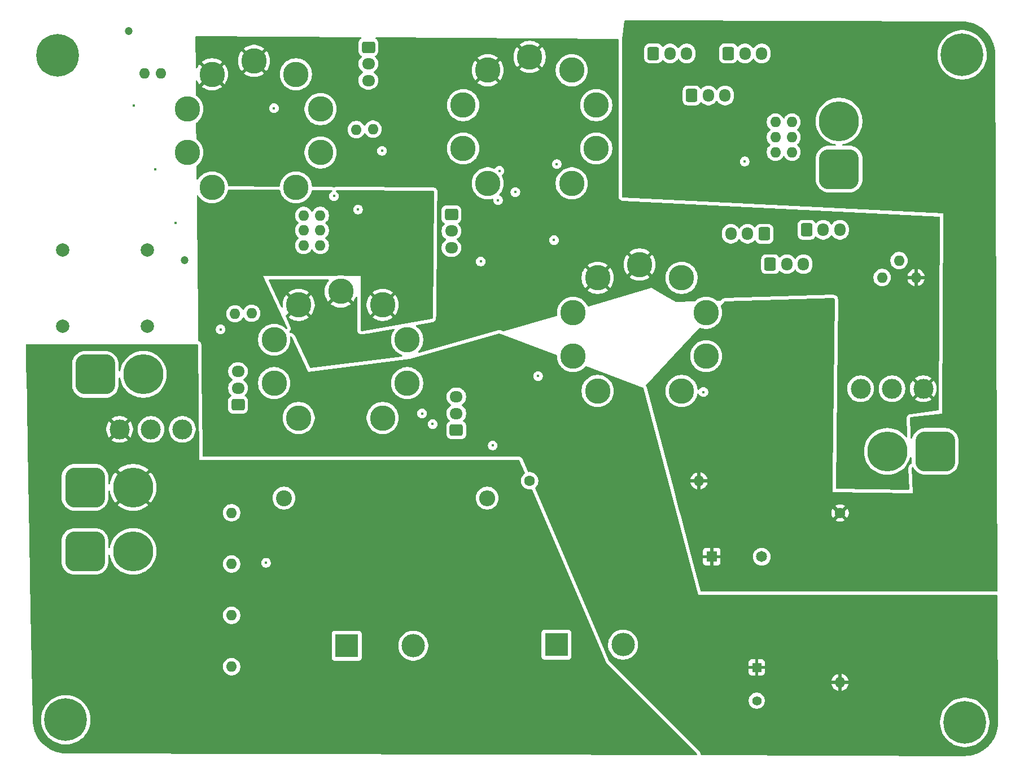
<source format=gbr>
%TF.GenerationSoftware,KiCad,Pcbnew,9.0.0*%
%TF.CreationDate,2025-03-23T18:58:35+01:00*%
%TF.ProjectId,PCB_Ampli,5043425f-416d-4706-9c69-2e6b69636164,rev?*%
%TF.SameCoordinates,Original*%
%TF.FileFunction,Copper,L3,Inr*%
%TF.FilePolarity,Positive*%
%FSLAX46Y46*%
G04 Gerber Fmt 4.6, Leading zero omitted, Abs format (unit mm)*
G04 Created by KiCad (PCBNEW 9.0.0) date 2025-03-23 18:58:35*
%MOMM*%
%LPD*%
G01*
G04 APERTURE LIST*
G04 Aperture macros list*
%AMRoundRect*
0 Rectangle with rounded corners*
0 $1 Rounding radius*
0 $2 $3 $4 $5 $6 $7 $8 $9 X,Y pos of 4 corners*
0 Add a 4 corners polygon primitive as box body*
4,1,4,$2,$3,$4,$5,$6,$7,$8,$9,$2,$3,0*
0 Add four circle primitives for the rounded corners*
1,1,$1+$1,$2,$3*
1,1,$1+$1,$4,$5*
1,1,$1+$1,$6,$7*
1,1,$1+$1,$8,$9*
0 Add four rect primitives between the rounded corners*
20,1,$1+$1,$2,$3,$4,$5,0*
20,1,$1+$1,$4,$5,$6,$7,0*
20,1,$1+$1,$6,$7,$8,$9,0*
20,1,$1+$1,$8,$9,$2,$3,0*%
G04 Aperture macros list end*
%TA.AperFunction,ComponentPad*%
%ADD10C,6.000000*%
%TD*%
%TA.AperFunction,ComponentPad*%
%ADD11RoundRect,1.500000X1.500000X-1.500000X1.500000X1.500000X-1.500000X1.500000X-1.500000X-1.500000X0*%
%TD*%
%TA.AperFunction,ComponentPad*%
%ADD12C,2.006600*%
%TD*%
%TA.AperFunction,ComponentPad*%
%ADD13C,3.000000*%
%TD*%
%TA.AperFunction,ComponentPad*%
%ADD14RoundRect,1.500000X1.500000X1.500000X-1.500000X1.500000X-1.500000X-1.500000X1.500000X-1.500000X0*%
%TD*%
%TA.AperFunction,ComponentPad*%
%ADD15RoundRect,1.500000X-1.500000X-1.500000X1.500000X-1.500000X1.500000X1.500000X-1.500000X1.500000X0*%
%TD*%
%TA.AperFunction,ComponentPad*%
%ADD16O,1.600000X1.600000*%
%TD*%
%TA.AperFunction,ComponentPad*%
%ADD17RoundRect,0.250000X-0.600000X-0.725000X0.600000X-0.725000X0.600000X0.725000X-0.600000X0.725000X0*%
%TD*%
%TA.AperFunction,ComponentPad*%
%ADD18O,1.700000X1.950000*%
%TD*%
%TA.AperFunction,ComponentPad*%
%ADD19RoundRect,0.250000X0.600000X0.725000X-0.600000X0.725000X-0.600000X-0.725000X0.600000X-0.725000X0*%
%TD*%
%TA.AperFunction,ComponentPad*%
%ADD20RoundRect,0.250000X0.725000X-0.600000X0.725000X0.600000X-0.725000X0.600000X-0.725000X-0.600000X0*%
%TD*%
%TA.AperFunction,ComponentPad*%
%ADD21O,1.950000X1.700000*%
%TD*%
%TA.AperFunction,ComponentPad*%
%ADD22C,1.600000*%
%TD*%
%TA.AperFunction,ComponentPad*%
%ADD23C,2.400000*%
%TD*%
%TA.AperFunction,ComponentPad*%
%ADD24O,2.400000X2.400000*%
%TD*%
%TA.AperFunction,ComponentPad*%
%ADD25C,0.800000*%
%TD*%
%TA.AperFunction,ComponentPad*%
%ADD26C,6.400000*%
%TD*%
%TA.AperFunction,ComponentPad*%
%ADD27RoundRect,0.250000X-0.725000X0.600000X-0.725000X-0.600000X0.725000X-0.600000X0.725000X0.600000X0*%
%TD*%
%TA.AperFunction,ComponentPad*%
%ADD28R,1.400000X1.400000*%
%TD*%
%TA.AperFunction,ComponentPad*%
%ADD29C,1.400000*%
%TD*%
%TA.AperFunction,ComponentPad*%
%ADD30R,1.650000X1.650000*%
%TD*%
%TA.AperFunction,ComponentPad*%
%ADD31C,1.650000*%
%TD*%
%TA.AperFunction,ComponentPad*%
%ADD32R,3.500000X3.500000*%
%TD*%
%TA.AperFunction,ComponentPad*%
%ADD33O,3.500000X3.500000*%
%TD*%
%TA.AperFunction,ComponentPad*%
%ADD34C,3.810000*%
%TD*%
%TA.AperFunction,ViaPad*%
%ADD35C,1.200000*%
%TD*%
%TA.AperFunction,ViaPad*%
%ADD36C,0.450000*%
%TD*%
%TA.AperFunction,ViaPad*%
%ADD37C,1.700000*%
%TD*%
G04 APERTURE END LIST*
D10*
%TO.N,Net-(J4-Pin_2)*%
%TO.C,J4*%
X145750000Y-48150000D03*
D11*
%TO.N,Net-(J4-Pin_1)*%
X145750000Y-55350000D03*
%TD*%
D12*
%TO.N,/Pr\u00E9ampli/neutre*%
%TO.C,J2*%
X41991104Y-67501600D03*
%TO.N,Net-(J2-Pad1)*%
X29291104Y-67501600D03*
%TO.N,/Pr\u00E9ampli/neutre*%
X41991104Y-78931600D03*
%TO.N,Net-(J2-Pad1)*%
X29291104Y-78931600D03*
%TD*%
D13*
%TO.N,Heater1_A*%
%TO.C,SW4*%
X158390000Y-88300000D03*
%TO.N,Net-(J3-Pin_2)*%
X153690000Y-88300000D03*
%TO.N,unconnected-(SW4-C-Pad3)*%
X148990000Y-88300000D03*
%TD*%
%TO.N,+250V*%
%TO.C,SW3*%
X37850000Y-94400000D03*
%TO.N,Net-(J1-Pin_2)*%
X42550000Y-94400000D03*
%TO.N,unconnected-(SW3-C-Pad3)*%
X47250000Y-94400000D03*
%TD*%
D14*
%TO.N,Heater1_B*%
%TO.C,J3*%
X160190000Y-97700000D03*
D10*
%TO.N,Net-(J3-Pin_2)*%
X152990000Y-97700000D03*
%TD*%
D15*
%TO.N,Heater1_B*%
%TO.C,J1*%
X34200000Y-86150000D03*
D10*
%TO.N,Net-(J1-Pin_2)*%
X41400000Y-86150000D03*
%TD*%
D16*
%TO.N,Net-(D1-+)*%
%TO.C,D1*%
X54650000Y-130000000D03*
%TO.N,Net-(OutSwitch1-Pin_1)*%
X54650000Y-122300000D03*
%TO.N,Heater1_B*%
X54650000Y-114600000D03*
%TO.N,Net-(OutSwitch1-Pin_2)*%
X54650000Y-106900000D03*
%TD*%
D17*
%TO.N,Heater1_B*%
%TO.C,Vol1_low2*%
X117900000Y-38000000D03*
D18*
%TO.N,3*%
X120400000Y-38000000D03*
%TO.N,Net-(C10-Pad2)*%
X122900000Y-38000000D03*
%TD*%
D19*
%TO.N,Heater1_B*%
%TO.C,Vol2_low1*%
X134525000Y-65050000D03*
D18*
%TO.N,10*%
X132025000Y-65050000D03*
%TO.N,Net-(C26-Pad2)*%
X129525000Y-65050000D03*
%TD*%
D17*
%TO.N,Heater1_B*%
%TO.C,Vol2_high1*%
X140875000Y-64450000D03*
D18*
%TO.N,5*%
X143375000Y-64450000D03*
%TO.N,Net-(C24-Pad2)*%
X145875000Y-64450000D03*
%TD*%
D17*
%TO.N,Heater1_B*%
%TO.C,Vol1_high1*%
X129150000Y-38000000D03*
D18*
%TO.N,2*%
X131650000Y-38000000D03*
%TO.N,Net-(C8-Pad2)*%
X134150000Y-38000000D03*
%TD*%
D17*
%TO.N,Net-(C26-Pad2)*%
%TO.C,tone2*%
X135425000Y-69600000D03*
D18*
%TO.N,Net-(C25-Pad1)*%
X137925000Y-69600000D03*
X140425000Y-69600000D03*
%TD*%
D17*
%TO.N,Net-(C10-Pad2)*%
%TO.C,tone1*%
X123650000Y-44300000D03*
D18*
%TO.N,Net-(C9-Pad1)*%
X126150000Y-44300000D03*
X128650000Y-44300000D03*
%TD*%
D16*
%TO.N,2*%
%TO.C,SW2*%
X136200000Y-48300000D03*
%TO.N,Net-(J4-Pin_1)*%
X136200000Y-50550000D03*
%TO.N,5*%
X136200000Y-52800000D03*
%TO.N,3*%
X138700000Y-48300000D03*
%TO.N,Net-(J4-Pin_2)*%
X138700000Y-50550000D03*
%TO.N,10*%
X138700000Y-52800000D03*
%TD*%
%TO.N,Net-(C3-Pad1)*%
%TO.C,SW1*%
X65450000Y-62300000D03*
%TO.N,Net-(R4-Pad2)*%
X65450000Y-64550000D03*
%TO.N,Net-(RV6-Pad3)*%
X65450000Y-66800000D03*
%TO.N,Net-(C6-Pad1)*%
X67950000Y-62300000D03*
%TO.N,/Pr\u00E9ampli/neutre*%
X67950000Y-64550000D03*
%TO.N,Net-(C22-Pad1)*%
X67950000Y-66800000D03*
%TD*%
%TO.N,Heater1_B*%
%TO.C,RV11*%
X152200000Y-71600000D03*
X154740000Y-69060000D03*
%TO.N,Heater1_A*%
X157280000Y-71600000D03*
%TD*%
D20*
%TO.N,Heater1_B*%
%TO.C,RV6*%
X55600000Y-90700000D03*
D21*
%TO.N,Net-(12ax3-2)*%
X55600000Y-88200000D03*
%TO.N,Net-(RV6-Pad3)*%
X55600000Y-85700000D03*
%TD*%
D22*
%TO.N,C*%
%TO.C,R63*%
X145900000Y-106950000D03*
D16*
%TO.N,D*%
X145900000Y-132350000D03*
%TD*%
D22*
%TO.N,Net-(C62-Pad1)*%
%TO.C,R62*%
X99350000Y-102100000D03*
D16*
%TO.N,C*%
X124750000Y-102100000D03*
%TD*%
D23*
%TO.N,Net-(D1-+)*%
%TO.C,R61*%
X62505000Y-104700000D03*
D24*
%TO.N,Net-(C62-Pad1)*%
X92985000Y-104700000D03*
%TD*%
D15*
%TO.N,Net-(OutSwitch1-Pin_1)*%
%TO.C,OutSwitch1*%
X32650000Y-112700000D03*
D10*
%TO.N,Net-(OutSwitch1-Pin_2)*%
X39850000Y-112700000D03*
%TD*%
D15*
%TO.N,Heater1_B*%
%TO.C,InSwitch1*%
X32650000Y-103100000D03*
D10*
%TO.N,+250V*%
X39850000Y-103100000D03*
%TD*%
D25*
%TO.N,Heater1_B*%
%TO.C,H4*%
X162200000Y-138350000D03*
X162902944Y-136652944D03*
X162902944Y-140047056D03*
X164600000Y-135950000D03*
D26*
X164600000Y-138350000D03*
D25*
X164600000Y-140750000D03*
X166297056Y-136652944D03*
X166297056Y-140047056D03*
X167000000Y-138350000D03*
%TD*%
%TO.N,Heater1_B*%
%TO.C,H3*%
X161800000Y-38200000D03*
X162502944Y-36502944D03*
X162502944Y-39897056D03*
X164200000Y-35800000D03*
D26*
X164200000Y-38200000D03*
D25*
X164200000Y-40600000D03*
X165897056Y-36502944D03*
X165897056Y-39897056D03*
X166600000Y-38200000D03*
%TD*%
%TO.N,Heater1_B*%
%TO.C,H2*%
X32150000Y-137950000D03*
X31447056Y-139647056D03*
X31447056Y-136252944D03*
X29750000Y-140350000D03*
D26*
X29750000Y-137950000D03*
D25*
X29750000Y-135550000D03*
X28052944Y-139647056D03*
X28052944Y-136252944D03*
X27350000Y-137950000D03*
%TD*%
%TO.N,Heater1_B*%
%TO.C,H1*%
X26150000Y-38250000D03*
X26852944Y-36552944D03*
X26852944Y-39947056D03*
X28550000Y-35850000D03*
D26*
X28550000Y-38250000D03*
D25*
X28550000Y-40650000D03*
X30247056Y-36552944D03*
X30247056Y-39947056D03*
X30950000Y-38250000D03*
%TD*%
D20*
%TO.N,Heater1_B*%
%TO.C,Gain2_Post1*%
X88350000Y-94500000D03*
D21*
%TO.N,Net-(C22-Pad1)*%
X88350000Y-92000000D03*
%TO.N,Net-(C21-Pad2)*%
X88350000Y-89500000D03*
%TD*%
D27*
%TO.N,Net-(C4-Pad2)*%
%TO.C,Gain1_Post1*%
X87600000Y-62150000D03*
D21*
%TO.N,Net-(C6-Pad1)*%
X87600000Y-64650000D03*
%TO.N,Heater1_B*%
X87600000Y-67150000D03*
%TD*%
D27*
%TO.N,Net-(C3-Pad1)*%
%TO.C,Gain1_before1*%
X75150000Y-37050000D03*
D21*
%TO.N,/Pr\u00E9ampli/7*%
X75150000Y-39550000D03*
%TO.N,Heater1_B*%
X75150000Y-42050000D03*
%TD*%
D28*
%TO.N,D*%
%TO.C,C64*%
X133400000Y-130100000D03*
D29*
%TO.N,Heater1_B*%
X133400000Y-135100000D03*
%TD*%
D30*
%TO.N,C*%
%TO.C,C63*%
X126650000Y-113500000D03*
D31*
%TO.N,Heater1_B*%
X134150000Y-113500000D03*
%TD*%
D32*
%TO.N,Net-(C62-Pad1)*%
%TO.C,C62*%
X103350000Y-126700000D03*
D33*
%TO.N,Heater1_B*%
X113350000Y-126700000D03*
%TD*%
D32*
%TO.N,Net-(D1-+)*%
%TO.C,C61*%
X71900000Y-126850000D03*
D33*
%TO.N,Heater1_B*%
X81900000Y-126850000D03*
%TD*%
D16*
%TO.N,Net-(12ax3-3)*%
%TO.C,C20*%
X57650000Y-76980000D03*
%TO.N,Heater1_B*%
X55150000Y-77050000D03*
%TD*%
%TO.N,Net-(12ax1-8)*%
%TO.C,C5*%
X73340000Y-49416700D03*
%TO.N,Heater1_B*%
X75840000Y-49346700D03*
%TD*%
%TO.N,Net-(12ax1-3)*%
%TO.C,C2*%
X44050000Y-40946700D03*
%TO.N,Heater1_B*%
X41550000Y-41016700D03*
%TD*%
D34*
%TO.N,Net-(12ax4-1)*%
%TO.C,12ax4*%
X109533000Y-88634800D03*
%TO.N,Net-(12ax4-2)*%
X105850000Y-83402400D03*
%TO.N,Net-(12ax4-3)*%
X105850000Y-76900000D03*
%TO.N,Heater1_A*%
X109533000Y-71667600D03*
X115832200Y-69661000D03*
%TO.N,Net-(12ax4-6)*%
X122131400Y-71667600D03*
%TO.N,Net-(12ax4-7)*%
X125814400Y-76900000D03*
%TO.N,Net-(12ax4-3)*%
X125814400Y-83402400D03*
%TO.N,Heater1_B*%
X122131400Y-88634800D03*
%TD*%
%TO.N,Net-(12ax3-1)*%
%TO.C,12ax3*%
X64700800Y-92683600D03*
%TO.N,Net-(12ax3-2)*%
X61017800Y-87451200D03*
%TO.N,Net-(12ax3-3)*%
X61017800Y-80948800D03*
%TO.N,Heater1_A*%
X64700800Y-75716400D03*
X71000000Y-73709800D03*
%TO.N,D*%
X77299200Y-75716400D03*
%TO.N,Net-(12ax3-1)*%
X80982200Y-80948800D03*
%TO.N,Net-(12ax3-8)*%
X80982200Y-87451200D03*
%TO.N,Heater1_B*%
X77299200Y-92683600D03*
%TD*%
%TO.N,Net-(12ax2-1)*%
%TO.C,12ax2*%
X93050800Y-57486900D03*
%TO.N,Net-(12ax2-2)*%
X89367800Y-52254500D03*
%TO.N,Net-(12ax2-3)*%
X89367800Y-45752100D03*
%TO.N,Heater1_A*%
X93050800Y-40519700D03*
X99350000Y-38513100D03*
%TO.N,Net-(12ax2-6)*%
X105649200Y-40519700D03*
%TO.N,Net-(12ax2-7)*%
X109332200Y-45752100D03*
%TO.N,Net-(12ax2-3)*%
X109332200Y-52254500D03*
%TO.N,Heater1_B*%
X105649200Y-57486900D03*
%TD*%
%TO.N,Net-(12ax1-1)*%
%TO.C,12ax1*%
X51700800Y-58086900D03*
%TO.N,Net-(12ax1-2)*%
X48017800Y-52854500D03*
%TO.N,Net-(12ax1-3)*%
X48017800Y-46352100D03*
%TO.N,Heater1_A*%
X51700800Y-41119700D03*
X58000000Y-39113100D03*
%TO.N,/Pr\u00E9ampli/6*%
X64299200Y-41119700D03*
%TO.N,/Pr\u00E9ampli/7*%
X67982200Y-46352100D03*
%TO.N,Net-(12ax1-8)*%
X67982200Y-52854500D03*
%TO.N,Heater1_B*%
X64299200Y-58086900D03*
%TD*%
D35*
%TO.N,Heater1_A*%
X47600000Y-69000000D03*
X39200000Y-34600000D03*
D36*
%TO.N,/Pr\u00E9ampli/neutre*%
X46200000Y-63400000D03*
%TO.N,Heater1_B*%
X40000000Y-45800000D03*
X77200000Y-52600000D03*
X93800000Y-96800000D03*
X100600000Y-86400000D03*
%TO.N,Net-(12ax2-1)*%
X131600000Y-54200000D03*
X94800000Y-55600000D03*
%TO.N,Net-(12ax2-7)*%
X103400000Y-54600000D03*
%TO.N,Net-(R11-Pad2)*%
X103000000Y-66000000D03*
X97200000Y-58800000D03*
%TO.N,Heater1_B*%
X94600000Y-60000000D03*
X92000000Y-69200000D03*
%TO.N,/Pr\u00E9ampli/6*%
X73600000Y-61400000D03*
X61000000Y-46200000D03*
%TO.N,Net-(C3-Pad1)*%
X70000000Y-59400000D03*
%TO.N,Heater1_B*%
X83200000Y-92000000D03*
%TO.N,Net-(C22-Pad1)*%
X84800000Y-93600000D03*
%TO.N,Heater1_B*%
X125400000Y-88800000D03*
X43200000Y-55400000D03*
X53000000Y-79400000D03*
D37*
%TO.N,C*%
X136600000Y-82000000D03*
X119800000Y-57400000D03*
D36*
%TO.N,Heater1_B*%
X59800000Y-114400000D03*
%TD*%
%TA.AperFunction,Conductor*%
%TO.N,Heater1_A*%
G36*
X74009873Y-35555061D02*
G01*
X74076786Y-35575165D01*
X74122210Y-35628253D01*
X74131721Y-35697473D01*
X74102300Y-35760846D01*
X74074193Y-35784597D01*
X73956347Y-35857285D01*
X73956343Y-35857288D01*
X73832289Y-35981342D01*
X73740187Y-36130663D01*
X73740186Y-36130666D01*
X73685001Y-36297203D01*
X73685001Y-36297204D01*
X73685000Y-36297204D01*
X73674500Y-36399983D01*
X73674500Y-37700001D01*
X73674501Y-37700018D01*
X73685000Y-37802796D01*
X73685001Y-37802799D01*
X73740185Y-37969331D01*
X73740187Y-37969336D01*
X73832289Y-38118657D01*
X73956344Y-38242712D01*
X74111120Y-38338178D01*
X74157845Y-38390126D01*
X74169068Y-38459088D01*
X74141224Y-38523171D01*
X74133706Y-38531398D01*
X73994889Y-38670215D01*
X73869951Y-38842179D01*
X73773444Y-39031585D01*
X73707753Y-39233760D01*
X73674500Y-39443713D01*
X73674500Y-39656286D01*
X73707211Y-39862820D01*
X73707754Y-39866243D01*
X73762557Y-40034910D01*
X73773444Y-40068414D01*
X73869951Y-40257820D01*
X73994890Y-40429786D01*
X74145209Y-40580105D01*
X74145214Y-40580109D01*
X74309793Y-40699682D01*
X74352459Y-40755011D01*
X74358438Y-40824625D01*
X74325833Y-40886420D01*
X74309793Y-40900318D01*
X74145214Y-41019890D01*
X74145209Y-41019894D01*
X73994890Y-41170213D01*
X73869951Y-41342179D01*
X73773444Y-41531585D01*
X73707753Y-41733760D01*
X73674500Y-41943713D01*
X73674500Y-42156286D01*
X73694904Y-42285116D01*
X73707754Y-42366243D01*
X73746218Y-42484623D01*
X73773444Y-42568414D01*
X73869951Y-42757820D01*
X73994890Y-42929786D01*
X74145213Y-43080109D01*
X74317179Y-43205048D01*
X74317181Y-43205049D01*
X74317184Y-43205051D01*
X74506588Y-43301557D01*
X74708757Y-43367246D01*
X74918713Y-43400500D01*
X74918714Y-43400500D01*
X75381286Y-43400500D01*
X75381287Y-43400500D01*
X75591243Y-43367246D01*
X75793412Y-43301557D01*
X75982816Y-43205051D01*
X76004789Y-43189086D01*
X76154786Y-43080109D01*
X76154788Y-43080106D01*
X76154792Y-43080104D01*
X76305104Y-42929792D01*
X76305106Y-42929788D01*
X76305109Y-42929786D01*
X76430048Y-42757820D01*
X76430047Y-42757820D01*
X76430051Y-42757816D01*
X76526557Y-42568412D01*
X76592246Y-42366243D01*
X76625500Y-42156287D01*
X76625500Y-41943713D01*
X76592246Y-41733757D01*
X76526557Y-41531588D01*
X76430051Y-41342184D01*
X76430049Y-41342181D01*
X76430048Y-41342179D01*
X76305109Y-41170213D01*
X76154792Y-41019896D01*
X76154784Y-41019890D01*
X75990204Y-40900316D01*
X75947540Y-40844989D01*
X75941561Y-40775376D01*
X75974166Y-40713580D01*
X75990199Y-40699686D01*
X76154792Y-40580104D01*
X76305104Y-40429792D01*
X76305106Y-40429788D01*
X76305109Y-40429786D01*
X76337914Y-40384633D01*
X90645800Y-40384633D01*
X90645800Y-40654766D01*
X90676043Y-40923174D01*
X90676045Y-40923190D01*
X90736152Y-41186537D01*
X90736153Y-41186539D01*
X90825369Y-41441506D01*
X90825371Y-41441510D01*
X90942567Y-41684871D01*
X91086285Y-41913595D01*
X91182588Y-42034357D01*
X92213315Y-41003630D01*
X92301080Y-41134979D01*
X92435521Y-41269420D01*
X92566868Y-41357183D01*
X91536141Y-42387910D01*
X91656904Y-42484214D01*
X91885628Y-42627932D01*
X92128989Y-42745128D01*
X92128993Y-42745130D01*
X92383960Y-42834346D01*
X92383962Y-42834347D01*
X92647309Y-42894454D01*
X92647325Y-42894456D01*
X92915733Y-42924699D01*
X92915734Y-42924700D01*
X93185866Y-42924700D01*
X93185866Y-42924699D01*
X93454274Y-42894456D01*
X93454290Y-42894454D01*
X93717637Y-42834347D01*
X93717639Y-42834346D01*
X93972606Y-42745130D01*
X93972610Y-42745128D01*
X94215971Y-42627932D01*
X94444695Y-42484215D01*
X94565457Y-42387909D01*
X93534731Y-41357183D01*
X93666079Y-41269420D01*
X93800520Y-41134979D01*
X93888283Y-41003631D01*
X94919009Y-42034357D01*
X95015315Y-41913595D01*
X95159032Y-41684871D01*
X95276228Y-41441510D01*
X95276230Y-41441506D01*
X95365446Y-41186539D01*
X95365447Y-41186537D01*
X95425554Y-40923190D01*
X95425556Y-40923174D01*
X95455799Y-40654766D01*
X95455800Y-40654766D01*
X95455800Y-40384634D01*
X95451531Y-40346749D01*
X95451531Y-40346748D01*
X95425556Y-40116225D01*
X95425554Y-40116209D01*
X95365447Y-39852862D01*
X95365446Y-39852860D01*
X95276230Y-39597893D01*
X95276228Y-39597889D01*
X95159032Y-39354528D01*
X95015314Y-39125804D01*
X94919010Y-39005041D01*
X93888283Y-40035768D01*
X93800520Y-39904421D01*
X93666079Y-39769980D01*
X93534729Y-39682215D01*
X94565457Y-38651488D01*
X94444695Y-38555185D01*
X94324328Y-38479553D01*
X94215971Y-38411467D01*
X94146544Y-38378033D01*
X96945000Y-38378033D01*
X96945000Y-38648166D01*
X96975243Y-38916574D01*
X96975245Y-38916590D01*
X97035352Y-39179937D01*
X97035353Y-39179939D01*
X97124569Y-39434906D01*
X97124571Y-39434910D01*
X97241767Y-39678271D01*
X97385485Y-39906995D01*
X97481788Y-40027757D01*
X98512515Y-38997030D01*
X98600280Y-39128379D01*
X98734721Y-39262820D01*
X98866068Y-39350583D01*
X97835341Y-40381310D01*
X97956104Y-40477614D01*
X98184828Y-40621332D01*
X98428189Y-40738528D01*
X98428193Y-40738530D01*
X98683160Y-40827746D01*
X98683162Y-40827747D01*
X98946509Y-40887854D01*
X98946525Y-40887856D01*
X99214933Y-40918099D01*
X99214934Y-40918100D01*
X99485066Y-40918100D01*
X99485066Y-40918099D01*
X99753474Y-40887856D01*
X99753490Y-40887854D01*
X100016837Y-40827747D01*
X100016839Y-40827746D01*
X100271806Y-40738530D01*
X100271810Y-40738528D01*
X100515171Y-40621332D01*
X100743895Y-40477615D01*
X100860523Y-40384605D01*
X103243700Y-40384605D01*
X103243700Y-40654794D01*
X103273949Y-40923258D01*
X103273950Y-40923267D01*
X103273951Y-40923271D01*
X103279310Y-40946749D01*
X103334072Y-41186679D01*
X103423306Y-41441696D01*
X103540531Y-41685116D01*
X103540533Y-41685119D01*
X103684277Y-41913887D01*
X103852732Y-42125122D01*
X104043778Y-42316168D01*
X104255013Y-42484623D01*
X104483781Y-42628367D01*
X104727205Y-42745594D01*
X104982220Y-42834827D01*
X104982222Y-42834827D01*
X104982223Y-42834828D01*
X105245629Y-42894949D01*
X105514105Y-42925199D01*
X105514106Y-42925200D01*
X105514110Y-42925200D01*
X105784294Y-42925200D01*
X105784294Y-42925199D01*
X106052771Y-42894949D01*
X106316177Y-42834828D01*
X106571195Y-42745594D01*
X106814619Y-42628367D01*
X107043387Y-42484623D01*
X107254622Y-42316168D01*
X107445668Y-42125122D01*
X107614123Y-41913887D01*
X107757867Y-41685119D01*
X107875094Y-41441695D01*
X107964328Y-41186677D01*
X108024449Y-40923271D01*
X108054700Y-40654790D01*
X108054700Y-40384610D01*
X108024449Y-40116129D01*
X107964328Y-39852723D01*
X107875094Y-39597705D01*
X107757867Y-39354281D01*
X107614123Y-39125513D01*
X107445668Y-38914278D01*
X107254622Y-38723232D01*
X107237559Y-38709625D01*
X107170198Y-38655906D01*
X107043387Y-38554777D01*
X106814619Y-38411033D01*
X106814616Y-38411031D01*
X106571196Y-38293806D01*
X106316178Y-38204572D01*
X106316180Y-38204572D01*
X106118622Y-38159481D01*
X106052771Y-38144451D01*
X106052767Y-38144450D01*
X106052758Y-38144449D01*
X105784294Y-38114200D01*
X105784290Y-38114200D01*
X105514110Y-38114200D01*
X105514106Y-38114200D01*
X105245641Y-38144449D01*
X105245629Y-38144451D01*
X104982220Y-38204572D01*
X104727203Y-38293806D01*
X104483783Y-38411031D01*
X104255014Y-38554776D01*
X104043778Y-38723231D01*
X103852731Y-38914278D01*
X103684276Y-39125514D01*
X103540531Y-39354283D01*
X103423306Y-39597703D01*
X103334072Y-39852720D01*
X103273951Y-40116129D01*
X103273949Y-40116141D01*
X103243700Y-40384605D01*
X100860523Y-40384605D01*
X100864656Y-40381309D01*
X100864656Y-40381308D01*
X99833931Y-39350583D01*
X99965279Y-39262820D01*
X100099720Y-39128379D01*
X100187483Y-38997031D01*
X101218209Y-40027757D01*
X101314515Y-39906995D01*
X101458232Y-39678271D01*
X101575428Y-39434910D01*
X101575430Y-39434906D01*
X101664646Y-39179939D01*
X101664647Y-39179937D01*
X101724754Y-38916590D01*
X101724756Y-38916574D01*
X101754999Y-38648166D01*
X101755000Y-38648166D01*
X101755000Y-38378034D01*
X101754999Y-38378033D01*
X101724756Y-38109625D01*
X101724754Y-38109609D01*
X101664647Y-37846262D01*
X101664646Y-37846260D01*
X101575430Y-37591293D01*
X101575428Y-37591289D01*
X101458232Y-37347928D01*
X101314514Y-37119204D01*
X101218210Y-36998441D01*
X100187483Y-38029168D01*
X100099720Y-37897821D01*
X99965279Y-37763380D01*
X99833929Y-37675615D01*
X100864657Y-36644888D01*
X100743895Y-36548585D01*
X100515171Y-36404867D01*
X100271810Y-36287671D01*
X100271806Y-36287669D01*
X100016839Y-36198453D01*
X100016837Y-36198452D01*
X99753490Y-36138345D01*
X99753474Y-36138343D01*
X99485066Y-36108100D01*
X99214934Y-36108100D01*
X98946525Y-36138343D01*
X98946509Y-36138345D01*
X98683162Y-36198452D01*
X98683160Y-36198453D01*
X98428193Y-36287669D01*
X98428189Y-36287671D01*
X98184828Y-36404867D01*
X97956110Y-36548581D01*
X97835342Y-36644889D01*
X98866069Y-37675616D01*
X98734721Y-37763380D01*
X98600280Y-37897821D01*
X98512516Y-38029169D01*
X97481789Y-36998442D01*
X97385481Y-37119210D01*
X97241767Y-37347928D01*
X97124571Y-37591289D01*
X97124569Y-37591293D01*
X97035353Y-37846260D01*
X97035352Y-37846262D01*
X96975245Y-38109609D01*
X96975243Y-38109625D01*
X96945000Y-38378033D01*
X94146544Y-38378033D01*
X93972610Y-38294271D01*
X93972606Y-38294269D01*
X93717639Y-38205053D01*
X93717637Y-38205052D01*
X93454290Y-38144945D01*
X93454274Y-38144943D01*
X93185866Y-38114700D01*
X92915734Y-38114700D01*
X92647325Y-38144943D01*
X92647309Y-38144945D01*
X92383962Y-38205052D01*
X92383960Y-38205053D01*
X92128993Y-38294269D01*
X92128989Y-38294271D01*
X91885628Y-38411467D01*
X91656910Y-38555181D01*
X91536142Y-38651489D01*
X92566869Y-39682216D01*
X92435521Y-39769980D01*
X92301080Y-39904421D01*
X92213316Y-40035769D01*
X91182589Y-39005042D01*
X91086281Y-39125810D01*
X90942567Y-39354528D01*
X90825371Y-39597889D01*
X90825369Y-39597893D01*
X90736153Y-39852860D01*
X90736152Y-39852862D01*
X90676045Y-40116209D01*
X90676043Y-40116225D01*
X90645800Y-40384633D01*
X76337914Y-40384633D01*
X76393392Y-40308274D01*
X76409247Y-40286450D01*
X76430051Y-40257816D01*
X76526557Y-40068412D01*
X76592246Y-39866243D01*
X76625500Y-39656287D01*
X76625500Y-39443713D01*
X76592246Y-39233757D01*
X76526557Y-39031588D01*
X76430051Y-38842184D01*
X76403073Y-38805052D01*
X76379658Y-38772823D01*
X76379655Y-38772820D01*
X76359401Y-38744943D01*
X76305104Y-38670208D01*
X76166294Y-38531398D01*
X76132809Y-38470075D01*
X76137793Y-38400383D01*
X76179665Y-38344450D01*
X76188879Y-38338178D01*
X76194331Y-38334814D01*
X76194334Y-38334814D01*
X76343656Y-38242712D01*
X76467712Y-38118656D01*
X76559814Y-37969334D01*
X76614999Y-37802797D01*
X76625500Y-37700009D01*
X76625499Y-36399992D01*
X76621727Y-36363071D01*
X76614999Y-36297203D01*
X76614998Y-36297200D01*
X76582276Y-36198452D01*
X76559814Y-36130666D01*
X76467712Y-35981344D01*
X76343656Y-35857288D01*
X76343652Y-35857285D01*
X76249164Y-35799004D01*
X76202439Y-35747057D01*
X76191218Y-35678094D01*
X76219061Y-35614012D01*
X76277130Y-35575156D01*
X76315029Y-35569468D01*
X112571276Y-35796070D01*
X112638190Y-35816174D01*
X112683614Y-35869262D01*
X112694500Y-35920068D01*
X112694500Y-37250741D01*
X112694500Y-43550741D01*
X112694500Y-48237432D01*
X112694500Y-53796600D01*
X112694500Y-54178329D01*
X112694500Y-59482020D01*
X112698628Y-59525500D01*
X112703533Y-59577160D01*
X112712311Y-59622970D01*
X112712317Y-59622992D01*
X112739090Y-59714726D01*
X112810762Y-59839483D01*
X112810765Y-59839488D01*
X112853830Y-59894491D01*
X112853833Y-59894494D01*
X112853837Y-59894499D01*
X112957746Y-59994004D01*
X113085489Y-60060211D01*
X113151466Y-60083206D01*
X113151473Y-60083208D01*
X113151489Y-60083211D01*
X113151493Y-60083212D01*
X113245620Y-60101564D01*
X113292694Y-60110742D01*
X160772662Y-62474889D01*
X160838638Y-62497884D01*
X160881711Y-62552898D01*
X160890491Y-62599563D01*
X160698189Y-91444654D01*
X160678058Y-91511560D01*
X160624950Y-91556962D01*
X160589572Y-91566869D01*
X156449818Y-92084338D01*
X156449803Y-92084341D01*
X156366086Y-92102107D01*
X156326019Y-92114235D01*
X156326008Y-92114238D01*
X156246476Y-92145885D01*
X156128239Y-92227870D01*
X156128235Y-92227874D01*
X156077070Y-92275450D01*
X155986725Y-92387416D01*
X155931580Y-92520310D01*
X155931579Y-92520314D01*
X155914256Y-92588004D01*
X155898787Y-92731048D01*
X155898787Y-92731049D01*
X155982019Y-95103172D01*
X155995726Y-95493805D01*
X155978404Y-95561493D01*
X155927237Y-95609072D01*
X155858470Y-95621434D01*
X155793935Y-95594656D01*
X155775949Y-95576818D01*
X155586823Y-95346367D01*
X155343632Y-95103176D01*
X155077765Y-94884985D01*
X155077764Y-94884984D01*
X155077760Y-94884981D01*
X154791787Y-94693900D01*
X154791782Y-94693897D01*
X154791775Y-94693893D01*
X154488469Y-94531772D01*
X154488464Y-94531770D01*
X154170706Y-94400150D01*
X153841572Y-94300308D01*
X153504248Y-94233210D01*
X153504249Y-94233210D01*
X153246456Y-94207821D01*
X153161969Y-94199500D01*
X152818031Y-94199500D01*
X152739966Y-94207188D01*
X152475750Y-94233210D01*
X152138427Y-94300308D01*
X151809293Y-94400150D01*
X151491535Y-94531770D01*
X151491530Y-94531772D01*
X151188224Y-94693893D01*
X151188206Y-94693904D01*
X150902248Y-94884975D01*
X150902234Y-94884985D01*
X150636367Y-95103176D01*
X150393176Y-95346367D01*
X150174985Y-95612234D01*
X150174975Y-95612248D01*
X149983904Y-95898206D01*
X149983893Y-95898224D01*
X149821772Y-96201530D01*
X149821770Y-96201535D01*
X149690150Y-96519293D01*
X149590308Y-96848427D01*
X149523210Y-97185750D01*
X149489500Y-97528034D01*
X149489500Y-97871965D01*
X149523210Y-98214249D01*
X149590308Y-98551572D01*
X149690150Y-98880706D01*
X149821770Y-99198464D01*
X149821772Y-99198469D01*
X149983893Y-99501775D01*
X149983904Y-99501793D01*
X150174975Y-99787751D01*
X150174985Y-99787765D01*
X150393176Y-100053632D01*
X150636367Y-100296823D01*
X150636372Y-100296827D01*
X150636373Y-100296828D01*
X150902240Y-100515019D01*
X151188213Y-100706100D01*
X151188222Y-100706105D01*
X151188224Y-100706106D01*
X151491530Y-100868227D01*
X151491532Y-100868227D01*
X151491538Y-100868231D01*
X151809295Y-100999850D01*
X152138422Y-101099690D01*
X152475750Y-101166789D01*
X152818031Y-101200500D01*
X152818034Y-101200500D01*
X153161966Y-101200500D01*
X153161969Y-101200500D01*
X153504250Y-101166789D01*
X153841578Y-101099690D01*
X154170705Y-100999850D01*
X154488462Y-100868231D01*
X154791787Y-100706100D01*
X155077760Y-100515019D01*
X155343627Y-100296828D01*
X155586828Y-100053627D01*
X155805019Y-99787760D01*
X155996100Y-99501787D01*
X156158231Y-99198462D01*
X156289850Y-98880705D01*
X156369669Y-98617575D01*
X156407966Y-98559139D01*
X156471778Y-98530683D01*
X156540845Y-98541243D01*
X156593239Y-98587467D01*
X156612253Y-98649225D01*
X156640372Y-99450609D01*
X156623050Y-99518297D01*
X156571883Y-99565876D01*
X156555536Y-99572635D01*
X156507625Y-99588549D01*
X156507622Y-99588550D01*
X156389385Y-99670535D01*
X156389373Y-99670545D01*
X156338224Y-99718107D01*
X156338211Y-99718121D01*
X156247872Y-99830079D01*
X156192726Y-99962974D01*
X156175404Y-100030657D01*
X156175401Y-100030679D01*
X156159933Y-100173712D01*
X156271563Y-103355190D01*
X156254241Y-103422878D01*
X156203074Y-103470457D01*
X156145573Y-103483521D01*
X145433718Y-103304990D01*
X145367015Y-103284191D01*
X145322147Y-103230632D01*
X145311790Y-103179755D01*
X145312119Y-103147226D01*
X145463415Y-88168872D01*
X146989500Y-88168872D01*
X146989500Y-88431127D01*
X147015884Y-88631520D01*
X147023730Y-88691116D01*
X147069174Y-88860715D01*
X147091602Y-88944418D01*
X147091605Y-88944428D01*
X147191953Y-89186690D01*
X147191958Y-89186700D01*
X147323075Y-89413803D01*
X147482718Y-89621851D01*
X147482726Y-89621860D01*
X147668140Y-89807274D01*
X147668148Y-89807281D01*
X147876196Y-89966924D01*
X148103299Y-90098041D01*
X148103309Y-90098046D01*
X148345571Y-90198394D01*
X148345581Y-90198398D01*
X148598884Y-90266270D01*
X148847188Y-90298960D01*
X148855074Y-90299999D01*
X148858880Y-90300500D01*
X148858887Y-90300500D01*
X149121113Y-90300500D01*
X149121120Y-90300500D01*
X149381116Y-90266270D01*
X149634419Y-90198398D01*
X149876697Y-90098043D01*
X150103803Y-89966924D01*
X150311851Y-89807282D01*
X150311855Y-89807277D01*
X150311860Y-89807274D01*
X150497274Y-89621860D01*
X150497277Y-89621855D01*
X150497282Y-89621851D01*
X150656924Y-89413803D01*
X150788043Y-89186697D01*
X150805315Y-89145000D01*
X150859837Y-89013371D01*
X150888398Y-88944419D01*
X150956270Y-88691116D01*
X150990500Y-88431120D01*
X150990500Y-88168880D01*
X150990499Y-88168872D01*
X151689500Y-88168872D01*
X151689500Y-88431127D01*
X151715884Y-88631520D01*
X151723730Y-88691116D01*
X151769174Y-88860715D01*
X151791602Y-88944418D01*
X151791605Y-88944428D01*
X151891953Y-89186690D01*
X151891958Y-89186700D01*
X152023075Y-89413803D01*
X152182718Y-89621851D01*
X152182726Y-89621860D01*
X152368140Y-89807274D01*
X152368148Y-89807281D01*
X152576196Y-89966924D01*
X152803299Y-90098041D01*
X152803309Y-90098046D01*
X153045571Y-90198394D01*
X153045581Y-90198398D01*
X153298884Y-90266270D01*
X153547188Y-90298960D01*
X153555074Y-90299999D01*
X153558880Y-90300500D01*
X153558887Y-90300500D01*
X153821113Y-90300500D01*
X153821120Y-90300500D01*
X154081116Y-90266270D01*
X154334419Y-90198398D01*
X154576697Y-90098043D01*
X154803803Y-89966924D01*
X155011851Y-89807282D01*
X155011855Y-89807277D01*
X155011860Y-89807274D01*
X155197274Y-89621860D01*
X155197277Y-89621855D01*
X155197282Y-89621851D01*
X155356924Y-89413803D01*
X155488043Y-89186697D01*
X155505315Y-89145000D01*
X155559837Y-89013371D01*
X155588398Y-88944419D01*
X155656270Y-88691116D01*
X155690500Y-88431120D01*
X155690500Y-88168905D01*
X156390000Y-88168905D01*
X156390000Y-88431094D01*
X156424220Y-88691009D01*
X156424222Y-88691020D01*
X156492075Y-88944255D01*
X156592404Y-89186471D01*
X156592409Y-89186482D01*
X156723488Y-89413516D01*
X156723494Y-89413524D01*
X156810080Y-89526365D01*
X157581497Y-88754947D01*
X157671505Y-88889653D01*
X157800347Y-89018495D01*
X157935050Y-89108501D01*
X157163633Y-89879917D01*
X157163633Y-89879918D01*
X157276475Y-89966505D01*
X157276483Y-89966511D01*
X157503517Y-90097590D01*
X157503528Y-90097595D01*
X157745744Y-90197924D01*
X157998979Y-90265777D01*
X157998990Y-90265779D01*
X158258905Y-90299999D01*
X158258920Y-90300000D01*
X158521080Y-90300000D01*
X158521094Y-90299999D01*
X158781009Y-90265779D01*
X158781020Y-90265777D01*
X159034255Y-90197924D01*
X159276471Y-90097595D01*
X159276482Y-90097590D01*
X159503516Y-89966511D01*
X159503534Y-89966499D01*
X159616365Y-89879919D01*
X159616365Y-89879917D01*
X158844948Y-89108501D01*
X158979653Y-89018495D01*
X159108495Y-88889653D01*
X159198501Y-88754949D01*
X159969917Y-89526365D01*
X159969919Y-89526365D01*
X160056499Y-89413534D01*
X160056511Y-89413516D01*
X160187590Y-89186482D01*
X160187595Y-89186471D01*
X160287924Y-88944255D01*
X160355777Y-88691020D01*
X160355779Y-88691009D01*
X160389999Y-88431094D01*
X160390000Y-88431080D01*
X160390000Y-88168919D01*
X160389999Y-88168905D01*
X160355779Y-87908990D01*
X160355777Y-87908979D01*
X160287924Y-87655744D01*
X160187595Y-87413528D01*
X160187590Y-87413517D01*
X160056511Y-87186483D01*
X160056505Y-87186475D01*
X159969918Y-87073633D01*
X159969917Y-87073633D01*
X159198500Y-87845049D01*
X159108495Y-87710347D01*
X158979653Y-87581505D01*
X158844947Y-87491497D01*
X159616365Y-86720080D01*
X159503524Y-86633494D01*
X159503516Y-86633488D01*
X159276482Y-86502409D01*
X159276471Y-86502404D01*
X159034255Y-86402075D01*
X158781020Y-86334222D01*
X158781009Y-86334220D01*
X158521094Y-86300000D01*
X158258905Y-86300000D01*
X157998990Y-86334220D01*
X157998979Y-86334222D01*
X157745744Y-86402075D01*
X157503528Y-86502404D01*
X157503517Y-86502409D01*
X157276471Y-86633496D01*
X157163633Y-86720079D01*
X157163633Y-86720080D01*
X157935051Y-87491498D01*
X157800347Y-87581505D01*
X157671505Y-87710347D01*
X157581498Y-87845051D01*
X156810080Y-87073633D01*
X156810079Y-87073633D01*
X156723496Y-87186471D01*
X156592409Y-87413517D01*
X156592404Y-87413528D01*
X156492075Y-87655744D01*
X156424222Y-87908979D01*
X156424220Y-87908990D01*
X156390000Y-88168905D01*
X155690500Y-88168905D01*
X155690500Y-88168880D01*
X155656270Y-87908884D01*
X155588398Y-87655581D01*
X155549365Y-87561346D01*
X155488046Y-87413309D01*
X155488041Y-87413299D01*
X155356924Y-87186196D01*
X155197281Y-86978148D01*
X155197274Y-86978140D01*
X155011860Y-86792726D01*
X155011851Y-86792718D01*
X154803803Y-86633075D01*
X154576700Y-86501958D01*
X154576690Y-86501953D01*
X154334428Y-86401605D01*
X154334421Y-86401603D01*
X154334419Y-86401602D01*
X154081116Y-86333730D01*
X154023339Y-86326123D01*
X153821127Y-86299500D01*
X153821120Y-86299500D01*
X153558880Y-86299500D01*
X153558872Y-86299500D01*
X153327772Y-86329926D01*
X153298884Y-86333730D01*
X153102626Y-86386317D01*
X153045581Y-86401602D01*
X153045571Y-86401605D01*
X152803309Y-86501953D01*
X152803299Y-86501958D01*
X152576196Y-86633075D01*
X152368148Y-86792718D01*
X152182718Y-86978148D01*
X152023075Y-87186196D01*
X151891958Y-87413299D01*
X151891953Y-87413309D01*
X151791605Y-87655571D01*
X151791602Y-87655581D01*
X151723730Y-87908884D01*
X151723716Y-87908990D01*
X151689500Y-88168872D01*
X150990499Y-88168872D01*
X150956270Y-87908884D01*
X150888398Y-87655581D01*
X150849365Y-87561346D01*
X150788046Y-87413309D01*
X150788041Y-87413299D01*
X150656924Y-87186196D01*
X150497281Y-86978148D01*
X150497274Y-86978140D01*
X150311860Y-86792726D01*
X150311851Y-86792718D01*
X150103803Y-86633075D01*
X149876700Y-86501958D01*
X149876690Y-86501953D01*
X149634428Y-86401605D01*
X149634421Y-86401603D01*
X149634419Y-86401602D01*
X149381116Y-86333730D01*
X149323339Y-86326123D01*
X149121127Y-86299500D01*
X149121120Y-86299500D01*
X148858880Y-86299500D01*
X148858872Y-86299500D01*
X148627772Y-86329926D01*
X148598884Y-86333730D01*
X148402626Y-86386317D01*
X148345581Y-86401602D01*
X148345571Y-86401605D01*
X148103309Y-86501953D01*
X148103299Y-86501958D01*
X147876196Y-86633075D01*
X147668148Y-86792718D01*
X147482718Y-86978148D01*
X147323075Y-87186196D01*
X147191958Y-87413299D01*
X147191953Y-87413309D01*
X147091605Y-87655571D01*
X147091602Y-87655581D01*
X147023730Y-87908884D01*
X147023716Y-87908990D01*
X146989500Y-88168872D01*
X145463415Y-88168872D01*
X145597923Y-74852582D01*
X145597921Y-74852561D01*
X145585286Y-74735040D01*
X145585284Y-74735032D01*
X145582118Y-74721156D01*
X145572473Y-74678879D01*
X145532885Y-74567499D01*
X145451468Y-74448870D01*
X145404137Y-74397477D01*
X145348365Y-74352034D01*
X145292595Y-74306592D01*
X145159967Y-74250812D01*
X145159965Y-74250811D01*
X145159964Y-74250811D01*
X145096358Y-74234209D01*
X145094235Y-74233579D01*
X145092363Y-74233166D01*
X144997047Y-74222397D01*
X144949390Y-74217013D01*
X144949389Y-74217013D01*
X128582091Y-74712991D01*
X128582070Y-74712992D01*
X128528151Y-74717524D01*
X128528122Y-74717527D01*
X128501889Y-74721155D01*
X128501884Y-74721155D01*
X128448770Y-74731423D01*
X128315551Y-74785761D01*
X128315547Y-74785763D01*
X128258818Y-74819007D01*
X128256886Y-74820054D01*
X128255262Y-74821091D01*
X128142744Y-74910765D01*
X128023350Y-75037620D01*
X127963069Y-75072946D01*
X127936153Y-75076595D01*
X127447889Y-75088801D01*
X127380378Y-75070798D01*
X127367478Y-75061787D01*
X127208591Y-74935079D01*
X127208589Y-74935078D01*
X126979816Y-74791331D01*
X126736396Y-74674106D01*
X126481378Y-74584872D01*
X126481380Y-74584872D01*
X126244587Y-74530826D01*
X126217971Y-74524751D01*
X126217967Y-74524750D01*
X126217958Y-74524749D01*
X125949494Y-74494500D01*
X125949490Y-74494500D01*
X125679310Y-74494500D01*
X125679306Y-74494500D01*
X125410841Y-74524749D01*
X125410829Y-74524751D01*
X125147420Y-74584872D01*
X124892403Y-74674106D01*
X124648983Y-74791331D01*
X124420214Y-74935076D01*
X124208977Y-75103531D01*
X124176074Y-75136434D01*
X124114750Y-75169917D01*
X124091494Y-75172711D01*
X121240717Y-75243981D01*
X121176456Y-75227887D01*
X120055795Y-74592461D01*
X117600000Y-73200000D01*
X117599998Y-73200000D01*
X108181394Y-75957933D01*
X108111525Y-75957881D01*
X108052775Y-75920063D01*
X108034828Y-75892731D01*
X107958670Y-75734586D01*
X107947243Y-75716400D01*
X107814923Y-75505813D01*
X107646468Y-75294578D01*
X107455422Y-75103532D01*
X107244187Y-74935077D01*
X107015419Y-74791333D01*
X107015416Y-74791331D01*
X106771996Y-74674106D01*
X106516978Y-74584872D01*
X106516980Y-74584872D01*
X106280187Y-74530826D01*
X106253571Y-74524751D01*
X106253567Y-74524750D01*
X106253558Y-74524749D01*
X105985094Y-74494500D01*
X105985090Y-74494500D01*
X105714910Y-74494500D01*
X105714906Y-74494500D01*
X105446441Y-74524749D01*
X105446429Y-74524751D01*
X105183020Y-74584872D01*
X104928003Y-74674106D01*
X104684583Y-74791331D01*
X104455814Y-74935076D01*
X104244578Y-75103531D01*
X104053531Y-75294578D01*
X103885076Y-75505814D01*
X103741331Y-75734583D01*
X103624106Y-75978003D01*
X103534872Y-76233020D01*
X103474751Y-76496429D01*
X103474749Y-76496441D01*
X103444500Y-76764905D01*
X103444500Y-77035096D01*
X103466628Y-77231491D01*
X103454573Y-77300313D01*
X103407224Y-77351692D01*
X103378254Y-77364377D01*
X95461805Y-79682453D01*
X95391936Y-79682401D01*
X95383258Y-79679494D01*
X95016389Y-79541333D01*
X95016384Y-79541331D01*
X95012420Y-79539911D01*
X95000747Y-79535732D01*
X94993152Y-79533153D01*
X94977469Y-79528110D01*
X94977463Y-79528109D01*
X94835256Y-79506315D01*
X94835247Y-79506314D01*
X94767346Y-79505685D01*
X94765387Y-79505667D01*
X94765386Y-79505667D01*
X94765385Y-79505667D01*
X94765384Y-79505667D01*
X94622796Y-79524819D01*
X94622787Y-79524821D01*
X82777424Y-82883953D01*
X82707558Y-82883305D01*
X82649132Y-82844987D01*
X82620698Y-82781165D01*
X82631282Y-82712102D01*
X82655908Y-82676981D01*
X82778668Y-82554222D01*
X82947123Y-82342987D01*
X83090867Y-82114219D01*
X83208094Y-81870795D01*
X83297328Y-81615777D01*
X83357449Y-81352371D01*
X83387700Y-81083890D01*
X83387700Y-80813710D01*
X83357449Y-80545229D01*
X83297328Y-80281823D01*
X83208094Y-80026805D01*
X83107986Y-79818928D01*
X83090868Y-79783383D01*
X83027417Y-79682401D01*
X82947123Y-79554613D01*
X82778668Y-79343378D01*
X82587622Y-79152332D01*
X82376387Y-78983877D01*
X82334964Y-78957849D01*
X82288673Y-78905514D01*
X82278025Y-78836461D01*
X82306400Y-78772612D01*
X82364790Y-78734240D01*
X82379817Y-78730668D01*
X84784144Y-78315710D01*
X84844860Y-78301323D01*
X84874105Y-78292455D01*
X84932614Y-78270685D01*
X85054457Y-78194161D01*
X85107734Y-78148958D01*
X85203076Y-78041214D01*
X85264207Y-77910966D01*
X85284134Y-77845627D01*
X85284524Y-77844403D01*
X85284592Y-77844125D01*
X85306548Y-77701942D01*
X85306549Y-77701935D01*
X85311394Y-77236837D01*
X85370814Y-71532533D01*
X107128000Y-71532533D01*
X107128000Y-71802666D01*
X107158243Y-72071074D01*
X107158245Y-72071090D01*
X107218352Y-72334437D01*
X107218353Y-72334439D01*
X107307569Y-72589406D01*
X107307571Y-72589410D01*
X107424767Y-72832771D01*
X107568485Y-73061495D01*
X107664788Y-73182257D01*
X108695515Y-72151530D01*
X108783280Y-72282879D01*
X108917721Y-72417320D01*
X109049068Y-72505083D01*
X108018341Y-73535810D01*
X108139104Y-73632114D01*
X108367828Y-73775832D01*
X108611189Y-73893028D01*
X108611193Y-73893030D01*
X108866160Y-73982246D01*
X108866162Y-73982247D01*
X109129509Y-74042354D01*
X109129525Y-74042356D01*
X109397933Y-74072599D01*
X109397934Y-74072600D01*
X109668066Y-74072600D01*
X109668066Y-74072599D01*
X109936474Y-74042356D01*
X109936490Y-74042354D01*
X110199837Y-73982247D01*
X110199839Y-73982246D01*
X110454806Y-73893030D01*
X110454810Y-73893028D01*
X110698171Y-73775832D01*
X110926895Y-73632115D01*
X111047657Y-73535809D01*
X110016931Y-72505083D01*
X110148279Y-72417320D01*
X110282720Y-72282879D01*
X110370483Y-72151531D01*
X111401209Y-73182257D01*
X111497515Y-73061495D01*
X111641232Y-72832771D01*
X111758428Y-72589410D01*
X111758430Y-72589406D01*
X111847646Y-72334439D01*
X111847647Y-72334437D01*
X111907754Y-72071090D01*
X111907756Y-72071074D01*
X111937999Y-71802666D01*
X111938000Y-71802666D01*
X111938000Y-71532534D01*
X111933731Y-71494649D01*
X111933731Y-71494648D01*
X111907756Y-71264125D01*
X111907754Y-71264109D01*
X111847647Y-71000762D01*
X111847646Y-71000760D01*
X111758430Y-70745793D01*
X111758428Y-70745789D01*
X111641232Y-70502428D01*
X111497514Y-70273704D01*
X111401210Y-70152941D01*
X110370483Y-71183668D01*
X110282720Y-71052321D01*
X110148279Y-70917880D01*
X110016929Y-70830115D01*
X111047657Y-69799388D01*
X110926895Y-69703085D01*
X110806528Y-69627453D01*
X110698171Y-69559367D01*
X110628744Y-69525933D01*
X113427200Y-69525933D01*
X113427200Y-69796066D01*
X113457443Y-70064474D01*
X113457445Y-70064490D01*
X113517552Y-70327837D01*
X113517553Y-70327839D01*
X113606769Y-70582806D01*
X113606771Y-70582810D01*
X113723967Y-70826171D01*
X113867685Y-71054895D01*
X113963988Y-71175657D01*
X114994715Y-70144930D01*
X115082480Y-70276279D01*
X115216921Y-70410720D01*
X115348268Y-70498483D01*
X114317541Y-71529210D01*
X114438304Y-71625514D01*
X114667028Y-71769232D01*
X114910389Y-71886428D01*
X114910393Y-71886430D01*
X115165360Y-71975646D01*
X115165362Y-71975647D01*
X115428709Y-72035754D01*
X115428725Y-72035756D01*
X115697133Y-72065999D01*
X115697134Y-72066000D01*
X115967266Y-72066000D01*
X115967266Y-72065999D01*
X116235674Y-72035756D01*
X116235690Y-72035754D01*
X116499037Y-71975647D01*
X116499039Y-71975646D01*
X116754006Y-71886430D01*
X116754010Y-71886428D01*
X116997371Y-71769232D01*
X117226095Y-71625515D01*
X117342723Y-71532505D01*
X119725900Y-71532505D01*
X119725900Y-71802694D01*
X119756149Y-72071158D01*
X119756150Y-72071167D01*
X119756151Y-72071171D01*
X119762553Y-72099219D01*
X119816272Y-72334579D01*
X119905506Y-72589596D01*
X120022731Y-72833016D01*
X120044705Y-72867988D01*
X120166477Y-73061787D01*
X120334932Y-73273022D01*
X120525978Y-73464068D01*
X120737213Y-73632523D01*
X120965981Y-73776267D01*
X121209405Y-73893494D01*
X121464420Y-73982727D01*
X121464422Y-73982727D01*
X121464423Y-73982728D01*
X121727829Y-74042849D01*
X121996305Y-74073099D01*
X121996306Y-74073100D01*
X121996310Y-74073100D01*
X122266494Y-74073100D01*
X122266494Y-74073099D01*
X122534971Y-74042849D01*
X122798377Y-73982728D01*
X123053395Y-73893494D01*
X123296819Y-73776267D01*
X123525587Y-73632523D01*
X123736822Y-73464068D01*
X123927868Y-73273022D01*
X124096323Y-73061787D01*
X124240067Y-72833019D01*
X124357294Y-72589595D01*
X124446528Y-72334577D01*
X124506649Y-72071171D01*
X124536900Y-71802690D01*
X124536900Y-71532510D01*
X124536899Y-71532505D01*
X124536899Y-71532503D01*
X124533988Y-71506659D01*
X124532973Y-71497648D01*
X150899500Y-71497648D01*
X150899500Y-71702351D01*
X150931522Y-71904534D01*
X150994781Y-72099223D01*
X151087715Y-72281613D01*
X151208028Y-72447213D01*
X151352786Y-72591971D01*
X151507749Y-72704556D01*
X151518390Y-72712287D01*
X151634607Y-72771503D01*
X151700776Y-72805218D01*
X151700778Y-72805218D01*
X151700781Y-72805220D01*
X151768238Y-72827138D01*
X151895465Y-72868477D01*
X151996557Y-72884488D01*
X152097648Y-72900500D01*
X152097649Y-72900500D01*
X152302351Y-72900500D01*
X152302352Y-72900500D01*
X152504534Y-72868477D01*
X152699219Y-72805220D01*
X152881610Y-72712287D01*
X152974590Y-72644732D01*
X153047213Y-72591971D01*
X153047215Y-72591968D01*
X153047219Y-72591966D01*
X153191966Y-72447219D01*
X153191968Y-72447215D01*
X153191971Y-72447213D01*
X153273803Y-72334579D01*
X153312287Y-72281610D01*
X153405220Y-72099219D01*
X153468477Y-71904534D01*
X153500500Y-71702352D01*
X153500500Y-71497648D01*
X153477114Y-71350000D01*
X156003391Y-71350000D01*
X156964314Y-71350000D01*
X156959920Y-71354394D01*
X156907259Y-71445606D01*
X156880000Y-71547339D01*
X156880000Y-71652661D01*
X156907259Y-71754394D01*
X156959920Y-71845606D01*
X156964314Y-71850000D01*
X156003391Y-71850000D01*
X156012009Y-71904413D01*
X156075244Y-72099029D01*
X156168140Y-72281349D01*
X156288417Y-72446894D01*
X156288417Y-72446895D01*
X156433104Y-72591582D01*
X156598650Y-72711859D01*
X156780968Y-72804754D01*
X156975578Y-72867988D01*
X157030000Y-72876607D01*
X157030000Y-71915686D01*
X157034394Y-71920080D01*
X157125606Y-71972741D01*
X157227339Y-72000000D01*
X157332661Y-72000000D01*
X157434394Y-71972741D01*
X157525606Y-71920080D01*
X157530000Y-71915686D01*
X157530000Y-72876606D01*
X157584421Y-72867988D01*
X157779031Y-72804754D01*
X157961349Y-72711859D01*
X158126894Y-72591582D01*
X158126895Y-72591582D01*
X158271582Y-72446895D01*
X158271582Y-72446894D01*
X158391859Y-72281349D01*
X158484755Y-72099029D01*
X158547990Y-71904413D01*
X158556609Y-71850000D01*
X157595686Y-71850000D01*
X157600080Y-71845606D01*
X157652741Y-71754394D01*
X157680000Y-71652661D01*
X157680000Y-71547339D01*
X157652741Y-71445606D01*
X157600080Y-71354394D01*
X157595686Y-71350000D01*
X158556609Y-71350000D01*
X158547990Y-71295586D01*
X158484755Y-71100970D01*
X158391859Y-70918650D01*
X158271582Y-70753105D01*
X158271582Y-70753104D01*
X158126895Y-70608417D01*
X157961349Y-70488140D01*
X157779029Y-70395244D01*
X157584413Y-70332009D01*
X157530000Y-70323390D01*
X157530000Y-71284314D01*
X157525606Y-71279920D01*
X157434394Y-71227259D01*
X157332661Y-71200000D01*
X157227339Y-71200000D01*
X157125606Y-71227259D01*
X157034394Y-71279920D01*
X157030000Y-71284314D01*
X157030000Y-70323390D01*
X156975586Y-70332009D01*
X156780970Y-70395244D01*
X156598650Y-70488140D01*
X156433105Y-70608417D01*
X156433104Y-70608417D01*
X156288417Y-70753104D01*
X156288417Y-70753105D01*
X156168140Y-70918650D01*
X156075244Y-71100970D01*
X156012009Y-71295586D01*
X156003391Y-71350000D01*
X153477114Y-71350000D01*
X153468477Y-71295466D01*
X153405220Y-71100781D01*
X153405218Y-71100778D01*
X153405218Y-71100776D01*
X153358869Y-71009812D01*
X153312287Y-70918390D01*
X153304556Y-70907749D01*
X153191971Y-70752786D01*
X153047213Y-70608028D01*
X152881613Y-70487715D01*
X152881612Y-70487714D01*
X152881610Y-70487713D01*
X152824653Y-70458691D01*
X152699223Y-70394781D01*
X152504534Y-70331522D01*
X152329995Y-70303878D01*
X152302352Y-70299500D01*
X152097648Y-70299500D01*
X152073329Y-70303351D01*
X151895465Y-70331522D01*
X151700776Y-70394781D01*
X151518386Y-70487715D01*
X151352786Y-70608028D01*
X151208028Y-70752786D01*
X151087715Y-70918386D01*
X150994781Y-71100776D01*
X150931522Y-71295465D01*
X150899500Y-71497648D01*
X124532973Y-71497648D01*
X124512285Y-71314046D01*
X124506649Y-71264029D01*
X124446528Y-71000623D01*
X124357294Y-70745605D01*
X124240067Y-70502181D01*
X124096323Y-70273413D01*
X123927868Y-70062178D01*
X123736822Y-69871132D01*
X123525587Y-69702677D01*
X123296819Y-69558933D01*
X123296816Y-69558931D01*
X123053396Y-69441706D01*
X122798378Y-69352472D01*
X122798380Y-69352472D01*
X122600822Y-69307381D01*
X122534971Y-69292351D01*
X122534967Y-69292350D01*
X122534958Y-69292349D01*
X122266494Y-69262100D01*
X122266490Y-69262100D01*
X121996310Y-69262100D01*
X121996306Y-69262100D01*
X121727841Y-69292349D01*
X121727829Y-69292351D01*
X121464420Y-69352472D01*
X121209403Y-69441706D01*
X120965983Y-69558931D01*
X120737214Y-69702676D01*
X120525978Y-69871131D01*
X120334931Y-70062178D01*
X120166476Y-70273414D01*
X120022731Y-70502183D01*
X119905506Y-70745603D01*
X119816272Y-71000620D01*
X119756151Y-71264029D01*
X119756149Y-71264041D01*
X119725900Y-71532505D01*
X117342723Y-71532505D01*
X117346856Y-71529209D01*
X117346856Y-71529208D01*
X116316131Y-70498483D01*
X116447479Y-70410720D01*
X116581920Y-70276279D01*
X116669683Y-70144931D01*
X117700409Y-71175657D01*
X117796715Y-71054895D01*
X117940432Y-70826171D01*
X118057628Y-70582810D01*
X118057630Y-70582806D01*
X118146846Y-70327839D01*
X118146847Y-70327837D01*
X118206954Y-70064490D01*
X118206956Y-70064474D01*
X118237199Y-69796066D01*
X118237200Y-69796066D01*
X118237200Y-69525934D01*
X118237199Y-69525933D01*
X118206956Y-69257525D01*
X118206954Y-69257509D01*
X118146847Y-68994162D01*
X118146846Y-68994160D01*
X118100878Y-68862788D01*
X118100877Y-68862785D01*
X118087650Y-68824983D01*
X134074500Y-68824983D01*
X134074500Y-70375001D01*
X134074501Y-70375018D01*
X134085000Y-70477796D01*
X134085001Y-70477799D01*
X134130894Y-70616294D01*
X134140186Y-70644334D01*
X134232288Y-70793656D01*
X134356344Y-70917712D01*
X134505666Y-71009814D01*
X134672203Y-71064999D01*
X134774991Y-71075500D01*
X136075008Y-71075499D01*
X136177797Y-71064999D01*
X136344334Y-71009814D01*
X136493656Y-70917712D01*
X136617712Y-70793656D01*
X136709814Y-70644334D01*
X136709814Y-70644331D01*
X136713178Y-70638879D01*
X136765126Y-70592154D01*
X136834088Y-70580931D01*
X136898170Y-70608774D01*
X136906398Y-70616294D01*
X137045213Y-70755109D01*
X137217179Y-70880048D01*
X137217181Y-70880049D01*
X137217184Y-70880051D01*
X137406588Y-70976557D01*
X137608757Y-71042246D01*
X137818713Y-71075500D01*
X137818714Y-71075500D01*
X138031286Y-71075500D01*
X138031287Y-71075500D01*
X138241243Y-71042246D01*
X138443412Y-70976557D01*
X138632816Y-70880051D01*
X138706976Y-70826171D01*
X138804786Y-70755109D01*
X138804788Y-70755106D01*
X138804792Y-70755104D01*
X138955104Y-70604792D01*
X139074683Y-70440204D01*
X139130011Y-70397540D01*
X139199624Y-70391561D01*
X139261420Y-70424166D01*
X139275313Y-70440199D01*
X139320347Y-70502183D01*
X139394896Y-70604792D01*
X139545213Y-70755109D01*
X139717179Y-70880048D01*
X139717181Y-70880049D01*
X139717184Y-70880051D01*
X139906588Y-70976557D01*
X140108757Y-71042246D01*
X140318713Y-71075500D01*
X140318714Y-71075500D01*
X140531286Y-71075500D01*
X140531287Y-71075500D01*
X140741243Y-71042246D01*
X140943412Y-70976557D01*
X141132816Y-70880051D01*
X141206976Y-70826171D01*
X141304786Y-70755109D01*
X141304788Y-70755106D01*
X141304792Y-70755104D01*
X141455104Y-70604792D01*
X141455106Y-70604788D01*
X141455109Y-70604786D01*
X141580048Y-70432820D01*
X141580047Y-70432820D01*
X141580051Y-70432816D01*
X141676557Y-70243412D01*
X141742246Y-70041243D01*
X141775500Y-69831287D01*
X141775500Y-69368713D01*
X141742246Y-69158757D01*
X141676901Y-68957648D01*
X153439500Y-68957648D01*
X153439500Y-69162351D01*
X153471522Y-69364534D01*
X153534781Y-69559223D01*
X153587395Y-69662482D01*
X153608081Y-69703081D01*
X153627715Y-69741613D01*
X153748028Y-69907213D01*
X153892786Y-70051971D01*
X154047749Y-70164556D01*
X154058390Y-70172287D01*
X154174607Y-70231503D01*
X154240776Y-70265218D01*
X154240778Y-70265218D01*
X154240781Y-70265220D01*
X154345137Y-70299127D01*
X154435465Y-70328477D01*
X154536557Y-70344488D01*
X154637648Y-70360500D01*
X154637649Y-70360500D01*
X154842351Y-70360500D01*
X154842352Y-70360500D01*
X155044534Y-70328477D01*
X155239219Y-70265220D01*
X155421610Y-70172287D01*
X155514590Y-70104732D01*
X155587213Y-70051971D01*
X155587215Y-70051968D01*
X155587219Y-70051966D01*
X155731966Y-69907219D01*
X155731968Y-69907215D01*
X155731971Y-69907213D01*
X155810309Y-69799388D01*
X155852287Y-69741610D01*
X155945220Y-69559219D01*
X156008477Y-69364534D01*
X156040500Y-69162352D01*
X156040500Y-68957648D01*
X156008477Y-68755466D01*
X156003188Y-68739189D01*
X155956408Y-68595214D01*
X155945220Y-68560781D01*
X155945218Y-68560778D01*
X155945218Y-68560776D01*
X155911503Y-68494607D01*
X155852287Y-68378390D01*
X155809829Y-68319951D01*
X155731971Y-68212786D01*
X155587213Y-68068028D01*
X155421613Y-67947715D01*
X155421612Y-67947714D01*
X155421610Y-67947713D01*
X155364653Y-67918691D01*
X155239223Y-67854781D01*
X155044534Y-67791522D01*
X154869995Y-67763878D01*
X154842352Y-67759500D01*
X154637648Y-67759500D01*
X154613329Y-67763351D01*
X154435465Y-67791522D01*
X154240776Y-67854781D01*
X154058386Y-67947715D01*
X153892786Y-68068028D01*
X153748028Y-68212786D01*
X153627715Y-68378386D01*
X153534781Y-68560776D01*
X153471522Y-68755465D01*
X153439500Y-68957648D01*
X141676901Y-68957648D01*
X141676557Y-68956588D01*
X141580051Y-68767184D01*
X141580049Y-68767181D01*
X141580048Y-68767179D01*
X141455109Y-68595213D01*
X141304786Y-68444890D01*
X141132820Y-68319951D01*
X140943414Y-68223444D01*
X140943413Y-68223443D01*
X140943412Y-68223443D01*
X140741243Y-68157754D01*
X140741241Y-68157753D01*
X140741240Y-68157753D01*
X140579957Y-68132208D01*
X140531287Y-68124500D01*
X140318713Y-68124500D01*
X140270042Y-68132208D01*
X140108760Y-68157753D01*
X139906585Y-68223444D01*
X139717179Y-68319951D01*
X139545213Y-68444890D01*
X139394894Y-68595209D01*
X139394890Y-68595214D01*
X139275318Y-68759793D01*
X139219989Y-68802459D01*
X139150375Y-68808438D01*
X139088580Y-68775833D01*
X139074682Y-68759793D01*
X138955109Y-68595214D01*
X138955105Y-68595209D01*
X138804786Y-68444890D01*
X138632820Y-68319951D01*
X138443414Y-68223444D01*
X138443413Y-68223443D01*
X138443412Y-68223443D01*
X138241243Y-68157754D01*
X138241241Y-68157753D01*
X138241240Y-68157753D01*
X138079957Y-68132208D01*
X138031287Y-68124500D01*
X137818713Y-68124500D01*
X137770042Y-68132208D01*
X137608760Y-68157753D01*
X137406585Y-68223444D01*
X137217179Y-68319951D01*
X137045215Y-68444889D01*
X136906398Y-68583706D01*
X136845075Y-68617190D01*
X136775383Y-68612206D01*
X136719450Y-68570334D01*
X136713178Y-68561120D01*
X136676946Y-68502379D01*
X136617712Y-68406344D01*
X136493656Y-68282288D01*
X136344334Y-68190186D01*
X136177797Y-68135001D01*
X136177795Y-68135000D01*
X136075010Y-68124500D01*
X134774998Y-68124500D01*
X134774981Y-68124501D01*
X134672203Y-68135000D01*
X134672200Y-68135001D01*
X134505668Y-68190185D01*
X134505663Y-68190187D01*
X134356342Y-68282289D01*
X134232289Y-68406342D01*
X134140187Y-68555663D01*
X134140185Y-68555668D01*
X134135325Y-68570334D01*
X134085001Y-68722203D01*
X134085001Y-68722204D01*
X134085000Y-68722204D01*
X134074500Y-68824983D01*
X118087650Y-68824983D01*
X118057634Y-68739203D01*
X118057628Y-68739189D01*
X117940432Y-68495828D01*
X117796714Y-68267104D01*
X117700410Y-68146341D01*
X116669683Y-69177068D01*
X116581920Y-69045721D01*
X116447479Y-68911280D01*
X116316129Y-68823515D01*
X117346857Y-67792788D01*
X117226095Y-67696485D01*
X116997371Y-67552767D01*
X116754010Y-67435571D01*
X116754006Y-67435569D01*
X116499039Y-67346353D01*
X116499037Y-67346352D01*
X116235690Y-67286245D01*
X116235674Y-67286243D01*
X115967266Y-67256000D01*
X115697134Y-67256000D01*
X115428725Y-67286243D01*
X115428709Y-67286245D01*
X115165362Y-67346352D01*
X115165360Y-67346353D01*
X114910393Y-67435569D01*
X114910389Y-67435571D01*
X114667028Y-67552767D01*
X114438310Y-67696481D01*
X114317542Y-67792789D01*
X115348269Y-68823516D01*
X115216921Y-68911280D01*
X115082480Y-69045721D01*
X114994716Y-69177069D01*
X113963989Y-68146342D01*
X113867681Y-68267110D01*
X113723967Y-68495828D01*
X113606771Y-68739189D01*
X113606769Y-68739193D01*
X113517553Y-68994160D01*
X113517552Y-68994162D01*
X113457445Y-69257509D01*
X113457443Y-69257525D01*
X113427200Y-69525933D01*
X110628744Y-69525933D01*
X110454810Y-69442171D01*
X110454806Y-69442169D01*
X110199839Y-69352953D01*
X110199837Y-69352952D01*
X109936490Y-69292845D01*
X109936474Y-69292843D01*
X109668066Y-69262600D01*
X109397934Y-69262600D01*
X109129525Y-69292843D01*
X109129509Y-69292845D01*
X108866162Y-69352952D01*
X108866160Y-69352953D01*
X108611193Y-69442169D01*
X108611189Y-69442171D01*
X108367828Y-69559367D01*
X108139110Y-69703081D01*
X108018342Y-69799389D01*
X109049069Y-70830116D01*
X108917721Y-70917880D01*
X108783280Y-71052321D01*
X108695516Y-71183669D01*
X107664789Y-70152942D01*
X107568481Y-70273710D01*
X107424767Y-70502428D01*
X107307571Y-70745789D01*
X107307569Y-70745793D01*
X107218353Y-71000760D01*
X107218352Y-71000762D01*
X107158245Y-71264109D01*
X107158243Y-71264125D01*
X107128000Y-71532533D01*
X85370814Y-71532533D01*
X85394367Y-69271457D01*
X91274499Y-69271457D01*
X91302379Y-69411614D01*
X91302381Y-69411620D01*
X91357069Y-69543650D01*
X91357074Y-69543659D01*
X91436467Y-69662478D01*
X91436470Y-69662482D01*
X91537517Y-69763529D01*
X91537521Y-69763532D01*
X91656340Y-69842925D01*
X91656346Y-69842928D01*
X91656347Y-69842929D01*
X91788380Y-69897619D01*
X91788384Y-69897619D01*
X91788385Y-69897620D01*
X91928542Y-69925500D01*
X91928545Y-69925500D01*
X92071457Y-69925500D01*
X92165751Y-69906742D01*
X92211620Y-69897619D01*
X92343653Y-69842929D01*
X92462479Y-69763532D01*
X92462482Y-69763529D01*
X92465858Y-69760154D01*
X92563529Y-69662482D01*
X92563532Y-69662479D01*
X92642929Y-69543653D01*
X92697619Y-69411620D01*
X92709289Y-69352952D01*
X92725500Y-69271457D01*
X92725500Y-69128542D01*
X92697620Y-68988385D01*
X92697619Y-68988384D01*
X92697619Y-68988380D01*
X92642929Y-68856347D01*
X92642928Y-68856346D01*
X92642925Y-68856340D01*
X92563532Y-68737521D01*
X92563529Y-68737517D01*
X92462482Y-68636470D01*
X92462478Y-68636467D01*
X92343659Y-68557074D01*
X92343650Y-68557069D01*
X92211620Y-68502381D01*
X92211614Y-68502379D01*
X92071457Y-68474500D01*
X92071455Y-68474500D01*
X91928545Y-68474500D01*
X91928543Y-68474500D01*
X91788385Y-68502379D01*
X91788379Y-68502381D01*
X91656349Y-68557069D01*
X91656340Y-68557074D01*
X91537521Y-68636467D01*
X91537517Y-68636470D01*
X91436470Y-68737517D01*
X91436467Y-68737521D01*
X91357074Y-68856340D01*
X91357069Y-68856349D01*
X91302381Y-68988379D01*
X91302379Y-68988385D01*
X91274500Y-69128542D01*
X91274500Y-69128545D01*
X91274500Y-69271455D01*
X91274500Y-69271457D01*
X91274499Y-69271457D01*
X85394367Y-69271457D01*
X85431638Y-65693412D01*
X85475320Y-61499983D01*
X86124500Y-61499983D01*
X86124500Y-62800001D01*
X86124501Y-62800018D01*
X86135000Y-62902796D01*
X86135001Y-62902799D01*
X86169780Y-63007753D01*
X86190186Y-63069334D01*
X86252245Y-63169949D01*
X86282289Y-63218657D01*
X86406344Y-63342712D01*
X86561120Y-63438178D01*
X86607845Y-63490126D01*
X86619068Y-63559088D01*
X86591224Y-63623171D01*
X86583706Y-63631398D01*
X86444889Y-63770215D01*
X86319951Y-63942179D01*
X86223444Y-64131585D01*
X86157753Y-64333760D01*
X86124500Y-64543713D01*
X86124500Y-64756286D01*
X86157753Y-64966239D01*
X86223444Y-65168414D01*
X86319951Y-65357820D01*
X86444890Y-65529786D01*
X86595209Y-65680105D01*
X86595214Y-65680109D01*
X86759793Y-65799682D01*
X86802459Y-65855011D01*
X86808438Y-65924625D01*
X86775833Y-65986420D01*
X86759793Y-66000318D01*
X86595214Y-66119890D01*
X86595209Y-66119894D01*
X86444890Y-66270213D01*
X86319951Y-66442179D01*
X86223444Y-66631585D01*
X86157753Y-66833760D01*
X86124500Y-67043713D01*
X86124500Y-67256286D01*
X86152895Y-67435569D01*
X86157754Y-67466243D01*
X86185867Y-67552767D01*
X86223444Y-67668414D01*
X86319951Y-67857820D01*
X86444890Y-68029786D01*
X86595213Y-68180109D01*
X86767179Y-68305048D01*
X86767181Y-68305049D01*
X86767184Y-68305051D01*
X86956588Y-68401557D01*
X87158757Y-68467246D01*
X87368713Y-68500500D01*
X87368714Y-68500500D01*
X87831286Y-68500500D01*
X87831287Y-68500500D01*
X88041243Y-68467246D01*
X88243412Y-68401557D01*
X88432816Y-68305051D01*
X88485046Y-68267104D01*
X88604786Y-68180109D01*
X88604788Y-68180106D01*
X88604792Y-68180104D01*
X88755104Y-68029792D01*
X88755106Y-68029788D01*
X88755109Y-68029786D01*
X88880048Y-67857820D01*
X88880047Y-67857820D01*
X88880051Y-67857816D01*
X88976557Y-67668412D01*
X89042246Y-67466243D01*
X89075500Y-67256287D01*
X89075500Y-67043713D01*
X89042246Y-66833757D01*
X88976557Y-66631588D01*
X88880051Y-66442184D01*
X88880049Y-66442181D01*
X88880048Y-66442179D01*
X88755109Y-66270213D01*
X88604792Y-66119896D01*
X88569611Y-66094336D01*
X88538121Y-66071457D01*
X102274499Y-66071457D01*
X102302379Y-66211614D01*
X102302381Y-66211620D01*
X102357069Y-66343650D01*
X102357074Y-66343659D01*
X102436467Y-66462478D01*
X102436470Y-66462482D01*
X102537517Y-66563529D01*
X102537521Y-66563532D01*
X102656340Y-66642925D01*
X102656346Y-66642928D01*
X102656347Y-66642929D01*
X102788380Y-66697619D01*
X102788384Y-66697619D01*
X102788385Y-66697620D01*
X102928542Y-66725500D01*
X102928545Y-66725500D01*
X103071457Y-66725500D01*
X103165751Y-66706742D01*
X103211620Y-66697619D01*
X103343653Y-66642929D01*
X103462479Y-66563532D01*
X103563532Y-66462479D01*
X103642929Y-66343653D01*
X103697619Y-66211620D01*
X103706742Y-66165751D01*
X103725500Y-66071457D01*
X103725500Y-65928542D01*
X103697620Y-65788385D01*
X103697619Y-65788384D01*
X103697619Y-65788380D01*
X103652770Y-65680105D01*
X103642930Y-65656349D01*
X103642925Y-65656340D01*
X103563532Y-65537521D01*
X103563529Y-65537517D01*
X103462482Y-65436470D01*
X103462478Y-65436467D01*
X103343659Y-65357074D01*
X103343650Y-65357069D01*
X103211620Y-65302381D01*
X103211614Y-65302379D01*
X103071457Y-65274500D01*
X103071455Y-65274500D01*
X102928545Y-65274500D01*
X102928543Y-65274500D01*
X102788385Y-65302379D01*
X102788379Y-65302381D01*
X102656349Y-65357069D01*
X102656340Y-65357074D01*
X102537521Y-65436467D01*
X102537517Y-65436470D01*
X102436470Y-65537517D01*
X102436467Y-65537521D01*
X102357074Y-65656340D01*
X102357069Y-65656349D01*
X102302381Y-65788379D01*
X102302379Y-65788385D01*
X102274500Y-65928542D01*
X102274500Y-65928545D01*
X102274500Y-66071455D01*
X102274500Y-66071457D01*
X102274499Y-66071457D01*
X88538121Y-66071457D01*
X88440206Y-66000318D01*
X88397540Y-65944988D01*
X88391561Y-65875375D01*
X88424167Y-65813580D01*
X88440199Y-65799686D01*
X88604792Y-65680104D01*
X88755104Y-65529792D01*
X88755106Y-65529788D01*
X88755109Y-65529786D01*
X88880048Y-65357820D01*
X88880047Y-65357820D01*
X88880051Y-65357816D01*
X88976557Y-65168412D01*
X89042246Y-64966243D01*
X89065613Y-64818713D01*
X128174500Y-64818713D01*
X128174500Y-65281286D01*
X128207379Y-65488879D01*
X128207754Y-65491243D01*
X128269119Y-65680105D01*
X128273444Y-65693414D01*
X128369951Y-65882820D01*
X128494890Y-66054786D01*
X128645213Y-66205109D01*
X128817179Y-66330048D01*
X128817181Y-66330049D01*
X128817184Y-66330051D01*
X129006588Y-66426557D01*
X129208757Y-66492246D01*
X129418713Y-66525500D01*
X129418714Y-66525500D01*
X129631286Y-66525500D01*
X129631287Y-66525500D01*
X129841243Y-66492246D01*
X130043412Y-66426557D01*
X130232816Y-66330051D01*
X130315177Y-66270213D01*
X130404786Y-66205109D01*
X130404788Y-66205106D01*
X130404792Y-66205104D01*
X130555104Y-66054792D01*
X130674683Y-65890204D01*
X130730011Y-65847540D01*
X130799624Y-65841561D01*
X130861420Y-65874166D01*
X130875313Y-65890199D01*
X130951418Y-65994949D01*
X130994896Y-66054792D01*
X131145213Y-66205109D01*
X131317179Y-66330048D01*
X131317181Y-66330049D01*
X131317184Y-66330051D01*
X131506588Y-66426557D01*
X131708757Y-66492246D01*
X131918713Y-66525500D01*
X131918714Y-66525500D01*
X132131286Y-66525500D01*
X132131287Y-66525500D01*
X132341243Y-66492246D01*
X132543412Y-66426557D01*
X132732816Y-66330051D01*
X132851729Y-66243656D01*
X132904784Y-66205110D01*
X132904784Y-66205109D01*
X132904792Y-66205104D01*
X133043604Y-66066291D01*
X133104923Y-66032809D01*
X133174615Y-66037793D01*
X133230549Y-66079664D01*
X133236821Y-66088878D01*
X133240185Y-66094333D01*
X133240186Y-66094334D01*
X133332288Y-66243656D01*
X133456344Y-66367712D01*
X133605666Y-66459814D01*
X133772203Y-66514999D01*
X133874991Y-66525500D01*
X135175008Y-66525499D01*
X135277797Y-66514999D01*
X135444334Y-66459814D01*
X135593656Y-66367712D01*
X135717712Y-66243656D01*
X135809814Y-66094334D01*
X135864999Y-65927797D01*
X135875500Y-65825009D01*
X135875499Y-64274992D01*
X135864999Y-64172203D01*
X135809814Y-64005666D01*
X135717712Y-63856344D01*
X135593656Y-63732288D01*
X135500750Y-63674983D01*
X139524500Y-63674983D01*
X139524500Y-65225001D01*
X139524501Y-65225018D01*
X139535000Y-65327796D01*
X139535001Y-65327799D01*
X139590185Y-65494331D01*
X139590187Y-65494336D01*
X139616821Y-65537517D01*
X139682288Y-65643656D01*
X139806344Y-65767712D01*
X139955666Y-65859814D01*
X140122203Y-65914999D01*
X140224991Y-65925500D01*
X141525008Y-65925499D01*
X141627797Y-65914999D01*
X141794334Y-65859814D01*
X141943656Y-65767712D01*
X142067712Y-65643656D01*
X142159814Y-65494334D01*
X142159814Y-65494331D01*
X142163178Y-65488879D01*
X142215126Y-65442154D01*
X142284088Y-65430931D01*
X142348170Y-65458774D01*
X142356398Y-65466294D01*
X142495213Y-65605109D01*
X142667179Y-65730048D01*
X142667181Y-65730049D01*
X142667184Y-65730051D01*
X142856588Y-65826557D01*
X143058757Y-65892246D01*
X143268713Y-65925500D01*
X143268714Y-65925500D01*
X143481286Y-65925500D01*
X143481287Y-65925500D01*
X143691243Y-65892246D01*
X143893412Y-65826557D01*
X144082816Y-65730051D01*
X144151556Y-65680109D01*
X144254786Y-65605109D01*
X144254788Y-65605106D01*
X144254792Y-65605104D01*
X144405104Y-65454792D01*
X144524683Y-65290204D01*
X144580011Y-65247540D01*
X144649624Y-65241561D01*
X144711420Y-65274166D01*
X144725313Y-65290199D01*
X144827560Y-65430931D01*
X144844896Y-65454792D01*
X144995213Y-65605109D01*
X145167179Y-65730048D01*
X145167181Y-65730049D01*
X145167184Y-65730051D01*
X145356588Y-65826557D01*
X145558757Y-65892246D01*
X145768713Y-65925500D01*
X145768714Y-65925500D01*
X145981286Y-65925500D01*
X145981287Y-65925500D01*
X146191243Y-65892246D01*
X146393412Y-65826557D01*
X146582816Y-65730051D01*
X146651556Y-65680109D01*
X146754786Y-65605109D01*
X146754788Y-65605106D01*
X146754792Y-65605104D01*
X146905104Y-65454792D01*
X146905106Y-65454788D01*
X146905109Y-65454786D01*
X147030048Y-65282820D01*
X147030047Y-65282820D01*
X147030051Y-65282816D01*
X147126557Y-65093412D01*
X147192246Y-64891243D01*
X147225500Y-64681287D01*
X147225500Y-64218713D01*
X147192246Y-64008757D01*
X147126557Y-63806588D01*
X147030051Y-63617184D01*
X147030049Y-63617181D01*
X147030048Y-63617179D01*
X146905109Y-63445213D01*
X146754786Y-63294890D01*
X146582820Y-63169951D01*
X146393414Y-63073444D01*
X146393413Y-63073443D01*
X146393412Y-63073443D01*
X146191243Y-63007754D01*
X146191241Y-63007753D01*
X146191240Y-63007753D01*
X146029957Y-62982208D01*
X145981287Y-62974500D01*
X145768713Y-62974500D01*
X145720042Y-62982208D01*
X145558760Y-63007753D01*
X145356585Y-63073444D01*
X145167179Y-63169951D01*
X144995213Y-63294890D01*
X144844894Y-63445209D01*
X144844890Y-63445214D01*
X144725318Y-63609793D01*
X144669989Y-63652459D01*
X144600375Y-63658438D01*
X144538580Y-63625833D01*
X144524682Y-63609793D01*
X144405109Y-63445214D01*
X144405105Y-63445209D01*
X144254786Y-63294890D01*
X144082820Y-63169951D01*
X143893414Y-63073444D01*
X143893413Y-63073443D01*
X143893412Y-63073443D01*
X143691243Y-63007754D01*
X143691241Y-63007753D01*
X143691240Y-63007753D01*
X143529957Y-62982208D01*
X143481287Y-62974500D01*
X143268713Y-62974500D01*
X143220042Y-62982208D01*
X143058760Y-63007753D01*
X142856585Y-63073444D01*
X142667179Y-63169951D01*
X142495215Y-63294889D01*
X142356398Y-63433706D01*
X142295075Y-63467190D01*
X142225383Y-63462206D01*
X142169450Y-63420334D01*
X142163178Y-63411120D01*
X142067712Y-63256344D01*
X141943657Y-63132289D01*
X141943656Y-63132288D01*
X141794334Y-63040186D01*
X141627797Y-62985001D01*
X141627795Y-62985000D01*
X141525010Y-62974500D01*
X140224998Y-62974500D01*
X140224981Y-62974501D01*
X140122203Y-62985000D01*
X140122200Y-62985001D01*
X139955668Y-63040185D01*
X139955663Y-63040187D01*
X139806342Y-63132289D01*
X139682289Y-63256342D01*
X139590187Y-63405663D01*
X139590185Y-63405668D01*
X139577334Y-63444450D01*
X139535001Y-63572203D01*
X139535001Y-63572204D01*
X139535000Y-63572204D01*
X139524500Y-63674983D01*
X135500750Y-63674983D01*
X135498253Y-63673443D01*
X135444336Y-63640187D01*
X135444331Y-63640185D01*
X135442862Y-63639698D01*
X135277797Y-63585001D01*
X135277795Y-63585000D01*
X135175010Y-63574500D01*
X133874998Y-63574500D01*
X133874981Y-63574501D01*
X133772203Y-63585000D01*
X133772200Y-63585001D01*
X133605668Y-63640185D01*
X133605663Y-63640187D01*
X133456342Y-63732289D01*
X133332289Y-63856342D01*
X133236821Y-64011121D01*
X133184873Y-64057845D01*
X133115910Y-64069068D01*
X133051828Y-64041224D01*
X133043601Y-64033705D01*
X132904786Y-63894890D01*
X132732820Y-63769951D01*
X132543414Y-63673444D01*
X132543413Y-63673443D01*
X132543412Y-63673443D01*
X132341243Y-63607754D01*
X132341241Y-63607753D01*
X132341240Y-63607753D01*
X132179957Y-63582208D01*
X132131287Y-63574500D01*
X131918713Y-63574500D01*
X131870042Y-63582208D01*
X131708760Y-63607753D01*
X131506585Y-63673444D01*
X131317179Y-63769951D01*
X131145213Y-63894890D01*
X130994894Y-64045209D01*
X130994890Y-64045214D01*
X130875318Y-64209793D01*
X130819989Y-64252459D01*
X130750375Y-64258438D01*
X130688580Y-64225833D01*
X130674682Y-64209793D01*
X130555109Y-64045214D01*
X130555105Y-64045209D01*
X130404786Y-63894890D01*
X130232820Y-63769951D01*
X130043414Y-63673444D01*
X130043413Y-63673443D01*
X130043412Y-63673443D01*
X129841243Y-63607754D01*
X129841241Y-63607753D01*
X129841240Y-63607753D01*
X129679957Y-63582208D01*
X129631287Y-63574500D01*
X129418713Y-63574500D01*
X129370042Y-63582208D01*
X129208760Y-63607753D01*
X129006585Y-63673444D01*
X128817179Y-63769951D01*
X128645213Y-63894890D01*
X128494890Y-64045213D01*
X128369951Y-64217179D01*
X128273444Y-64406585D01*
X128207753Y-64608760D01*
X128174500Y-64818713D01*
X89065613Y-64818713D01*
X89075500Y-64756287D01*
X89075500Y-64543713D01*
X89042246Y-64333757D01*
X88976557Y-64131588D01*
X88880051Y-63942184D01*
X88880049Y-63942181D01*
X88880048Y-63942179D01*
X88755109Y-63770213D01*
X88616294Y-63631398D01*
X88582809Y-63570075D01*
X88587793Y-63500383D01*
X88629665Y-63444450D01*
X88638879Y-63438178D01*
X88644331Y-63434814D01*
X88644334Y-63434814D01*
X88793656Y-63342712D01*
X88917712Y-63218656D01*
X89009814Y-63069334D01*
X89064999Y-62902797D01*
X89075500Y-62800009D01*
X89075499Y-61499992D01*
X89075044Y-61495542D01*
X89064999Y-61397203D01*
X89064998Y-61397200D01*
X89058745Y-61378329D01*
X89009814Y-61230666D01*
X88917712Y-61081344D01*
X88793656Y-60957288D01*
X88644334Y-60865186D01*
X88477797Y-60810001D01*
X88477795Y-60810000D01*
X88375010Y-60799500D01*
X86824998Y-60799500D01*
X86824981Y-60799501D01*
X86722203Y-60810000D01*
X86722200Y-60810001D01*
X86555668Y-60865185D01*
X86555663Y-60865187D01*
X86406342Y-60957289D01*
X86282289Y-61081342D01*
X86190187Y-61230663D01*
X86190186Y-61230666D01*
X86135001Y-61397203D01*
X86135001Y-61397204D01*
X86135000Y-61397204D01*
X86124500Y-61499983D01*
X85475320Y-61499983D01*
X85475366Y-61495542D01*
X85504175Y-58729854D01*
X85504174Y-58729842D01*
X85493497Y-58621115D01*
X85493496Y-58621114D01*
X85493496Y-58621105D01*
X85482585Y-58568936D01*
X85448781Y-58465012D01*
X85371674Y-58343538D01*
X85326216Y-58290478D01*
X85218014Y-58195651D01*
X85218010Y-58195649D01*
X85218007Y-58195647D01*
X85087479Y-58135148D01*
X85087477Y-58135147D01*
X85087474Y-58135146D01*
X85022348Y-58115624D01*
X85020931Y-58115176D01*
X85020547Y-58115084D01*
X84878247Y-58093808D01*
X70393220Y-58012431D01*
X70393215Y-58012431D01*
X70275499Y-58025648D01*
X70275496Y-58025649D01*
X70219312Y-58038759D01*
X70107925Y-58078998D01*
X70081968Y-58097020D01*
X70015673Y-58119082D01*
X69959105Y-58107663D01*
X69833517Y-58049452D01*
X69833510Y-58049449D01*
X69766628Y-58029400D01*
X69766582Y-58029387D01*
X69624282Y-58008111D01*
X66819384Y-57992353D01*
X66752457Y-57972292D01*
X66706999Y-57919232D01*
X66696861Y-57882238D01*
X66674451Y-57683343D01*
X66674450Y-57683338D01*
X66674449Y-57683329D01*
X66614328Y-57419923D01*
X66614327Y-57419919D01*
X66614326Y-57419915D01*
X66603613Y-57389299D01*
X66603608Y-57389286D01*
X66590493Y-57351805D01*
X90645300Y-57351805D01*
X90645300Y-57621994D01*
X90675549Y-57890458D01*
X90675550Y-57890467D01*
X90675551Y-57890471D01*
X90684137Y-57928088D01*
X90735672Y-58153879D01*
X90824906Y-58408896D01*
X90942131Y-58652316D01*
X90942133Y-58652319D01*
X91085877Y-58881087D01*
X91254332Y-59092322D01*
X91445378Y-59283368D01*
X91656613Y-59451823D01*
X91885381Y-59595567D01*
X91885383Y-59595568D01*
X92007093Y-59654180D01*
X92128805Y-59712794D01*
X92383820Y-59802027D01*
X92383822Y-59802027D01*
X92383823Y-59802028D01*
X92647229Y-59862149D01*
X92915705Y-59892399D01*
X92915706Y-59892400D01*
X92915710Y-59892400D01*
X93185894Y-59892400D01*
X93185894Y-59892399D01*
X93454371Y-59862149D01*
X93714373Y-59802805D01*
X93721169Y-59801254D01*
X93721455Y-59802507D01*
X93786065Y-59802805D01*
X93844668Y-59840851D01*
X93873399Y-59904540D01*
X93873769Y-59922453D01*
X93874500Y-59922453D01*
X93874500Y-59928545D01*
X93874500Y-60071455D01*
X93874500Y-60071457D01*
X93874499Y-60071457D01*
X93902379Y-60211614D01*
X93902381Y-60211620D01*
X93957069Y-60343650D01*
X93957074Y-60343659D01*
X94036467Y-60462478D01*
X94036470Y-60462482D01*
X94137517Y-60563529D01*
X94137521Y-60563532D01*
X94256340Y-60642925D01*
X94256346Y-60642928D01*
X94256347Y-60642929D01*
X94388380Y-60697619D01*
X94388384Y-60697619D01*
X94388385Y-60697620D01*
X94528542Y-60725500D01*
X94528545Y-60725500D01*
X94671457Y-60725500D01*
X94765751Y-60706742D01*
X94811620Y-60697619D01*
X94943653Y-60642929D01*
X95062479Y-60563532D01*
X95163532Y-60462479D01*
X95242929Y-60343653D01*
X95297619Y-60211620D01*
X95317686Y-60110740D01*
X95325500Y-60071457D01*
X95325500Y-59928542D01*
X95297620Y-59788385D01*
X95297619Y-59788384D01*
X95297619Y-59788380D01*
X95242929Y-59656347D01*
X95242928Y-59656346D01*
X95242925Y-59656340D01*
X95163532Y-59537521D01*
X95163529Y-59537517D01*
X95062482Y-59436470D01*
X95062478Y-59436467D01*
X94943659Y-59357074D01*
X94943646Y-59357067D01*
X94859745Y-59322315D01*
X94805341Y-59278474D01*
X94783276Y-59212180D01*
X94800555Y-59144481D01*
X94819510Y-59120079D01*
X94847268Y-59092322D01*
X95015723Y-58881087D01*
X95021774Y-58871457D01*
X96474499Y-58871457D01*
X96502379Y-59011614D01*
X96502381Y-59011620D01*
X96557069Y-59143650D01*
X96557074Y-59143659D01*
X96636467Y-59262478D01*
X96636470Y-59262482D01*
X96737517Y-59363529D01*
X96737521Y-59363532D01*
X96856340Y-59442925D01*
X96856346Y-59442928D01*
X96856347Y-59442929D01*
X96988380Y-59497619D01*
X96988384Y-59497619D01*
X96988385Y-59497620D01*
X97128542Y-59525500D01*
X97128545Y-59525500D01*
X97271457Y-59525500D01*
X97365751Y-59506742D01*
X97411620Y-59497619D01*
X97543653Y-59442929D01*
X97662479Y-59363532D01*
X97763532Y-59262479D01*
X97842929Y-59143653D01*
X97897619Y-59011620D01*
X97923584Y-58881087D01*
X97925500Y-58871457D01*
X97925500Y-58728542D01*
X97897620Y-58588385D01*
X97897619Y-58588384D01*
X97897619Y-58588380D01*
X97842929Y-58456347D01*
X97842928Y-58456346D01*
X97842925Y-58456340D01*
X97763532Y-58337521D01*
X97763529Y-58337517D01*
X97662482Y-58236470D01*
X97662478Y-58236467D01*
X97543659Y-58157074D01*
X97543650Y-58157069D01*
X97411620Y-58102381D01*
X97411614Y-58102379D01*
X97271457Y-58074500D01*
X97271455Y-58074500D01*
X97128545Y-58074500D01*
X97128543Y-58074500D01*
X96988385Y-58102379D01*
X96988379Y-58102381D01*
X96856349Y-58157069D01*
X96856340Y-58157074D01*
X96737521Y-58236467D01*
X96737517Y-58236470D01*
X96636470Y-58337517D01*
X96636467Y-58337521D01*
X96557074Y-58456340D01*
X96557069Y-58456349D01*
X96502381Y-58588379D01*
X96502379Y-58588385D01*
X96474500Y-58728542D01*
X96474500Y-58728545D01*
X96474500Y-58871455D01*
X96474500Y-58871457D01*
X96474499Y-58871457D01*
X95021774Y-58871457D01*
X95159467Y-58652319D01*
X95276694Y-58408895D01*
X95365928Y-58153877D01*
X95426049Y-57890471D01*
X95456300Y-57621990D01*
X95456300Y-57351810D01*
X95456299Y-57351805D01*
X103243700Y-57351805D01*
X103243700Y-57621994D01*
X103273949Y-57890458D01*
X103273950Y-57890467D01*
X103273951Y-57890471D01*
X103282537Y-57928088D01*
X103334072Y-58153879D01*
X103423306Y-58408896D01*
X103540531Y-58652316D01*
X103540533Y-58652319D01*
X103684277Y-58881087D01*
X103852732Y-59092322D01*
X104043778Y-59283368D01*
X104255013Y-59451823D01*
X104483781Y-59595567D01*
X104483783Y-59595568D01*
X104605493Y-59654180D01*
X104727205Y-59712794D01*
X104982220Y-59802027D01*
X104982222Y-59802027D01*
X104982223Y-59802028D01*
X105245629Y-59862149D01*
X105514105Y-59892399D01*
X105514106Y-59892400D01*
X105514110Y-59892400D01*
X105784294Y-59892400D01*
X105784294Y-59892399D01*
X106052771Y-59862149D01*
X106316177Y-59802028D01*
X106571195Y-59712794D01*
X106814619Y-59595567D01*
X107043387Y-59451823D01*
X107254622Y-59283368D01*
X107445668Y-59092322D01*
X107614123Y-58881087D01*
X107757867Y-58652319D01*
X107875094Y-58408895D01*
X107964328Y-58153877D01*
X108024449Y-57890471D01*
X108054700Y-57621990D01*
X108054700Y-57351810D01*
X108024449Y-57083329D01*
X107964328Y-56819923D01*
X107875094Y-56564905D01*
X107757867Y-56321481D01*
X107614123Y-56092713D01*
X107445668Y-55881478D01*
X107254622Y-55690432D01*
X107043387Y-55521977D01*
X106814619Y-55378233D01*
X106814616Y-55378231D01*
X106571196Y-55261006D01*
X106316178Y-55171772D01*
X106316180Y-55171772D01*
X106118622Y-55126681D01*
X106052771Y-55111651D01*
X106052767Y-55111650D01*
X106052758Y-55111649D01*
X105784294Y-55081400D01*
X105784290Y-55081400D01*
X105514110Y-55081400D01*
X105514106Y-55081400D01*
X105245641Y-55111649D01*
X105245629Y-55111651D01*
X104982220Y-55171772D01*
X104727203Y-55261006D01*
X104483783Y-55378231D01*
X104255014Y-55521976D01*
X104043778Y-55690431D01*
X103852731Y-55881478D01*
X103684276Y-56092714D01*
X103540531Y-56321483D01*
X103423306Y-56564903D01*
X103334072Y-56819920D01*
X103273951Y-57083329D01*
X103273949Y-57083341D01*
X103243700Y-57351805D01*
X95456299Y-57351805D01*
X95426049Y-57083329D01*
X95365928Y-56819923D01*
X95276694Y-56564905D01*
X95173736Y-56351112D01*
X95162385Y-56282172D01*
X95190107Y-56218037D01*
X95216560Y-56194213D01*
X95262479Y-56163532D01*
X95363532Y-56062479D01*
X95442929Y-55943653D01*
X95497619Y-55811620D01*
X95506742Y-55765751D01*
X95525500Y-55671457D01*
X95525500Y-55528542D01*
X95497620Y-55388385D01*
X95497619Y-55388384D01*
X95497619Y-55388380D01*
X95442929Y-55256347D01*
X95442928Y-55256346D01*
X95442925Y-55256340D01*
X95363532Y-55137521D01*
X95363529Y-55137517D01*
X95262482Y-55036470D01*
X95262478Y-55036467D01*
X95143659Y-54957074D01*
X95143650Y-54957069D01*
X95011620Y-54902381D01*
X95011614Y-54902379D01*
X94871457Y-54874500D01*
X94871455Y-54874500D01*
X94728545Y-54874500D01*
X94728543Y-54874500D01*
X94588385Y-54902379D01*
X94588379Y-54902381D01*
X94456349Y-54957069D01*
X94456340Y-54957074D01*
X94337521Y-55036467D01*
X94337517Y-55036470D01*
X94236470Y-55137517D01*
X94236467Y-55137521D01*
X94169703Y-55237441D01*
X94116091Y-55282246D01*
X94046766Y-55290953D01*
X94012801Y-55280271D01*
X93972796Y-55261006D01*
X93717778Y-55171772D01*
X93717780Y-55171772D01*
X93520222Y-55126681D01*
X93454371Y-55111651D01*
X93454367Y-55111650D01*
X93454358Y-55111649D01*
X93185894Y-55081400D01*
X93185890Y-55081400D01*
X92915710Y-55081400D01*
X92915706Y-55081400D01*
X92647241Y-55111649D01*
X92647229Y-55111651D01*
X92383820Y-55171772D01*
X92128803Y-55261006D01*
X91885383Y-55378231D01*
X91656614Y-55521976D01*
X91445378Y-55690431D01*
X91254331Y-55881478D01*
X91085876Y-56092714D01*
X90942131Y-56321483D01*
X90824906Y-56564903D01*
X90735672Y-56819920D01*
X90675551Y-57083329D01*
X90675549Y-57083341D01*
X90645300Y-57351805D01*
X66590493Y-57351805D01*
X66579191Y-57319507D01*
X66525094Y-57164905D01*
X66407867Y-56921481D01*
X66264123Y-56692713D01*
X66095668Y-56481478D01*
X65904622Y-56290432D01*
X65894264Y-56282172D01*
X65745490Y-56163528D01*
X65693387Y-56121977D01*
X65464619Y-55978233D01*
X65464616Y-55978231D01*
X65221196Y-55861006D01*
X64966178Y-55771772D01*
X64966180Y-55771772D01*
X64768622Y-55726681D01*
X64702771Y-55711651D01*
X64702767Y-55711650D01*
X64702758Y-55711649D01*
X64434294Y-55681400D01*
X64434290Y-55681400D01*
X64164110Y-55681400D01*
X64164106Y-55681400D01*
X63895641Y-55711649D01*
X63895629Y-55711651D01*
X63632220Y-55771772D01*
X63377203Y-55861006D01*
X63133783Y-55978231D01*
X62905014Y-56121976D01*
X62693778Y-56290431D01*
X62502731Y-56481478D01*
X62334276Y-56692714D01*
X62190531Y-56921483D01*
X62073306Y-57164903D01*
X61984072Y-57419920D01*
X61923951Y-57683329D01*
X61923949Y-57683341D01*
X61904727Y-57853933D01*
X61877660Y-57918347D01*
X61820065Y-57957902D01*
X61780810Y-57964047D01*
X54213004Y-57921530D01*
X54146077Y-57901469D01*
X54100619Y-57848409D01*
X54090481Y-57811415D01*
X54076051Y-57683342D01*
X54076049Y-57683337D01*
X54076049Y-57683329D01*
X54015928Y-57419923D01*
X53926694Y-57164905D01*
X53809467Y-56921481D01*
X53665723Y-56692713D01*
X53497268Y-56481478D01*
X53306222Y-56290432D01*
X53295864Y-56282172D01*
X53147090Y-56163528D01*
X53094987Y-56121977D01*
X52866219Y-55978233D01*
X52866216Y-55978231D01*
X52622796Y-55861006D01*
X52367778Y-55771772D01*
X52367780Y-55771772D01*
X52170222Y-55726681D01*
X52104371Y-55711651D01*
X52104367Y-55711650D01*
X52104358Y-55711649D01*
X51835894Y-55681400D01*
X51835890Y-55681400D01*
X51565710Y-55681400D01*
X51565706Y-55681400D01*
X51297241Y-55711649D01*
X51297229Y-55711651D01*
X51033820Y-55771772D01*
X50778803Y-55861006D01*
X50535383Y-55978231D01*
X50306614Y-56121976D01*
X50095378Y-56290431D01*
X49904331Y-56481478D01*
X49735876Y-56692714D01*
X49615247Y-56884694D01*
X49562912Y-56930985D01*
X49493859Y-56941633D01*
X49430010Y-56913258D01*
X49391638Y-56854868D01*
X49386259Y-56819807D01*
X49369686Y-54913947D01*
X49388786Y-54846745D01*
X49416364Y-54815932D01*
X49597532Y-54671455D01*
X49623215Y-54650974D01*
X49623217Y-54650971D01*
X49623222Y-54650968D01*
X49814268Y-54459922D01*
X49982723Y-54248687D01*
X50126467Y-54019919D01*
X50243694Y-53776495D01*
X50332928Y-53521477D01*
X50393049Y-53258071D01*
X50423300Y-52989590D01*
X50423300Y-52719410D01*
X50423299Y-52719405D01*
X65576700Y-52719405D01*
X65576700Y-52989594D01*
X65606949Y-53258058D01*
X65606950Y-53258067D01*
X65606951Y-53258071D01*
X65615978Y-53297619D01*
X65667072Y-53521479D01*
X65756306Y-53776496D01*
X65873531Y-54019916D01*
X65873533Y-54019919D01*
X66017277Y-54248687D01*
X66185732Y-54459922D01*
X66376778Y-54650968D01*
X66588013Y-54819423D01*
X66816781Y-54963167D01*
X67060205Y-55080394D01*
X67315220Y-55169627D01*
X67315222Y-55169627D01*
X67315223Y-55169628D01*
X67578629Y-55229749D01*
X67847105Y-55259999D01*
X67847106Y-55260000D01*
X67847110Y-55260000D01*
X68117294Y-55260000D01*
X68117294Y-55259999D01*
X68385771Y-55229749D01*
X68649177Y-55169628D01*
X68904195Y-55080394D01*
X69147619Y-54963167D01*
X69376387Y-54819423D01*
X69561930Y-54671457D01*
X102674499Y-54671457D01*
X102702379Y-54811614D01*
X102702381Y-54811620D01*
X102757069Y-54943650D01*
X102757074Y-54943659D01*
X102836467Y-55062478D01*
X102836470Y-55062482D01*
X102937517Y-55163529D01*
X102937521Y-55163532D01*
X103056340Y-55242925D01*
X103056346Y-55242928D01*
X103056347Y-55242929D01*
X103188380Y-55297619D01*
X103188384Y-55297619D01*
X103188385Y-55297620D01*
X103328542Y-55325500D01*
X103328545Y-55325500D01*
X103471457Y-55325500D01*
X103565751Y-55306742D01*
X103611620Y-55297619D01*
X103743653Y-55242929D01*
X103862479Y-55163532D01*
X103963532Y-55062479D01*
X104042929Y-54943653D01*
X104097619Y-54811620D01*
X104125500Y-54671455D01*
X104125500Y-54528545D01*
X104125500Y-54528542D01*
X104097620Y-54388385D01*
X104097619Y-54388384D01*
X104097619Y-54388380D01*
X104042929Y-54256347D01*
X104042928Y-54256346D01*
X104042925Y-54256340D01*
X103963532Y-54137521D01*
X103963529Y-54137517D01*
X103862482Y-54036470D01*
X103862478Y-54036467D01*
X103743659Y-53957074D01*
X103743650Y-53957069D01*
X103611620Y-53902381D01*
X103611614Y-53902379D01*
X103471457Y-53874500D01*
X103471455Y-53874500D01*
X103328545Y-53874500D01*
X103328543Y-53874500D01*
X103188385Y-53902379D01*
X103188379Y-53902381D01*
X103056349Y-53957069D01*
X103056340Y-53957074D01*
X102937521Y-54036467D01*
X102937517Y-54036470D01*
X102836470Y-54137517D01*
X102836467Y-54137521D01*
X102757074Y-54256340D01*
X102757069Y-54256349D01*
X102702381Y-54388379D01*
X102702379Y-54388385D01*
X102674500Y-54528542D01*
X102674500Y-54528545D01*
X102674500Y-54671455D01*
X102674500Y-54671457D01*
X102674499Y-54671457D01*
X69561930Y-54671457D01*
X69587622Y-54650968D01*
X69778668Y-54459922D01*
X69947123Y-54248687D01*
X70090867Y-54019919D01*
X70208094Y-53776495D01*
X70297328Y-53521477D01*
X70357449Y-53258071D01*
X70387700Y-52989590D01*
X70387700Y-52719410D01*
X70382297Y-52671457D01*
X76474499Y-52671457D01*
X76502379Y-52811614D01*
X76502381Y-52811620D01*
X76557069Y-52943650D01*
X76557074Y-52943659D01*
X76636467Y-53062478D01*
X76636470Y-53062482D01*
X76737517Y-53163529D01*
X76737521Y-53163532D01*
X76856340Y-53242925D01*
X76856346Y-53242928D01*
X76856347Y-53242929D01*
X76988380Y-53297619D01*
X76988384Y-53297619D01*
X76988385Y-53297620D01*
X77128542Y-53325500D01*
X77128545Y-53325500D01*
X77271457Y-53325500D01*
X77365751Y-53306742D01*
X77411620Y-53297619D01*
X77543653Y-53242929D01*
X77662479Y-53163532D01*
X77763532Y-53062479D01*
X77842929Y-52943653D01*
X77897619Y-52811620D01*
X77925500Y-52671455D01*
X77925500Y-52528545D01*
X77925500Y-52528542D01*
X77897620Y-52388385D01*
X77897619Y-52388384D01*
X77897619Y-52388380D01*
X77842929Y-52256347D01*
X77842928Y-52256346D01*
X77842925Y-52256340D01*
X77795138Y-52184822D01*
X77763532Y-52137521D01*
X77763529Y-52137517D01*
X77745417Y-52119405D01*
X86962300Y-52119405D01*
X86962300Y-52389594D01*
X86992549Y-52658058D01*
X86992551Y-52658070D01*
X87052672Y-52921479D01*
X87141906Y-53176496D01*
X87259131Y-53419916D01*
X87259133Y-53419919D01*
X87402877Y-53648687D01*
X87571332Y-53859922D01*
X87762378Y-54050968D01*
X87973613Y-54219423D01*
X88202381Y-54363167D01*
X88445805Y-54480394D01*
X88700820Y-54569627D01*
X88700822Y-54569627D01*
X88700823Y-54569628D01*
X88964229Y-54629749D01*
X89232705Y-54659999D01*
X89232706Y-54660000D01*
X89232710Y-54660000D01*
X89502894Y-54660000D01*
X89502894Y-54659999D01*
X89771371Y-54629749D01*
X90034777Y-54569628D01*
X90289795Y-54480394D01*
X90379207Y-54437335D01*
X90434448Y-54410733D01*
X90480866Y-54388379D01*
X90533219Y-54363167D01*
X90761987Y-54219423D01*
X90973222Y-54050968D01*
X91164268Y-53859922D01*
X91332723Y-53648687D01*
X91476467Y-53419919D01*
X91593694Y-53176495D01*
X91682928Y-52921477D01*
X91743049Y-52658071D01*
X91773300Y-52389590D01*
X91773300Y-52119410D01*
X91773299Y-52119405D01*
X106926700Y-52119405D01*
X106926700Y-52389594D01*
X106956949Y-52658058D01*
X106956951Y-52658070D01*
X107017072Y-52921479D01*
X107106306Y-53176496D01*
X107223531Y-53419916D01*
X107223533Y-53419919D01*
X107367277Y-53648687D01*
X107535732Y-53859922D01*
X107726778Y-54050968D01*
X107938013Y-54219423D01*
X108166781Y-54363167D01*
X108410205Y-54480394D01*
X108665220Y-54569627D01*
X108665222Y-54569627D01*
X108665223Y-54569628D01*
X108928629Y-54629749D01*
X109197105Y-54659999D01*
X109197106Y-54660000D01*
X109197110Y-54660000D01*
X109467294Y-54660000D01*
X109467294Y-54659999D01*
X109735771Y-54629749D01*
X109999177Y-54569628D01*
X110254195Y-54480394D01*
X110497619Y-54363167D01*
X110726387Y-54219423D01*
X110937622Y-54050968D01*
X111128668Y-53859922D01*
X111297123Y-53648687D01*
X111440867Y-53419919D01*
X111558094Y-53176495D01*
X111647328Y-52921477D01*
X111707449Y-52658071D01*
X111737700Y-52389590D01*
X111737700Y-52119410D01*
X111707449Y-51850929D01*
X111647328Y-51587523D01*
X111558094Y-51332505D01*
X111440867Y-51089081D01*
X111297123Y-50860313D01*
X111128668Y-50649078D01*
X110937622Y-50458032D01*
X110726387Y-50289577D01*
X110497619Y-50145833D01*
X110497616Y-50145831D01*
X110254196Y-50028606D01*
X109999178Y-49939372D01*
X109999180Y-49939372D01*
X109801622Y-49894281D01*
X109735771Y-49879251D01*
X109735767Y-49879250D01*
X109735758Y-49879249D01*
X109467294Y-49849000D01*
X109467290Y-49849000D01*
X109197110Y-49849000D01*
X109197106Y-49849000D01*
X108928641Y-49879249D01*
X108928629Y-49879251D01*
X108665220Y-49939372D01*
X108410203Y-50028606D01*
X108166783Y-50145831D01*
X107938014Y-50289576D01*
X107726778Y-50458031D01*
X107535731Y-50649078D01*
X107367276Y-50860314D01*
X107223531Y-51089083D01*
X107106306Y-51332503D01*
X107017072Y-51587520D01*
X106956951Y-51850929D01*
X106956949Y-51850941D01*
X106926700Y-52119405D01*
X91773299Y-52119405D01*
X91743049Y-51850929D01*
X91682928Y-51587523D01*
X91593694Y-51332505D01*
X91476467Y-51089081D01*
X91332723Y-50860313D01*
X91164268Y-50649078D01*
X90973222Y-50458032D01*
X90761987Y-50289577D01*
X90533219Y-50145833D01*
X90533216Y-50145831D01*
X90289796Y-50028606D01*
X90034778Y-49939372D01*
X90034780Y-49939372D01*
X89837222Y-49894281D01*
X89771371Y-49879251D01*
X89771367Y-49879250D01*
X89771358Y-49879249D01*
X89502894Y-49849000D01*
X89502890Y-49849000D01*
X89232710Y-49849000D01*
X89232706Y-49849000D01*
X88964241Y-49879249D01*
X88964229Y-49879251D01*
X88700820Y-49939372D01*
X88445803Y-50028606D01*
X88202383Y-50145831D01*
X87973614Y-50289576D01*
X87762378Y-50458031D01*
X87571331Y-50649078D01*
X87402876Y-50860314D01*
X87259131Y-51089083D01*
X87141906Y-51332503D01*
X87052672Y-51587520D01*
X86992551Y-51850929D01*
X86992549Y-51850941D01*
X86962300Y-52119405D01*
X77745417Y-52119405D01*
X77662482Y-52036470D01*
X77662478Y-52036467D01*
X77543659Y-51957074D01*
X77543650Y-51957069D01*
X77411620Y-51902381D01*
X77411614Y-51902379D01*
X77271457Y-51874500D01*
X77271455Y-51874500D01*
X77128545Y-51874500D01*
X77128543Y-51874500D01*
X76988385Y-51902379D01*
X76988379Y-51902381D01*
X76856349Y-51957069D01*
X76856340Y-51957074D01*
X76737521Y-52036467D01*
X76737517Y-52036470D01*
X76636470Y-52137517D01*
X76636467Y-52137521D01*
X76557074Y-52256340D01*
X76557069Y-52256349D01*
X76502381Y-52388379D01*
X76502379Y-52388385D01*
X76474500Y-52528542D01*
X76474500Y-52528545D01*
X76474500Y-52671455D01*
X76474500Y-52671457D01*
X76474499Y-52671457D01*
X70382297Y-52671457D01*
X70379665Y-52648099D01*
X70367073Y-52536337D01*
X70357450Y-52450941D01*
X70357449Y-52450929D01*
X70297328Y-52187523D01*
X70208094Y-51932505D01*
X70090867Y-51689081D01*
X69947123Y-51460313D01*
X69778668Y-51249078D01*
X69587622Y-51058032D01*
X69376387Y-50889577D01*
X69147619Y-50745833D01*
X69147616Y-50745831D01*
X68904196Y-50628606D01*
X68649178Y-50539372D01*
X68649180Y-50539372D01*
X68451622Y-50494281D01*
X68385771Y-50479251D01*
X68385767Y-50479250D01*
X68385758Y-50479249D01*
X68117294Y-50449000D01*
X68117290Y-50449000D01*
X67847110Y-50449000D01*
X67847106Y-50449000D01*
X67578641Y-50479249D01*
X67578629Y-50479251D01*
X67315220Y-50539372D01*
X67060203Y-50628606D01*
X66816783Y-50745831D01*
X66588014Y-50889576D01*
X66376778Y-51058031D01*
X66185731Y-51249078D01*
X66017276Y-51460314D01*
X65873531Y-51689083D01*
X65756306Y-51932503D01*
X65667072Y-52187520D01*
X65606951Y-52450929D01*
X65606949Y-52450941D01*
X65576700Y-52719405D01*
X50423299Y-52719405D01*
X50393049Y-52450929D01*
X50332928Y-52187523D01*
X50243694Y-51932505D01*
X50126467Y-51689081D01*
X49982723Y-51460313D01*
X49814268Y-51249078D01*
X49623222Y-51058032D01*
X49411987Y-50889577D01*
X49411981Y-50889573D01*
X49411979Y-50889571D01*
X49391698Y-50876827D01*
X49345408Y-50824492D01*
X49333677Y-50772915D01*
X49320994Y-49314348D01*
X72039500Y-49314348D01*
X72039500Y-49519051D01*
X72071522Y-49721234D01*
X72134781Y-49915923D01*
X72227715Y-50098313D01*
X72348028Y-50263913D01*
X72492786Y-50408671D01*
X72647749Y-50521256D01*
X72658390Y-50528987D01*
X72774607Y-50588203D01*
X72840776Y-50621918D01*
X72840778Y-50621918D01*
X72840781Y-50621920D01*
X72918585Y-50647200D01*
X73035465Y-50685177D01*
X73136557Y-50701188D01*
X73237648Y-50717200D01*
X73237649Y-50717200D01*
X73442351Y-50717200D01*
X73442352Y-50717200D01*
X73644534Y-50685177D01*
X73839219Y-50621920D01*
X74021610Y-50528987D01*
X74131704Y-50449000D01*
X74187213Y-50408671D01*
X74187215Y-50408668D01*
X74187219Y-50408666D01*
X74331966Y-50263919D01*
X74331968Y-50263915D01*
X74331971Y-50263913D01*
X74452284Y-50098314D01*
X74452285Y-50098313D01*
X74452287Y-50098310D01*
X74497349Y-50009870D01*
X74545322Y-49959076D01*
X74613143Y-49942281D01*
X74679278Y-49964818D01*
X74718317Y-50009870D01*
X74727714Y-50028313D01*
X74848028Y-50193913D01*
X74992786Y-50338671D01*
X75089135Y-50408671D01*
X75158390Y-50458987D01*
X75274607Y-50518203D01*
X75340776Y-50551918D01*
X75340778Y-50551918D01*
X75340781Y-50551920D01*
X75445137Y-50585827D01*
X75535465Y-50615177D01*
X75620252Y-50628606D01*
X75737648Y-50647200D01*
X75737649Y-50647200D01*
X75942351Y-50647200D01*
X75942352Y-50647200D01*
X76144534Y-50615177D01*
X76339219Y-50551920D01*
X76521610Y-50458987D01*
X76614590Y-50391432D01*
X76687213Y-50338671D01*
X76687215Y-50338668D01*
X76687219Y-50338666D01*
X76831966Y-50193919D01*
X76831968Y-50193915D01*
X76831971Y-50193913D01*
X76884732Y-50121290D01*
X76952287Y-50028310D01*
X77045220Y-49845919D01*
X77108477Y-49651234D01*
X77140500Y-49449052D01*
X77140500Y-49244348D01*
X77108477Y-49042166D01*
X77045220Y-48847481D01*
X77045218Y-48847478D01*
X77045218Y-48847476D01*
X76997348Y-48753527D01*
X76952287Y-48665090D01*
X76889009Y-48577994D01*
X76831971Y-48499486D01*
X76687213Y-48354728D01*
X76521613Y-48234415D01*
X76521612Y-48234414D01*
X76521610Y-48234413D01*
X76464653Y-48205391D01*
X76339223Y-48141481D01*
X76144534Y-48078222D01*
X75969995Y-48050578D01*
X75942352Y-48046200D01*
X75737648Y-48046200D01*
X75713329Y-48050051D01*
X75535465Y-48078222D01*
X75340776Y-48141481D01*
X75158386Y-48234415D01*
X74992786Y-48354728D01*
X74848028Y-48499486D01*
X74727713Y-48665088D01*
X74682650Y-48753528D01*
X74634675Y-48804323D01*
X74566854Y-48821118D01*
X74500719Y-48798580D01*
X74461681Y-48753527D01*
X74452284Y-48735085D01*
X74331971Y-48569486D01*
X74187213Y-48424728D01*
X74021613Y-48304415D01*
X74021612Y-48304414D01*
X74021610Y-48304413D01*
X73964653Y-48275391D01*
X73839223Y-48211481D01*
X73644534Y-48148222D01*
X73469995Y-48120578D01*
X73442352Y-48116200D01*
X73237648Y-48116200D01*
X73213329Y-48120051D01*
X73035465Y-48148222D01*
X72840776Y-48211481D01*
X72658386Y-48304415D01*
X72492786Y-48424728D01*
X72348028Y-48569486D01*
X72227715Y-48735086D01*
X72134781Y-48917476D01*
X72071522Y-49112165D01*
X72039500Y-49314348D01*
X49320994Y-49314348D01*
X49313465Y-48448539D01*
X49332566Y-48381333D01*
X49371484Y-48342472D01*
X49411987Y-48317023D01*
X49623222Y-48148568D01*
X49814268Y-47957522D01*
X49982723Y-47746287D01*
X50126467Y-47517519D01*
X50243694Y-47274095D01*
X50332928Y-47019077D01*
X50393049Y-46755671D01*
X50423300Y-46487190D01*
X50423300Y-46271457D01*
X60274499Y-46271457D01*
X60302379Y-46411614D01*
X60302381Y-46411620D01*
X60357069Y-46543650D01*
X60357074Y-46543659D01*
X60436467Y-46662478D01*
X60436470Y-46662482D01*
X60537517Y-46763529D01*
X60537521Y-46763532D01*
X60656340Y-46842925D01*
X60656346Y-46842928D01*
X60656347Y-46842929D01*
X60788380Y-46897619D01*
X60788384Y-46897619D01*
X60788385Y-46897620D01*
X60928542Y-46925500D01*
X60928545Y-46925500D01*
X61071457Y-46925500D01*
X61165751Y-46906742D01*
X61211620Y-46897619D01*
X61343653Y-46842929D01*
X61462479Y-46763532D01*
X61563532Y-46662479D01*
X61642929Y-46543653D01*
X61697619Y-46411620D01*
X61725500Y-46271455D01*
X61725500Y-46217005D01*
X65576700Y-46217005D01*
X65576700Y-46487194D01*
X65606949Y-46755658D01*
X65606951Y-46755670D01*
X65667072Y-47019079D01*
X65756306Y-47274096D01*
X65873531Y-47517516D01*
X65873533Y-47517519D01*
X66017277Y-47746287D01*
X66185732Y-47957522D01*
X66376778Y-48148568D01*
X66588013Y-48317023D01*
X66816781Y-48460767D01*
X67060205Y-48577994D01*
X67315220Y-48667227D01*
X67315222Y-48667227D01*
X67315223Y-48667228D01*
X67578629Y-48727349D01*
X67847105Y-48757599D01*
X67847106Y-48757600D01*
X67847110Y-48757600D01*
X68117294Y-48757600D01*
X68117294Y-48757599D01*
X68385771Y-48727349D01*
X68649177Y-48667228D01*
X68904195Y-48577994D01*
X69147619Y-48460767D01*
X69376387Y-48317023D01*
X69587622Y-48148568D01*
X69778668Y-47957522D01*
X69947123Y-47746287D01*
X70090867Y-47517519D01*
X70208094Y-47274095D01*
X70297328Y-47019077D01*
X70357449Y-46755671D01*
X70387700Y-46487190D01*
X70387700Y-46217010D01*
X70357449Y-45948529D01*
X70297328Y-45685123D01*
X70297327Y-45685119D01*
X70297326Y-45685115D01*
X70286613Y-45654499D01*
X70286608Y-45654486D01*
X70273493Y-45617005D01*
X86962300Y-45617005D01*
X86962300Y-45887194D01*
X86992549Y-46155658D01*
X86992551Y-46155670D01*
X87052672Y-46419079D01*
X87141906Y-46674096D01*
X87259131Y-46917516D01*
X87259133Y-46917519D01*
X87402877Y-47146287D01*
X87571332Y-47357522D01*
X87762378Y-47548568D01*
X87973613Y-47717023D01*
X88202381Y-47860767D01*
X88445805Y-47977994D01*
X88700820Y-48067227D01*
X88700822Y-48067227D01*
X88700823Y-48067228D01*
X88964229Y-48127349D01*
X89232705Y-48157599D01*
X89232706Y-48157600D01*
X89232710Y-48157600D01*
X89502894Y-48157600D01*
X89502894Y-48157599D01*
X89771371Y-48127349D01*
X90034777Y-48067228D01*
X90289795Y-47977994D01*
X90533219Y-47860767D01*
X90761987Y-47717023D01*
X90973222Y-47548568D01*
X91164268Y-47357522D01*
X91332723Y-47146287D01*
X91476467Y-46917519D01*
X91593694Y-46674095D01*
X91682928Y-46419077D01*
X91743049Y-46155671D01*
X91773300Y-45887190D01*
X91773300Y-45617010D01*
X91773299Y-45617005D01*
X106926700Y-45617005D01*
X106926700Y-45887194D01*
X106956949Y-46155658D01*
X106956951Y-46155670D01*
X107017072Y-46419079D01*
X107106306Y-46674096D01*
X107223531Y-46917516D01*
X107223533Y-46917519D01*
X107367277Y-47146287D01*
X107535732Y-47357522D01*
X107726778Y-47548568D01*
X107938013Y-47717023D01*
X108166781Y-47860767D01*
X108410205Y-47977994D01*
X108665220Y-48067227D01*
X108665222Y-48067227D01*
X108665223Y-48067228D01*
X108928629Y-48127349D01*
X109197105Y-48157599D01*
X109197106Y-48157600D01*
X109197110Y-48157600D01*
X109467294Y-48157600D01*
X109467294Y-48157599D01*
X109735771Y-48127349D01*
X109999177Y-48067228D01*
X110254195Y-47977994D01*
X110497619Y-47860767D01*
X110726387Y-47717023D01*
X110937622Y-47548568D01*
X111128668Y-47357522D01*
X111297123Y-47146287D01*
X111440867Y-46917519D01*
X111558094Y-46674095D01*
X111647328Y-46419077D01*
X111707449Y-46155671D01*
X111737700Y-45887190D01*
X111737700Y-45617010D01*
X111707449Y-45348529D01*
X111647328Y-45085123D01*
X111558094Y-44830105D01*
X111440867Y-44586681D01*
X111297123Y-44357913D01*
X111128668Y-44146678D01*
X110937622Y-43955632D01*
X110726387Y-43787177D01*
X110497619Y-43643433D01*
X110497616Y-43643431D01*
X110254196Y-43526206D01*
X109999178Y-43436972D01*
X109999180Y-43436972D01*
X109801622Y-43391881D01*
X109735771Y-43376851D01*
X109735767Y-43376850D01*
X109735758Y-43376849D01*
X109467294Y-43346600D01*
X109467290Y-43346600D01*
X109197110Y-43346600D01*
X109197106Y-43346600D01*
X108928641Y-43376849D01*
X108928629Y-43376851D01*
X108665220Y-43436972D01*
X108410203Y-43526206D01*
X108166783Y-43643431D01*
X107938014Y-43787176D01*
X107726778Y-43955631D01*
X107535731Y-44146678D01*
X107367276Y-44357914D01*
X107223531Y-44586683D01*
X107106306Y-44830103D01*
X107017072Y-45085120D01*
X106956951Y-45348529D01*
X106956949Y-45348541D01*
X106926700Y-45617005D01*
X91773299Y-45617005D01*
X91743049Y-45348529D01*
X91682928Y-45085123D01*
X91593694Y-44830105D01*
X91476467Y-44586681D01*
X91332723Y-44357913D01*
X91164268Y-44146678D01*
X90973222Y-43955632D01*
X90761987Y-43787177D01*
X90533219Y-43643433D01*
X90533216Y-43643431D01*
X90289796Y-43526206D01*
X90034778Y-43436972D01*
X90034780Y-43436972D01*
X89837222Y-43391881D01*
X89771371Y-43376851D01*
X89771367Y-43376850D01*
X89771358Y-43376849D01*
X89502894Y-43346600D01*
X89502890Y-43346600D01*
X89232710Y-43346600D01*
X89232706Y-43346600D01*
X88964241Y-43376849D01*
X88964229Y-43376851D01*
X88700820Y-43436972D01*
X88445803Y-43526206D01*
X88202383Y-43643431D01*
X87973614Y-43787176D01*
X87762378Y-43955631D01*
X87571331Y-44146678D01*
X87402876Y-44357914D01*
X87259131Y-44586683D01*
X87141906Y-44830103D01*
X87052672Y-45085120D01*
X86992551Y-45348529D01*
X86992549Y-45348541D01*
X86962300Y-45617005D01*
X70273493Y-45617005D01*
X70233384Y-45502381D01*
X70208094Y-45430105D01*
X70090867Y-45186681D01*
X69947123Y-44957913D01*
X69778668Y-44746678D01*
X69587622Y-44555632D01*
X69376387Y-44387177D01*
X69147619Y-44243433D01*
X69147616Y-44243431D01*
X68904196Y-44126206D01*
X68649178Y-44036972D01*
X68649180Y-44036972D01*
X68451622Y-43991881D01*
X68385771Y-43976851D01*
X68385767Y-43976850D01*
X68385758Y-43976849D01*
X68117294Y-43946600D01*
X68117290Y-43946600D01*
X67847110Y-43946600D01*
X67847106Y-43946600D01*
X67578641Y-43976849D01*
X67578629Y-43976851D01*
X67315220Y-44036972D01*
X67060203Y-44126206D01*
X66816783Y-44243431D01*
X66588014Y-44387176D01*
X66376778Y-44555631D01*
X66185731Y-44746678D01*
X66017276Y-44957914D01*
X65873531Y-45186683D01*
X65756306Y-45430103D01*
X65667072Y-45685120D01*
X65606951Y-45948529D01*
X65606949Y-45948541D01*
X65576700Y-46217005D01*
X61725500Y-46217005D01*
X61725500Y-46128545D01*
X61725500Y-46128542D01*
X61697620Y-45988385D01*
X61697619Y-45988384D01*
X61697619Y-45988380D01*
X61642929Y-45856347D01*
X61642928Y-45856346D01*
X61642925Y-45856340D01*
X61563532Y-45737521D01*
X61563529Y-45737517D01*
X61462482Y-45636470D01*
X61462478Y-45636467D01*
X61343659Y-45557074D01*
X61343650Y-45557069D01*
X61211620Y-45502381D01*
X61211614Y-45502379D01*
X61071457Y-45474500D01*
X61071455Y-45474500D01*
X60928545Y-45474500D01*
X60928543Y-45474500D01*
X60788385Y-45502379D01*
X60788379Y-45502381D01*
X60656349Y-45557069D01*
X60656340Y-45557074D01*
X60537521Y-45636467D01*
X60537517Y-45636470D01*
X60436470Y-45737517D01*
X60436467Y-45737521D01*
X60357074Y-45856340D01*
X60357069Y-45856349D01*
X60302381Y-45988379D01*
X60302379Y-45988385D01*
X60274500Y-46128542D01*
X60274500Y-46128545D01*
X60274500Y-46271455D01*
X60274500Y-46271457D01*
X60274499Y-46271457D01*
X50423300Y-46271457D01*
X50423300Y-46217010D01*
X50423299Y-46217005D01*
X50423299Y-46217003D01*
X50414211Y-46136336D01*
X50393050Y-45948541D01*
X50393049Y-45948529D01*
X50332928Y-45685123D01*
X50243694Y-45430105D01*
X50126467Y-45186681D01*
X49982723Y-44957913D01*
X49814268Y-44746678D01*
X49623222Y-44555632D01*
X49411987Y-44387177D01*
X49411985Y-44387176D01*
X49411983Y-44387174D01*
X49334846Y-44338705D01*
X49288556Y-44286371D01*
X49276824Y-44234790D01*
X49274581Y-43976849D01*
X49258570Y-42135662D01*
X49277671Y-42068458D01*
X49330075Y-42022246D01*
X49399144Y-42011701D01*
X49462950Y-42040173D01*
X49494285Y-42080786D01*
X49592569Y-42284874D01*
X49736285Y-42513595D01*
X49832588Y-42634357D01*
X50863315Y-41603630D01*
X50951080Y-41734979D01*
X51085521Y-41869420D01*
X51216868Y-41957183D01*
X50186141Y-42987910D01*
X50306904Y-43084214D01*
X50535628Y-43227932D01*
X50778989Y-43345128D01*
X50778993Y-43345130D01*
X51033960Y-43434346D01*
X51033962Y-43434347D01*
X51297309Y-43494454D01*
X51297325Y-43494456D01*
X51565733Y-43524699D01*
X51565734Y-43524700D01*
X51835866Y-43524700D01*
X51835866Y-43524699D01*
X52104274Y-43494456D01*
X52104290Y-43494454D01*
X52367637Y-43434347D01*
X52367639Y-43434346D01*
X52622606Y-43345130D01*
X52622610Y-43345128D01*
X52865971Y-43227932D01*
X53094695Y-43084215D01*
X53215457Y-42987909D01*
X52184731Y-41957183D01*
X52316079Y-41869420D01*
X52450520Y-41734979D01*
X52538283Y-41603631D01*
X53569009Y-42634357D01*
X53665315Y-42513595D01*
X53809032Y-42284871D01*
X53926228Y-42041510D01*
X53926230Y-42041506D01*
X54015446Y-41786539D01*
X54015447Y-41786537D01*
X54075554Y-41523190D01*
X54075556Y-41523174D01*
X54105799Y-41254766D01*
X54105800Y-41254766D01*
X54105800Y-40984634D01*
X54101531Y-40946749D01*
X54101531Y-40946748D01*
X54075556Y-40716225D01*
X54075554Y-40716209D01*
X54015447Y-40452862D01*
X54015446Y-40452860D01*
X53926230Y-40197893D01*
X53926228Y-40197889D01*
X53809032Y-39954528D01*
X53665314Y-39725804D01*
X53569010Y-39605041D01*
X52538283Y-40635768D01*
X52450520Y-40504421D01*
X52316079Y-40369980D01*
X52184729Y-40282215D01*
X53215457Y-39251488D01*
X53094695Y-39155185D01*
X52974328Y-39079553D01*
X52865971Y-39011467D01*
X52796544Y-38978033D01*
X55595000Y-38978033D01*
X55595000Y-39248166D01*
X55625243Y-39516574D01*
X55625245Y-39516590D01*
X55685352Y-39779937D01*
X55685353Y-39779939D01*
X55774569Y-40034906D01*
X55774571Y-40034910D01*
X55891767Y-40278271D01*
X56035485Y-40506995D01*
X56131788Y-40627757D01*
X57162515Y-39597030D01*
X57250280Y-39728379D01*
X57384721Y-39862820D01*
X57516068Y-39950583D01*
X56485341Y-40981310D01*
X56606104Y-41077614D01*
X56834828Y-41221332D01*
X57078189Y-41338528D01*
X57078193Y-41338530D01*
X57333160Y-41427746D01*
X57333162Y-41427747D01*
X57596509Y-41487854D01*
X57596525Y-41487856D01*
X57864933Y-41518099D01*
X57864934Y-41518100D01*
X58135066Y-41518100D01*
X58135066Y-41518099D01*
X58403474Y-41487856D01*
X58403490Y-41487854D01*
X58666837Y-41427747D01*
X58666839Y-41427746D01*
X58921806Y-41338530D01*
X58921810Y-41338528D01*
X59165171Y-41221332D01*
X59393895Y-41077615D01*
X59510523Y-40984605D01*
X61893700Y-40984605D01*
X61893700Y-41254794D01*
X61923949Y-41523258D01*
X61923950Y-41523267D01*
X61923951Y-41523271D01*
X61936190Y-41576894D01*
X61984072Y-41786679D01*
X62073306Y-42041696D01*
X62190531Y-42285116D01*
X62190533Y-42285119D01*
X62334277Y-42513887D01*
X62502732Y-42725122D01*
X62693778Y-42916168D01*
X62905013Y-43084623D01*
X63133781Y-43228367D01*
X63377205Y-43345594D01*
X63632220Y-43434827D01*
X63632222Y-43434827D01*
X63632223Y-43434828D01*
X63895629Y-43494949D01*
X64164105Y-43525199D01*
X64164106Y-43525200D01*
X64164110Y-43525200D01*
X64434294Y-43525200D01*
X64434294Y-43525199D01*
X64702771Y-43494949D01*
X64966177Y-43434828D01*
X65221195Y-43345594D01*
X65464619Y-43228367D01*
X65693387Y-43084623D01*
X65904622Y-42916168D01*
X66095668Y-42725122D01*
X66264123Y-42513887D01*
X66407867Y-42285119D01*
X66525094Y-42041695D01*
X66614328Y-41786677D01*
X66674449Y-41523271D01*
X66704700Y-41254790D01*
X66704700Y-40984610D01*
X66674449Y-40716129D01*
X66614328Y-40452723D01*
X66525094Y-40197705D01*
X66407867Y-39954281D01*
X66264123Y-39725513D01*
X66095668Y-39514278D01*
X65904622Y-39323232D01*
X65693387Y-39154777D01*
X65497332Y-39031588D01*
X65464616Y-39011031D01*
X65221196Y-38893806D01*
X64966178Y-38804572D01*
X64966180Y-38804572D01*
X64768622Y-38759481D01*
X64702771Y-38744451D01*
X64702767Y-38744450D01*
X64702758Y-38744449D01*
X64434294Y-38714200D01*
X64434290Y-38714200D01*
X64164110Y-38714200D01*
X64164106Y-38714200D01*
X63895641Y-38744449D01*
X63895629Y-38744451D01*
X63632220Y-38804572D01*
X63377203Y-38893806D01*
X63133783Y-39011031D01*
X62905014Y-39154776D01*
X62693778Y-39323231D01*
X62502731Y-39514278D01*
X62334276Y-39725514D01*
X62190531Y-39954283D01*
X62073306Y-40197703D01*
X61984072Y-40452720D01*
X61923951Y-40716129D01*
X61923949Y-40716141D01*
X61893700Y-40984605D01*
X59510523Y-40984605D01*
X59514656Y-40981309D01*
X59514656Y-40981308D01*
X58483931Y-39950583D01*
X58615279Y-39862820D01*
X58749720Y-39728379D01*
X58837483Y-39597031D01*
X59868209Y-40627757D01*
X59964515Y-40506995D01*
X60108232Y-40278271D01*
X60225428Y-40034910D01*
X60225430Y-40034906D01*
X60314646Y-39779939D01*
X60314647Y-39779937D01*
X60374754Y-39516590D01*
X60374756Y-39516574D01*
X60404999Y-39248166D01*
X60405000Y-39248166D01*
X60405000Y-38978034D01*
X60404999Y-38978033D01*
X60374756Y-38709625D01*
X60374754Y-38709609D01*
X60314647Y-38446262D01*
X60314646Y-38446260D01*
X60225430Y-38191293D01*
X60225428Y-38191289D01*
X60108232Y-37947928D01*
X59964514Y-37719204D01*
X59868210Y-37598441D01*
X58837483Y-38629168D01*
X58749720Y-38497821D01*
X58615279Y-38363380D01*
X58483929Y-38275615D01*
X59514657Y-37244888D01*
X59393895Y-37148585D01*
X59165171Y-37004867D01*
X58921810Y-36887671D01*
X58921806Y-36887669D01*
X58666839Y-36798453D01*
X58666837Y-36798452D01*
X58403490Y-36738345D01*
X58403474Y-36738343D01*
X58135066Y-36708100D01*
X57864934Y-36708100D01*
X57596525Y-36738343D01*
X57596509Y-36738345D01*
X57333162Y-36798452D01*
X57333160Y-36798453D01*
X57078193Y-36887669D01*
X57078189Y-36887671D01*
X56834828Y-37004867D01*
X56606110Y-37148581D01*
X56485342Y-37244889D01*
X57516069Y-38275616D01*
X57384721Y-38363380D01*
X57250280Y-38497821D01*
X57162516Y-38629169D01*
X56131789Y-37598442D01*
X56035481Y-37719210D01*
X55891767Y-37947928D01*
X55774571Y-38191289D01*
X55774569Y-38191293D01*
X55685353Y-38446260D01*
X55685352Y-38446262D01*
X55625245Y-38709609D01*
X55625243Y-38709625D01*
X55595000Y-38978033D01*
X52796544Y-38978033D01*
X52622610Y-38894271D01*
X52622606Y-38894269D01*
X52367639Y-38805053D01*
X52367637Y-38805052D01*
X52104290Y-38744945D01*
X52104274Y-38744943D01*
X51835866Y-38714700D01*
X51565734Y-38714700D01*
X51297325Y-38744943D01*
X51297309Y-38744945D01*
X51033962Y-38805052D01*
X51033960Y-38805053D01*
X50778993Y-38894269D01*
X50778989Y-38894271D01*
X50535628Y-39011467D01*
X50306910Y-39155181D01*
X50186142Y-39251489D01*
X51216869Y-40282216D01*
X51085521Y-40369980D01*
X50951080Y-40504421D01*
X50863316Y-40635769D01*
X49832589Y-39605042D01*
X49736281Y-39725810D01*
X49592569Y-39954525D01*
X49476948Y-40194614D01*
X49430125Y-40246473D01*
X49362698Y-40264786D01*
X49296074Y-40243738D01*
X49251406Y-40190012D01*
X49241233Y-40141894D01*
X49201094Y-35525860D01*
X49220195Y-35458654D01*
X49272599Y-35412442D01*
X49325861Y-35400786D01*
X74009873Y-35555061D01*
G37*
%TD.AperFunction*%
%TA.AperFunction,Conductor*%
G36*
X69172321Y-71925185D02*
G01*
X69218076Y-71977989D01*
X69228020Y-72047147D01*
X69202229Y-72106813D01*
X69035485Y-72315904D01*
X68891767Y-72544628D01*
X68774571Y-72787989D01*
X68774569Y-72787993D01*
X68685353Y-73042960D01*
X68685352Y-73042962D01*
X68625245Y-73306309D01*
X68625243Y-73306325D01*
X68595000Y-73574733D01*
X68595000Y-73844866D01*
X68625243Y-74113274D01*
X68625245Y-74113290D01*
X68685352Y-74376637D01*
X68685353Y-74376639D01*
X68774569Y-74631606D01*
X68774571Y-74631610D01*
X68891767Y-74874971D01*
X69035485Y-75103695D01*
X69131788Y-75224457D01*
X70162515Y-74193730D01*
X70250280Y-74325079D01*
X70384721Y-74459520D01*
X70516068Y-74547283D01*
X69485341Y-75578010D01*
X69606104Y-75674314D01*
X69834828Y-75818032D01*
X70078189Y-75935228D01*
X70078193Y-75935230D01*
X70333160Y-76024446D01*
X70333162Y-76024447D01*
X70596509Y-76084554D01*
X70596525Y-76084556D01*
X70864933Y-76114799D01*
X70864934Y-76114800D01*
X71135066Y-76114800D01*
X71135066Y-76114799D01*
X71403474Y-76084556D01*
X71403490Y-76084554D01*
X71666837Y-76024447D01*
X71666839Y-76024446D01*
X71921806Y-75935230D01*
X71921810Y-75935228D01*
X72165171Y-75818032D01*
X72393895Y-75674315D01*
X72514657Y-75578009D01*
X71483931Y-74547283D01*
X71615279Y-74459520D01*
X71749720Y-74325079D01*
X71837483Y-74193731D01*
X72868209Y-75224457D01*
X72964515Y-75103695D01*
X73108232Y-74874971D01*
X73225428Y-74631610D01*
X73225430Y-74631606D01*
X73253458Y-74551507D01*
X73294180Y-74494731D01*
X73359132Y-74468983D01*
X73427694Y-74482439D01*
X73478097Y-74530826D01*
X73494500Y-74592461D01*
X73494500Y-79516711D01*
X73494549Y-79523817D01*
X73494599Y-79527359D01*
X73494748Y-79534409D01*
X73494750Y-79534422D01*
X73519218Y-79676191D01*
X73519222Y-79676204D01*
X73540775Y-79742639D01*
X73540778Y-79742647D01*
X73540781Y-79742655D01*
X73557049Y-79775781D01*
X73604201Y-79871795D01*
X73604203Y-79871797D01*
X73673239Y-79947085D01*
X73701444Y-79977845D01*
X73722998Y-79995486D01*
X73754436Y-80021217D01*
X73755513Y-80022098D01*
X73878691Y-80096454D01*
X74017828Y-80133094D01*
X74087238Y-80141090D01*
X74231061Y-80137047D01*
X74253966Y-80133094D01*
X75119662Y-79983685D01*
X78921189Y-79327586D01*
X78990598Y-79335582D01*
X79044667Y-79379835D01*
X79066228Y-79446294D01*
X79048435Y-79513861D01*
X79039225Y-79527091D01*
X79017275Y-79554615D01*
X78873531Y-79783383D01*
X78756306Y-80026803D01*
X78667072Y-80281820D01*
X78606951Y-80545229D01*
X78606949Y-80545241D01*
X78576700Y-80813705D01*
X78576700Y-81083894D01*
X78606949Y-81352358D01*
X78606951Y-81352370D01*
X78667072Y-81615779D01*
X78756306Y-81870796D01*
X78873531Y-82114216D01*
X78873533Y-82114219D01*
X79017277Y-82342987D01*
X79185732Y-82554222D01*
X79376778Y-82745268D01*
X79588013Y-82913723D01*
X79816781Y-83057467D01*
X80060205Y-83174694D01*
X80086346Y-83183841D01*
X80163039Y-83210677D01*
X80219815Y-83251399D01*
X80245563Y-83316352D01*
X80232107Y-83384913D01*
X80183720Y-83435316D01*
X80137706Y-83450731D01*
X66483458Y-85184604D01*
X66414472Y-85173522D01*
X66362430Y-85126902D01*
X66355680Y-85114477D01*
X64091055Y-80310723D01*
X64018889Y-80198788D01*
X64018883Y-80198782D01*
X64018881Y-80198778D01*
X63976933Y-80149455D01*
X63976932Y-80149454D01*
X63976927Y-80149448D01*
X63878029Y-80060243D01*
X63878028Y-80060242D01*
X63749041Y-79996498D01*
X63682901Y-79974859D01*
X63682637Y-79974771D01*
X63540907Y-79949947D01*
X63459340Y-79959139D01*
X63435830Y-79955021D01*
X63411968Y-79955311D01*
X63402047Y-79949104D01*
X63390518Y-79947085D01*
X63372966Y-79930909D01*
X63352736Y-79918253D01*
X63342651Y-79902973D01*
X63339139Y-79899736D01*
X63333303Y-79888812D01*
X63307123Y-79833277D01*
X63296342Y-79764250D01*
X63324593Y-79700347D01*
X63336939Y-79687696D01*
X63374696Y-79654170D01*
X63451010Y-79532195D01*
X63479262Y-79468292D01*
X63479263Y-79468289D01*
X63518121Y-79329755D01*
X63516375Y-79185886D01*
X63505593Y-79116853D01*
X63505591Y-79116849D01*
X63505591Y-79116844D01*
X63463387Y-78979308D01*
X63463386Y-78979304D01*
X63365945Y-78772612D01*
X62807976Y-77589040D01*
X62722750Y-77408258D01*
X62711968Y-77339225D01*
X62740220Y-77275322D01*
X62798535Y-77236837D01*
X62830715Y-77232930D01*
X63863315Y-76200330D01*
X63951080Y-76331679D01*
X64085521Y-76466120D01*
X64216868Y-76553883D01*
X63186141Y-77584610D01*
X63306904Y-77680914D01*
X63535628Y-77824632D01*
X63778989Y-77941828D01*
X63778993Y-77941830D01*
X64033960Y-78031046D01*
X64033962Y-78031047D01*
X64297309Y-78091154D01*
X64297325Y-78091156D01*
X64565733Y-78121399D01*
X64565734Y-78121400D01*
X64835866Y-78121400D01*
X64835866Y-78121399D01*
X65104274Y-78091156D01*
X65104290Y-78091154D01*
X65367637Y-78031047D01*
X65367639Y-78031046D01*
X65622606Y-77941830D01*
X65622610Y-77941828D01*
X65865971Y-77824632D01*
X66094695Y-77680915D01*
X66215457Y-77584609D01*
X65184731Y-76553883D01*
X65316079Y-76466120D01*
X65450520Y-76331679D01*
X65538283Y-76200331D01*
X66569009Y-77231057D01*
X66665315Y-77110295D01*
X66809032Y-76881571D01*
X66926228Y-76638210D01*
X66926230Y-76638206D01*
X67015446Y-76383239D01*
X67015447Y-76383237D01*
X67075554Y-76119890D01*
X67075556Y-76119874D01*
X67105799Y-75851466D01*
X67105800Y-75851466D01*
X67105800Y-75581334D01*
X67101531Y-75543449D01*
X67101531Y-75543448D01*
X67075556Y-75312925D01*
X67075554Y-75312909D01*
X67015447Y-75049562D01*
X67015446Y-75049560D01*
X66926230Y-74794593D01*
X66926228Y-74794589D01*
X66809032Y-74551228D01*
X66665314Y-74322504D01*
X66569010Y-74201741D01*
X65538283Y-75232468D01*
X65450520Y-75101121D01*
X65316079Y-74966680D01*
X65184729Y-74878915D01*
X66215457Y-73848188D01*
X66094695Y-73751885D01*
X65865971Y-73608167D01*
X65622610Y-73490971D01*
X65622606Y-73490969D01*
X65367639Y-73401753D01*
X65367637Y-73401752D01*
X65104290Y-73341645D01*
X65104274Y-73341643D01*
X64835866Y-73311400D01*
X64565734Y-73311400D01*
X64297325Y-73341643D01*
X64297309Y-73341645D01*
X64033962Y-73401752D01*
X64033960Y-73401753D01*
X63778993Y-73490969D01*
X63778989Y-73490971D01*
X63535628Y-73608167D01*
X63306910Y-73751881D01*
X63186142Y-73848189D01*
X64216869Y-74878916D01*
X64085521Y-74966680D01*
X63951080Y-75101121D01*
X63863316Y-75232469D01*
X62832589Y-74201742D01*
X62736281Y-74322510D01*
X62592567Y-74551228D01*
X62475371Y-74794589D01*
X62475369Y-74794593D01*
X62386153Y-75049560D01*
X62386152Y-75049562D01*
X62326045Y-75312909D01*
X62326043Y-75312925D01*
X62295800Y-75581333D01*
X62295800Y-75851466D01*
X62308398Y-75963276D01*
X62296344Y-76032098D01*
X62248995Y-76083478D01*
X62181384Y-76101102D01*
X62114978Y-76079376D01*
X62073017Y-76030036D01*
X61462519Y-74735040D01*
X60211976Y-72082374D01*
X60201195Y-72013343D01*
X60229447Y-71949440D01*
X60287762Y-71910955D01*
X60324138Y-71905500D01*
X69105282Y-71905500D01*
X69172321Y-71925185D01*
G37*
%TD.AperFunction*%
%TD*%
%TA.AperFunction,Conductor*%
%TO.N,+250V*%
G36*
X49544456Y-81619685D02*
G01*
X49590211Y-81672489D01*
X49601408Y-81722574D01*
X49800000Y-99000000D01*
X97718164Y-99000000D01*
X97785203Y-99019685D01*
X97830958Y-99072489D01*
X97832177Y-99075245D01*
X98615477Y-100906963D01*
X98623737Y-100976342D01*
X98593176Y-101039174D01*
X98574350Y-101056036D01*
X98502779Y-101108035D01*
X98358028Y-101252786D01*
X98237715Y-101418386D01*
X98144781Y-101600776D01*
X98081522Y-101795465D01*
X98049500Y-101997648D01*
X98049500Y-102202351D01*
X98081522Y-102404534D01*
X98144781Y-102599223D01*
X98237715Y-102781613D01*
X98358028Y-102947213D01*
X98502786Y-103091971D01*
X98657749Y-103204556D01*
X98668390Y-103212287D01*
X98784607Y-103271503D01*
X98850776Y-103305218D01*
X98850778Y-103305218D01*
X98850781Y-103305220D01*
X98955137Y-103339127D01*
X99045465Y-103368477D01*
X99128181Y-103381578D01*
X99247648Y-103400500D01*
X99247649Y-103400500D01*
X99452350Y-103400500D01*
X99452352Y-103400500D01*
X99571815Y-103381578D01*
X99641106Y-103390532D01*
X99694558Y-103435528D01*
X99705224Y-103455296D01*
X110800000Y-129400001D01*
X124468473Y-143068473D01*
X124501958Y-143129796D01*
X124496974Y-143199488D01*
X124455102Y-143255421D01*
X124389638Y-143279838D01*
X124380424Y-143280153D01*
X29851647Y-142999652D01*
X29851631Y-142999652D01*
X29802190Y-142999499D01*
X29802164Y-142999491D01*
X29797451Y-142999394D01*
X29779563Y-142998654D01*
X29429748Y-142984185D01*
X29424065Y-142983819D01*
X29340068Y-142976470D01*
X29335538Y-142975990D01*
X29013001Y-142935786D01*
X29006807Y-142934854D01*
X28928265Y-142921005D01*
X28924350Y-142920250D01*
X28601010Y-142852453D01*
X28594364Y-142850867D01*
X28525462Y-142832405D01*
X28522173Y-142831475D01*
X28196851Y-142734622D01*
X28189822Y-142732299D01*
X28135964Y-142712696D01*
X28133300Y-142711691D01*
X27803584Y-142583036D01*
X27796255Y-142579902D01*
X27765262Y-142565450D01*
X27763206Y-142564467D01*
X27425119Y-142399186D01*
X27416105Y-142394309D01*
X27069935Y-142188037D01*
X27061355Y-142182431D01*
X26733412Y-141948284D01*
X26725325Y-141941989D01*
X26417844Y-141681566D01*
X26410304Y-141674625D01*
X26125374Y-141389695D01*
X26118433Y-141382155D01*
X25993445Y-141234582D01*
X25858005Y-141074668D01*
X25851715Y-141066587D01*
X25751233Y-140925854D01*
X25617564Y-140738638D01*
X25611962Y-140730064D01*
X25591183Y-140695192D01*
X25405683Y-140383883D01*
X25400823Y-140374902D01*
X25235458Y-140036641D01*
X25234595Y-140034837D01*
X25220089Y-140003729D01*
X25216962Y-139996414D01*
X25088307Y-139666698D01*
X25087302Y-139664034D01*
X25067692Y-139610157D01*
X25065383Y-139603169D01*
X24968512Y-139277787D01*
X24967604Y-139274576D01*
X24949128Y-139205622D01*
X24947549Y-139199008D01*
X24879737Y-138875594D01*
X24878999Y-138871766D01*
X24865140Y-138793169D01*
X24864216Y-138787028D01*
X24824004Y-138464429D01*
X24823530Y-138459956D01*
X24816177Y-138375906D01*
X24815814Y-138370277D01*
X24800606Y-138002562D01*
X24800500Y-137997438D01*
X24800500Y-137957259D01*
X24799588Y-137949442D01*
X24796320Y-137768209D01*
X26049500Y-137768209D01*
X26049500Y-138131790D01*
X26085137Y-138493630D01*
X26156064Y-138850212D01*
X26156067Y-138850223D01*
X26261614Y-139198165D01*
X26400754Y-139534078D01*
X26400756Y-139534083D01*
X26572140Y-139854720D01*
X26572151Y-139854738D01*
X26774140Y-140157035D01*
X26774150Y-140157049D01*
X27004807Y-140438106D01*
X27261893Y-140695192D01*
X27261898Y-140695196D01*
X27261899Y-140695197D01*
X27542956Y-140925854D01*
X27845268Y-141127853D01*
X27845277Y-141127858D01*
X27845279Y-141127859D01*
X28165916Y-141299243D01*
X28165918Y-141299243D01*
X28165924Y-141299247D01*
X28501836Y-141438386D01*
X28849767Y-141543930D01*
X28849773Y-141543931D01*
X28849776Y-141543932D01*
X28849787Y-141543935D01*
X29206369Y-141614862D01*
X29568206Y-141650500D01*
X29568209Y-141650500D01*
X29931791Y-141650500D01*
X29931794Y-141650500D01*
X30293631Y-141614862D01*
X30363045Y-141601054D01*
X30650212Y-141543935D01*
X30650223Y-141543932D01*
X30650223Y-141543931D01*
X30650233Y-141543930D01*
X30998164Y-141438386D01*
X31334076Y-141299247D01*
X31654732Y-141127853D01*
X31957044Y-140925854D01*
X32238101Y-140695197D01*
X32495197Y-140438101D01*
X32725854Y-140157044D01*
X32927853Y-139854732D01*
X33099247Y-139534076D01*
X33238386Y-139198164D01*
X33343930Y-138850233D01*
X33343932Y-138850223D01*
X33343935Y-138850212D01*
X33414862Y-138493630D01*
X33450500Y-138131790D01*
X33450500Y-137768209D01*
X33414862Y-137406369D01*
X33343935Y-137049787D01*
X33343932Y-137049776D01*
X33343931Y-137049773D01*
X33343930Y-137049767D01*
X33238386Y-136701836D01*
X33099247Y-136365924D01*
X32927853Y-136045268D01*
X32725854Y-135742956D01*
X32495197Y-135461899D01*
X32495196Y-135461898D01*
X32495192Y-135461893D01*
X32238106Y-135204807D01*
X31957049Y-134974150D01*
X31957048Y-134974149D01*
X31957044Y-134974146D01*
X31654732Y-134772147D01*
X31654727Y-134772144D01*
X31654720Y-134772140D01*
X31334083Y-134600756D01*
X31334078Y-134600754D01*
X30998165Y-134461614D01*
X30650223Y-134356067D01*
X30650212Y-134356064D01*
X30293630Y-134285137D01*
X30021111Y-134258296D01*
X29931794Y-134249500D01*
X29568206Y-134249500D01*
X29485679Y-134257628D01*
X29206369Y-134285137D01*
X28849787Y-134356064D01*
X28849776Y-134356067D01*
X28501834Y-134461614D01*
X28165921Y-134600754D01*
X28165916Y-134600756D01*
X27845279Y-134772140D01*
X27845261Y-134772151D01*
X27542964Y-134974140D01*
X27542950Y-134974150D01*
X27261893Y-135204807D01*
X27004807Y-135461893D01*
X26774150Y-135742950D01*
X26774140Y-135742964D01*
X26572151Y-136045261D01*
X26572140Y-136045279D01*
X26400756Y-136365916D01*
X26400754Y-136365921D01*
X26261614Y-136701834D01*
X26156067Y-137049776D01*
X26156064Y-137049787D01*
X26085137Y-137406369D01*
X26049500Y-137768209D01*
X24796320Y-137768209D01*
X24796305Y-137767398D01*
X24654366Y-129897648D01*
X53349500Y-129897648D01*
X53349500Y-130102351D01*
X53381522Y-130304534D01*
X53444781Y-130499223D01*
X53537715Y-130681613D01*
X53658028Y-130847213D01*
X53802786Y-130991971D01*
X53957749Y-131104556D01*
X53968390Y-131112287D01*
X54084607Y-131171503D01*
X54150776Y-131205218D01*
X54150778Y-131205218D01*
X54150781Y-131205220D01*
X54255137Y-131239127D01*
X54345465Y-131268477D01*
X54446557Y-131284488D01*
X54547648Y-131300500D01*
X54547649Y-131300500D01*
X54752351Y-131300500D01*
X54752352Y-131300500D01*
X54954534Y-131268477D01*
X55149219Y-131205220D01*
X55331610Y-131112287D01*
X55424590Y-131044732D01*
X55497213Y-130991971D01*
X55497215Y-130991968D01*
X55497219Y-130991966D01*
X55641966Y-130847219D01*
X55641968Y-130847215D01*
X55641971Y-130847213D01*
X55694732Y-130774590D01*
X55762287Y-130681610D01*
X55855220Y-130499219D01*
X55918477Y-130304534D01*
X55950500Y-130102352D01*
X55950500Y-129897648D01*
X55918477Y-129695466D01*
X55855220Y-129500781D01*
X55855218Y-129500778D01*
X55855218Y-129500776D01*
X55803870Y-129400001D01*
X55762287Y-129318390D01*
X55754556Y-129307749D01*
X55641971Y-129152786D01*
X55497213Y-129008028D01*
X55331613Y-128887715D01*
X55331612Y-128887714D01*
X55331610Y-128887713D01*
X55242543Y-128842331D01*
X55149223Y-128794781D01*
X54954534Y-128731522D01*
X54779995Y-128703878D01*
X54752352Y-128699500D01*
X54547648Y-128699500D01*
X54523329Y-128703351D01*
X54345465Y-128731522D01*
X54150776Y-128794781D01*
X53968386Y-128887715D01*
X53802786Y-129008028D01*
X53658028Y-129152786D01*
X53537715Y-129318386D01*
X53444781Y-129500776D01*
X53381522Y-129695465D01*
X53349500Y-129897648D01*
X24654366Y-129897648D01*
X24654318Y-129895012D01*
X24566972Y-125052135D01*
X69649500Y-125052135D01*
X69649500Y-128647870D01*
X69649501Y-128647876D01*
X69655908Y-128707483D01*
X69706202Y-128842328D01*
X69706206Y-128842335D01*
X69792452Y-128957544D01*
X69792455Y-128957547D01*
X69907664Y-129043793D01*
X69907671Y-129043797D01*
X70042517Y-129094091D01*
X70042516Y-129094091D01*
X70049444Y-129094835D01*
X70102127Y-129100500D01*
X73697872Y-129100499D01*
X73757483Y-129094091D01*
X73892331Y-129043796D01*
X74007546Y-128957546D01*
X74093796Y-128842331D01*
X74144091Y-128707483D01*
X74150500Y-128647873D01*
X74150499Y-126702486D01*
X79649500Y-126702486D01*
X79649500Y-126997513D01*
X79668259Y-127139993D01*
X79688007Y-127289993D01*
X79688008Y-127289995D01*
X79764361Y-127574951D01*
X79764364Y-127574961D01*
X79877254Y-127847500D01*
X79877258Y-127847510D01*
X80024761Y-128102993D01*
X80204352Y-128337040D01*
X80204358Y-128337047D01*
X80412952Y-128545641D01*
X80412959Y-128545647D01*
X80647006Y-128725238D01*
X80902489Y-128872741D01*
X80902490Y-128872741D01*
X80902493Y-128872743D01*
X81175048Y-128985639D01*
X81460007Y-129061993D01*
X81738415Y-129098646D01*
X81752478Y-129100498D01*
X81752494Y-129100500D01*
X81752501Y-129100500D01*
X82047499Y-129100500D01*
X82047506Y-129100500D01*
X82339993Y-129061993D01*
X82624952Y-128985639D01*
X82897507Y-128872743D01*
X83152994Y-128725238D01*
X83387042Y-128545646D01*
X83595646Y-128337042D01*
X83775238Y-128102994D01*
X83922743Y-127847507D01*
X84035639Y-127574952D01*
X84111993Y-127289993D01*
X84150500Y-126997506D01*
X84150500Y-126702494D01*
X84111993Y-126410007D01*
X84035639Y-126125048D01*
X83922743Y-125852493D01*
X83775238Y-125597006D01*
X83595646Y-125362958D01*
X83595641Y-125362952D01*
X83387047Y-125154358D01*
X83253817Y-125052127D01*
X83176131Y-124992516D01*
X83152993Y-124974761D01*
X83027201Y-124902135D01*
X101099500Y-124902135D01*
X101099500Y-128497870D01*
X101099501Y-128497876D01*
X101105908Y-128557483D01*
X101156202Y-128692328D01*
X101156206Y-128692335D01*
X101242452Y-128807544D01*
X101242455Y-128807547D01*
X101357664Y-128893793D01*
X101357671Y-128893797D01*
X101492517Y-128944091D01*
X101492516Y-128944091D01*
X101499444Y-128944835D01*
X101552127Y-128950500D01*
X105147872Y-128950499D01*
X105207483Y-128944091D01*
X105342331Y-128893796D01*
X105457546Y-128807546D01*
X105543796Y-128692331D01*
X105594091Y-128557483D01*
X105600500Y-128497873D01*
X105600499Y-124902128D01*
X105594091Y-124842517D01*
X105588399Y-124827257D01*
X105543797Y-124707671D01*
X105543793Y-124707664D01*
X105457547Y-124592455D01*
X105457544Y-124592452D01*
X105342335Y-124506206D01*
X105342328Y-124506202D01*
X105207482Y-124455908D01*
X105207483Y-124455908D01*
X105147883Y-124449501D01*
X105147881Y-124449500D01*
X105147873Y-124449500D01*
X105147864Y-124449500D01*
X101552129Y-124449500D01*
X101552123Y-124449501D01*
X101492516Y-124455908D01*
X101357671Y-124506202D01*
X101357664Y-124506206D01*
X101242455Y-124592452D01*
X101242452Y-124592455D01*
X101156206Y-124707664D01*
X101156202Y-124707671D01*
X101105908Y-124842517D01*
X101099501Y-124902116D01*
X101099501Y-124902123D01*
X101099500Y-124902135D01*
X83027201Y-124902135D01*
X82897510Y-124827258D01*
X82897500Y-124827254D01*
X82624961Y-124714364D01*
X82624954Y-124714362D01*
X82624952Y-124714361D01*
X82339993Y-124638007D01*
X82291113Y-124631571D01*
X82047513Y-124599500D01*
X82047506Y-124599500D01*
X81752494Y-124599500D01*
X81752486Y-124599500D01*
X81474085Y-124636153D01*
X81460007Y-124638007D01*
X81392087Y-124656206D01*
X81175048Y-124714361D01*
X81175038Y-124714364D01*
X80902499Y-124827254D01*
X80902489Y-124827258D01*
X80647006Y-124974761D01*
X80412959Y-125154352D01*
X80412952Y-125154358D01*
X80204358Y-125362952D01*
X80204352Y-125362959D01*
X80024761Y-125597006D01*
X79877258Y-125852489D01*
X79877254Y-125852499D01*
X79764364Y-126125038D01*
X79764361Y-126125048D01*
X79688008Y-126410004D01*
X79688006Y-126410015D01*
X79649500Y-126702486D01*
X74150499Y-126702486D01*
X74150499Y-125052128D01*
X74145299Y-125003757D01*
X74144091Y-124992516D01*
X74093797Y-124857671D01*
X74093793Y-124857664D01*
X74007547Y-124742455D01*
X74007544Y-124742452D01*
X73892335Y-124656206D01*
X73892328Y-124656202D01*
X73757482Y-124605908D01*
X73757483Y-124605908D01*
X73697883Y-124599501D01*
X73697881Y-124599500D01*
X73697873Y-124599500D01*
X73697864Y-124599500D01*
X70102129Y-124599500D01*
X70102123Y-124599501D01*
X70042516Y-124605908D01*
X69907671Y-124656202D01*
X69907664Y-124656206D01*
X69792455Y-124742452D01*
X69792452Y-124742455D01*
X69706206Y-124857664D01*
X69706202Y-124857671D01*
X69655908Y-124992517D01*
X69649501Y-125052116D01*
X69649501Y-125052123D01*
X69649500Y-125052135D01*
X24566972Y-125052135D01*
X24566952Y-125051042D01*
X24515488Y-122197648D01*
X53349500Y-122197648D01*
X53349500Y-122402351D01*
X53381522Y-122604534D01*
X53444781Y-122799223D01*
X53537715Y-122981613D01*
X53658028Y-123147213D01*
X53802786Y-123291971D01*
X53957749Y-123404556D01*
X53968390Y-123412287D01*
X54084607Y-123471503D01*
X54150776Y-123505218D01*
X54150778Y-123505218D01*
X54150781Y-123505220D01*
X54255137Y-123539127D01*
X54345465Y-123568477D01*
X54446557Y-123584488D01*
X54547648Y-123600500D01*
X54547649Y-123600500D01*
X54752351Y-123600500D01*
X54752352Y-123600500D01*
X54954534Y-123568477D01*
X55149219Y-123505220D01*
X55331610Y-123412287D01*
X55424590Y-123344732D01*
X55497213Y-123291971D01*
X55497215Y-123291968D01*
X55497219Y-123291966D01*
X55641966Y-123147219D01*
X55641968Y-123147215D01*
X55641971Y-123147213D01*
X55694732Y-123074590D01*
X55762287Y-122981610D01*
X55855220Y-122799219D01*
X55918477Y-122604534D01*
X55950500Y-122402352D01*
X55950500Y-122197648D01*
X55918477Y-121995466D01*
X55855220Y-121800781D01*
X55855218Y-121800778D01*
X55855218Y-121800776D01*
X55821503Y-121734607D01*
X55762287Y-121618390D01*
X55754556Y-121607749D01*
X55641971Y-121452786D01*
X55497213Y-121308028D01*
X55331613Y-121187715D01*
X55331612Y-121187714D01*
X55331610Y-121187713D01*
X55274653Y-121158691D01*
X55149223Y-121094781D01*
X54954534Y-121031522D01*
X54779995Y-121003878D01*
X54752352Y-120999500D01*
X54547648Y-120999500D01*
X54523329Y-121003351D01*
X54345465Y-121031522D01*
X54150776Y-121094781D01*
X53968386Y-121187715D01*
X53802786Y-121308028D01*
X53658028Y-121452786D01*
X53537715Y-121618386D01*
X53444781Y-121800776D01*
X53381522Y-121995465D01*
X53349500Y-122197648D01*
X24515488Y-122197648D01*
X24515440Y-122195012D01*
X24405949Y-116124369D01*
X24315845Y-111128549D01*
X29149500Y-111128549D01*
X29149500Y-114271450D01*
X29164804Y-114485433D01*
X29225628Y-114765037D01*
X29225630Y-114765043D01*
X29225631Y-114765046D01*
X29299662Y-114963529D01*
X29325635Y-115033166D01*
X29462770Y-115284309D01*
X29462775Y-115284317D01*
X29634254Y-115513387D01*
X29634270Y-115513405D01*
X29836594Y-115715729D01*
X29836612Y-115715745D01*
X30065682Y-115887224D01*
X30065690Y-115887229D01*
X30316833Y-116024364D01*
X30316832Y-116024364D01*
X30316836Y-116024365D01*
X30316839Y-116024367D01*
X30584954Y-116124369D01*
X30584960Y-116124370D01*
X30584962Y-116124371D01*
X30864566Y-116185195D01*
X30864568Y-116185195D01*
X30864572Y-116185196D01*
X31078552Y-116200500D01*
X34221448Y-116200500D01*
X34435428Y-116185196D01*
X34715046Y-116124369D01*
X34983161Y-116024367D01*
X35234315Y-115887226D01*
X35463395Y-115715739D01*
X35665739Y-115513395D01*
X35837226Y-115284315D01*
X35974367Y-115033161D01*
X36074369Y-114765046D01*
X36135196Y-114485428D01*
X36150500Y-114271448D01*
X36150500Y-113303324D01*
X36170185Y-113236285D01*
X36222989Y-113190530D01*
X36292147Y-113180586D01*
X36355703Y-113209611D01*
X36393477Y-113268389D01*
X36396117Y-113279133D01*
X36450308Y-113551572D01*
X36550150Y-113880706D01*
X36573682Y-113937517D01*
X36677592Y-114188379D01*
X36681770Y-114198464D01*
X36681771Y-114198466D01*
X36843893Y-114501775D01*
X36843904Y-114501793D01*
X37034975Y-114787751D01*
X37034985Y-114787765D01*
X37253176Y-115053632D01*
X37496367Y-115296823D01*
X37496372Y-115296827D01*
X37496373Y-115296828D01*
X37762240Y-115515019D01*
X38048213Y-115706100D01*
X38048222Y-115706105D01*
X38048224Y-115706106D01*
X38351530Y-115868227D01*
X38351532Y-115868227D01*
X38351538Y-115868231D01*
X38669295Y-115999850D01*
X38998422Y-116099690D01*
X39335750Y-116166789D01*
X39678031Y-116200500D01*
X39678034Y-116200500D01*
X40021966Y-116200500D01*
X40021969Y-116200500D01*
X40364250Y-116166789D01*
X40701578Y-116099690D01*
X41030705Y-115999850D01*
X41348462Y-115868231D01*
X41651787Y-115706100D01*
X41937760Y-115515019D01*
X42203627Y-115296828D01*
X42446828Y-115053627D01*
X42665019Y-114787760D01*
X42856100Y-114501787D01*
X42858312Y-114497648D01*
X53349500Y-114497648D01*
X53349500Y-114702351D01*
X53381522Y-114904534D01*
X53444781Y-115099223D01*
X53537715Y-115281613D01*
X53658028Y-115447213D01*
X53802786Y-115591971D01*
X53957749Y-115704556D01*
X53968390Y-115712287D01*
X54084607Y-115771503D01*
X54150776Y-115805218D01*
X54150778Y-115805218D01*
X54150781Y-115805220D01*
X54255137Y-115839127D01*
X54345465Y-115868477D01*
X54446557Y-115884488D01*
X54547648Y-115900500D01*
X54547649Y-115900500D01*
X54752351Y-115900500D01*
X54752352Y-115900500D01*
X54954534Y-115868477D01*
X55149219Y-115805220D01*
X55331610Y-115712287D01*
X55424590Y-115644732D01*
X55497213Y-115591971D01*
X55497215Y-115591968D01*
X55497219Y-115591966D01*
X55641966Y-115447219D01*
X55641968Y-115447215D01*
X55641971Y-115447213D01*
X55694732Y-115374590D01*
X55762287Y-115281610D01*
X55855220Y-115099219D01*
X55918477Y-114904534D01*
X55950500Y-114702352D01*
X55950500Y-114497648D01*
X55946352Y-114471457D01*
X59074499Y-114471457D01*
X59102379Y-114611614D01*
X59102381Y-114611620D01*
X59157069Y-114743650D01*
X59157074Y-114743659D01*
X59236467Y-114862478D01*
X59236470Y-114862482D01*
X59337517Y-114963529D01*
X59337521Y-114963532D01*
X59456340Y-115042925D01*
X59456346Y-115042928D01*
X59456347Y-115042929D01*
X59588380Y-115097619D01*
X59588384Y-115097619D01*
X59588385Y-115097620D01*
X59728542Y-115125500D01*
X59728545Y-115125500D01*
X59871457Y-115125500D01*
X59965751Y-115106742D01*
X60011620Y-115097619D01*
X60143653Y-115042929D01*
X60262479Y-114963532D01*
X60363532Y-114862479D01*
X60442929Y-114743653D01*
X60497619Y-114611620D01*
X60506742Y-114565751D01*
X60525500Y-114471457D01*
X60525500Y-114328542D01*
X60497620Y-114188385D01*
X60497619Y-114188384D01*
X60497619Y-114188380D01*
X60442929Y-114056347D01*
X60442928Y-114056346D01*
X60442925Y-114056340D01*
X60363532Y-113937521D01*
X60363529Y-113937517D01*
X60262482Y-113836470D01*
X60262478Y-113836467D01*
X60143659Y-113757074D01*
X60143650Y-113757069D01*
X60011620Y-113702381D01*
X60011614Y-113702379D01*
X59871457Y-113674500D01*
X59871455Y-113674500D01*
X59728545Y-113674500D01*
X59728543Y-113674500D01*
X59588385Y-113702379D01*
X59588379Y-113702381D01*
X59456349Y-113757069D01*
X59456340Y-113757074D01*
X59337521Y-113836467D01*
X59337517Y-113836470D01*
X59236470Y-113937517D01*
X59236467Y-113937521D01*
X59157074Y-114056340D01*
X59157069Y-114056349D01*
X59102381Y-114188379D01*
X59102379Y-114188385D01*
X59074500Y-114328542D01*
X59074500Y-114328545D01*
X59074500Y-114471455D01*
X59074500Y-114471457D01*
X59074499Y-114471457D01*
X55946352Y-114471457D01*
X55918477Y-114295466D01*
X55855220Y-114100781D01*
X55855218Y-114100778D01*
X55855218Y-114100776D01*
X55821503Y-114034607D01*
X55762287Y-113918390D01*
X55734908Y-113880706D01*
X55641971Y-113752786D01*
X55497213Y-113608028D01*
X55331613Y-113487715D01*
X55331612Y-113487714D01*
X55331610Y-113487713D01*
X55274653Y-113458691D01*
X55149223Y-113394781D01*
X54954534Y-113331522D01*
X54776495Y-113303324D01*
X54752352Y-113299500D01*
X54547648Y-113299500D01*
X54523505Y-113303324D01*
X54345465Y-113331522D01*
X54150776Y-113394781D01*
X53968386Y-113487715D01*
X53802786Y-113608028D01*
X53658028Y-113752786D01*
X53537715Y-113918386D01*
X53444781Y-114100776D01*
X53381522Y-114295465D01*
X53349500Y-114497648D01*
X42858312Y-114497648D01*
X43018231Y-114198462D01*
X43149850Y-113880705D01*
X43249690Y-113551578D01*
X43316789Y-113214250D01*
X43350500Y-112871969D01*
X43350500Y-112528031D01*
X43316789Y-112185750D01*
X43249690Y-111848422D01*
X43149850Y-111519295D01*
X43018231Y-111201538D01*
X42979217Y-111128549D01*
X42856106Y-110898224D01*
X42856105Y-110898222D01*
X42856100Y-110898213D01*
X42665019Y-110612240D01*
X42446828Y-110346373D01*
X42446827Y-110346372D01*
X42446823Y-110346367D01*
X42203632Y-110103176D01*
X41937765Y-109884985D01*
X41937764Y-109884984D01*
X41937760Y-109884981D01*
X41651787Y-109693900D01*
X41651782Y-109693897D01*
X41651775Y-109693893D01*
X41348469Y-109531772D01*
X41348464Y-109531770D01*
X41030706Y-109400150D01*
X40701572Y-109300308D01*
X40364248Y-109233210D01*
X40364249Y-109233210D01*
X40106456Y-109207821D01*
X40021969Y-109199500D01*
X39678031Y-109199500D01*
X39599966Y-109207188D01*
X39335750Y-109233210D01*
X38998427Y-109300308D01*
X38669293Y-109400150D01*
X38351535Y-109531770D01*
X38351530Y-109531772D01*
X38048224Y-109693893D01*
X38048206Y-109693904D01*
X37762248Y-109884975D01*
X37762234Y-109884985D01*
X37496367Y-110103176D01*
X37253176Y-110346367D01*
X37034985Y-110612234D01*
X37034975Y-110612248D01*
X36843904Y-110898206D01*
X36843893Y-110898224D01*
X36681772Y-111201530D01*
X36681770Y-111201535D01*
X36550150Y-111519293D01*
X36450308Y-111848427D01*
X36396117Y-112120866D01*
X36363732Y-112182777D01*
X36303016Y-112217351D01*
X36233247Y-112213612D01*
X36176575Y-112172745D01*
X36150994Y-112107727D01*
X36150500Y-112096675D01*
X36150500Y-111128552D01*
X36135196Y-110914572D01*
X36131637Y-110898213D01*
X36074371Y-110634962D01*
X36074370Y-110634960D01*
X36074369Y-110634954D01*
X35974367Y-110366839D01*
X35963188Y-110346367D01*
X35837229Y-110115690D01*
X35837224Y-110115682D01*
X35665745Y-109886612D01*
X35665729Y-109886594D01*
X35463405Y-109684270D01*
X35463387Y-109684254D01*
X35234317Y-109512775D01*
X35234309Y-109512770D01*
X34983166Y-109375635D01*
X34983167Y-109375635D01*
X34875915Y-109335632D01*
X34715046Y-109275631D01*
X34715043Y-109275630D01*
X34715037Y-109275628D01*
X34435433Y-109214804D01*
X34221450Y-109199500D01*
X34221448Y-109199500D01*
X31078552Y-109199500D01*
X31078549Y-109199500D01*
X30864566Y-109214804D01*
X30584962Y-109275628D01*
X30316833Y-109375635D01*
X30065690Y-109512770D01*
X30065682Y-109512775D01*
X29836612Y-109684254D01*
X29836594Y-109684270D01*
X29634270Y-109886594D01*
X29634254Y-109886612D01*
X29462775Y-110115682D01*
X29462770Y-110115690D01*
X29325635Y-110366833D01*
X29225628Y-110634962D01*
X29164804Y-110914566D01*
X29149500Y-111128549D01*
X24315845Y-111128549D01*
X24297577Y-110115690D01*
X24237733Y-106797648D01*
X53349500Y-106797648D01*
X53349500Y-107002351D01*
X53381522Y-107204534D01*
X53444781Y-107399223D01*
X53537715Y-107581613D01*
X53658028Y-107747213D01*
X53802786Y-107891971D01*
X53957749Y-108004556D01*
X53968390Y-108012287D01*
X54084607Y-108071503D01*
X54150776Y-108105218D01*
X54150778Y-108105218D01*
X54150781Y-108105220D01*
X54255137Y-108139127D01*
X54345465Y-108168477D01*
X54446557Y-108184488D01*
X54547648Y-108200500D01*
X54547649Y-108200500D01*
X54752351Y-108200500D01*
X54752352Y-108200500D01*
X54954534Y-108168477D01*
X55149219Y-108105220D01*
X55331610Y-108012287D01*
X55424590Y-107944732D01*
X55497213Y-107891971D01*
X55497215Y-107891968D01*
X55497219Y-107891966D01*
X55641966Y-107747219D01*
X55641968Y-107747215D01*
X55641971Y-107747213D01*
X55694732Y-107674590D01*
X55762287Y-107581610D01*
X55855220Y-107399219D01*
X55918477Y-107204534D01*
X55950500Y-107002352D01*
X55950500Y-106797648D01*
X55918477Y-106595466D01*
X55908998Y-106566294D01*
X55887201Y-106499207D01*
X55855220Y-106400781D01*
X55855218Y-106400778D01*
X55855218Y-106400776D01*
X55810855Y-106313710D01*
X55762287Y-106218390D01*
X55688586Y-106116948D01*
X55641971Y-106052786D01*
X55497213Y-105908028D01*
X55331613Y-105787715D01*
X55331612Y-105787714D01*
X55331610Y-105787713D01*
X55250160Y-105746212D01*
X55149223Y-105694781D01*
X54954534Y-105631522D01*
X54779995Y-105603878D01*
X54752352Y-105599500D01*
X54547648Y-105599500D01*
X54523329Y-105603351D01*
X54345465Y-105631522D01*
X54150776Y-105694781D01*
X53968386Y-105787715D01*
X53802786Y-105908028D01*
X53658028Y-106052786D01*
X53537715Y-106218386D01*
X53444781Y-106400776D01*
X53381522Y-106595465D01*
X53349500Y-106797648D01*
X24237733Y-106797648D01*
X24237685Y-106795012D01*
X24142699Y-101528574D01*
X24142699Y-101528549D01*
X29149500Y-101528549D01*
X29149500Y-104671450D01*
X29164804Y-104885433D01*
X29225628Y-105165037D01*
X29225630Y-105165043D01*
X29225631Y-105165046D01*
X29310527Y-105392660D01*
X29325635Y-105433166D01*
X29462770Y-105684309D01*
X29462775Y-105684317D01*
X29634254Y-105913387D01*
X29634270Y-105913405D01*
X29836594Y-106115729D01*
X29836612Y-106115745D01*
X30065682Y-106287224D01*
X30065690Y-106287229D01*
X30316833Y-106424364D01*
X30316832Y-106424364D01*
X30316836Y-106424365D01*
X30316839Y-106424367D01*
X30584954Y-106524369D01*
X30584960Y-106524370D01*
X30584962Y-106524371D01*
X30864566Y-106585195D01*
X30864568Y-106585195D01*
X30864572Y-106585196D01*
X31078552Y-106600500D01*
X34221448Y-106600500D01*
X34435428Y-106585196D01*
X34522320Y-106566294D01*
X34715037Y-106524371D01*
X34715037Y-106524370D01*
X34715046Y-106524369D01*
X34983161Y-106424367D01*
X35234315Y-106287226D01*
X35463395Y-106115739D01*
X35665739Y-105913395D01*
X35837226Y-105684315D01*
X35837230Y-105684309D01*
X35862532Y-105637971D01*
X35904446Y-105561209D01*
X35974367Y-105433161D01*
X36074369Y-105165046D01*
X36135196Y-104885428D01*
X36150500Y-104671448D01*
X36150500Y-103700758D01*
X36170185Y-103633719D01*
X36222989Y-103587964D01*
X36292147Y-103578020D01*
X36355703Y-103607045D01*
X36393477Y-103665823D01*
X36396117Y-103676567D01*
X36450791Y-103951437D01*
X36450792Y-103951443D01*
X36550623Y-104280540D01*
X36682219Y-104598241D01*
X36682226Y-104598255D01*
X36844322Y-104901518D01*
X36844333Y-104901536D01*
X37035377Y-105187453D01*
X37035387Y-105187467D01*
X37203785Y-105392659D01*
X37203786Y-105392660D01*
X38091777Y-104504668D01*
X38154731Y-104586711D01*
X38363289Y-104795269D01*
X38445329Y-104858221D01*
X37557338Y-105746212D01*
X37557339Y-105746213D01*
X37762533Y-105914612D01*
X37762546Y-105914622D01*
X38048463Y-106105666D01*
X38048481Y-106105677D01*
X38351744Y-106267773D01*
X38351758Y-106267780D01*
X38669459Y-106399376D01*
X38998556Y-106499207D01*
X38998562Y-106499208D01*
X39335817Y-106566291D01*
X39335834Y-106566294D01*
X39678059Y-106600000D01*
X40021941Y-106600000D01*
X40364165Y-106566294D01*
X40364182Y-106566291D01*
X40701437Y-106499208D01*
X40701443Y-106499207D01*
X41030540Y-106399376D01*
X41348241Y-106267780D01*
X41348255Y-106267773D01*
X41651518Y-106105677D01*
X41651536Y-106105666D01*
X41937453Y-105914622D01*
X41937466Y-105914612D01*
X42142659Y-105746213D01*
X42142659Y-105746212D01*
X41254669Y-104858222D01*
X41336711Y-104795269D01*
X41545269Y-104586711D01*
X41608222Y-104504669D01*
X42496212Y-105392659D01*
X42496213Y-105392659D01*
X42664612Y-105187466D01*
X42664622Y-105187453D01*
X42855666Y-104901536D01*
X42855677Y-104901518D01*
X43017773Y-104598255D01*
X43017780Y-104598241D01*
X43021795Y-104588549D01*
X60804500Y-104588549D01*
X60804500Y-104811450D01*
X60804501Y-104811466D01*
X60833594Y-105032452D01*
X60833595Y-105032457D01*
X60833596Y-105032463D01*
X60875129Y-105187466D01*
X60891290Y-105247780D01*
X60891293Y-105247790D01*
X60976593Y-105453722D01*
X60976595Y-105453726D01*
X61088052Y-105646774D01*
X61088057Y-105646780D01*
X61088058Y-105646782D01*
X61223751Y-105823622D01*
X61223757Y-105823629D01*
X61381370Y-105981242D01*
X61381376Y-105981247D01*
X61558226Y-106116948D01*
X61751274Y-106228405D01*
X61957219Y-106313710D01*
X62172537Y-106371404D01*
X62393543Y-106400500D01*
X62393550Y-106400500D01*
X62616450Y-106400500D01*
X62616457Y-106400500D01*
X62837463Y-106371404D01*
X63052781Y-106313710D01*
X63258726Y-106228405D01*
X63451774Y-106116948D01*
X63628624Y-105981247D01*
X63786247Y-105823624D01*
X63921948Y-105646774D01*
X64033405Y-105453726D01*
X64118710Y-105247781D01*
X64176404Y-105032463D01*
X64205500Y-104811457D01*
X64205500Y-104588549D01*
X91284500Y-104588549D01*
X91284500Y-104811450D01*
X91284501Y-104811466D01*
X91313594Y-105032452D01*
X91313595Y-105032457D01*
X91313596Y-105032463D01*
X91355129Y-105187466D01*
X91371290Y-105247780D01*
X91371293Y-105247790D01*
X91456593Y-105453722D01*
X91456595Y-105453726D01*
X91568052Y-105646774D01*
X91568057Y-105646780D01*
X91568058Y-105646782D01*
X91703751Y-105823622D01*
X91703757Y-105823629D01*
X91861370Y-105981242D01*
X91861376Y-105981247D01*
X92038226Y-106116948D01*
X92231274Y-106228405D01*
X92437219Y-106313710D01*
X92652537Y-106371404D01*
X92873543Y-106400500D01*
X92873550Y-106400500D01*
X93096450Y-106400500D01*
X93096457Y-106400500D01*
X93317463Y-106371404D01*
X93532781Y-106313710D01*
X93738726Y-106228405D01*
X93931774Y-106116948D01*
X94108624Y-105981247D01*
X94266247Y-105823624D01*
X94401948Y-105646774D01*
X94513405Y-105453726D01*
X94598710Y-105247781D01*
X94656404Y-105032463D01*
X94685500Y-104811457D01*
X94685500Y-104588543D01*
X94656404Y-104367537D01*
X94598710Y-104152219D01*
X94513405Y-103946274D01*
X94401948Y-103753226D01*
X94310248Y-103633719D01*
X94266248Y-103576377D01*
X94266242Y-103576370D01*
X94108629Y-103418757D01*
X94108622Y-103418751D01*
X93931782Y-103283058D01*
X93931780Y-103283057D01*
X93931774Y-103283052D01*
X93738726Y-103171595D01*
X93738722Y-103171593D01*
X93532790Y-103086293D01*
X93532783Y-103086291D01*
X93532781Y-103086290D01*
X93317463Y-103028596D01*
X93317457Y-103028595D01*
X93317452Y-103028594D01*
X93096466Y-102999501D01*
X93096463Y-102999500D01*
X93096457Y-102999500D01*
X92873543Y-102999500D01*
X92873537Y-102999500D01*
X92873533Y-102999501D01*
X92652547Y-103028594D01*
X92652540Y-103028595D01*
X92652537Y-103028596D01*
X92437219Y-103086290D01*
X92437209Y-103086293D01*
X92231277Y-103171593D01*
X92231273Y-103171595D01*
X92038226Y-103283052D01*
X92038217Y-103283058D01*
X91861377Y-103418751D01*
X91861370Y-103418757D01*
X91703757Y-103576370D01*
X91703751Y-103576377D01*
X91568058Y-103753217D01*
X91568052Y-103753226D01*
X91456595Y-103946273D01*
X91456593Y-103946277D01*
X91371293Y-104152209D01*
X91371290Y-104152219D01*
X91313597Y-104367534D01*
X91313594Y-104367547D01*
X91284501Y-104588533D01*
X91284500Y-104588549D01*
X64205500Y-104588549D01*
X64205500Y-104588543D01*
X64176404Y-104367537D01*
X64118710Y-104152219D01*
X64033405Y-103946274D01*
X63921948Y-103753226D01*
X63830248Y-103633719D01*
X63786248Y-103576377D01*
X63786242Y-103576370D01*
X63628629Y-103418757D01*
X63628622Y-103418751D01*
X63451782Y-103283058D01*
X63451780Y-103283057D01*
X63451774Y-103283052D01*
X63258726Y-103171595D01*
X63258722Y-103171593D01*
X63052790Y-103086293D01*
X63052783Y-103086291D01*
X63052781Y-103086290D01*
X62837463Y-103028596D01*
X62837457Y-103028595D01*
X62837452Y-103028594D01*
X62616466Y-102999501D01*
X62616463Y-102999500D01*
X62616457Y-102999500D01*
X62393543Y-102999500D01*
X62393537Y-102999500D01*
X62393533Y-102999501D01*
X62172547Y-103028594D01*
X62172540Y-103028595D01*
X62172537Y-103028596D01*
X61957219Y-103086290D01*
X61957209Y-103086293D01*
X61751277Y-103171593D01*
X61751273Y-103171595D01*
X61558226Y-103283052D01*
X61558217Y-103283058D01*
X61381377Y-103418751D01*
X61381370Y-103418757D01*
X61223757Y-103576370D01*
X61223751Y-103576377D01*
X61088058Y-103753217D01*
X61088052Y-103753226D01*
X60976595Y-103946273D01*
X60976593Y-103946277D01*
X60891293Y-104152209D01*
X60891290Y-104152219D01*
X60833597Y-104367534D01*
X60833594Y-104367547D01*
X60804501Y-104588533D01*
X60804500Y-104588549D01*
X43021795Y-104588549D01*
X43043135Y-104537031D01*
X43043135Y-104537029D01*
X43149374Y-104280544D01*
X43249207Y-103951443D01*
X43249208Y-103951437D01*
X43316291Y-103614182D01*
X43316294Y-103614165D01*
X43350000Y-103271940D01*
X43350000Y-102928059D01*
X43316294Y-102585834D01*
X43316291Y-102585817D01*
X43249208Y-102248562D01*
X43249207Y-102248556D01*
X43149376Y-101919459D01*
X43017780Y-101601758D01*
X43017773Y-101601744D01*
X42855677Y-101298481D01*
X42855666Y-101298463D01*
X42664622Y-101012546D01*
X42664612Y-101012533D01*
X42496213Y-100807339D01*
X42496212Y-100807338D01*
X41608221Y-101695329D01*
X41545269Y-101613289D01*
X41336711Y-101404731D01*
X41254668Y-101341777D01*
X42142660Y-100453786D01*
X42142659Y-100453785D01*
X41937467Y-100285387D01*
X41937453Y-100285377D01*
X41651536Y-100094333D01*
X41651518Y-100094322D01*
X41348255Y-99932226D01*
X41348241Y-99932219D01*
X41030540Y-99800623D01*
X40701443Y-99700792D01*
X40701437Y-99700791D01*
X40364182Y-99633708D01*
X40364165Y-99633705D01*
X40021941Y-99600000D01*
X39678059Y-99600000D01*
X39335834Y-99633705D01*
X39335817Y-99633708D01*
X38998562Y-99700791D01*
X38998556Y-99700792D01*
X38669459Y-99800623D01*
X38351758Y-99932219D01*
X38351744Y-99932226D01*
X38048481Y-100094322D01*
X38048463Y-100094333D01*
X37762546Y-100285377D01*
X37762532Y-100285387D01*
X37557338Y-100453786D01*
X38445330Y-101341778D01*
X38363289Y-101404731D01*
X38154731Y-101613289D01*
X38091778Y-101695330D01*
X37203786Y-100807338D01*
X37035387Y-101012532D01*
X37035377Y-101012546D01*
X36844333Y-101298463D01*
X36844322Y-101298481D01*
X36682226Y-101601744D01*
X36682219Y-101601758D01*
X36550623Y-101919459D01*
X36450792Y-102248556D01*
X36450791Y-102248562D01*
X36396117Y-102523432D01*
X36363732Y-102585343D01*
X36303017Y-102619917D01*
X36233247Y-102616178D01*
X36176575Y-102575312D01*
X36150994Y-102510294D01*
X36150500Y-102499241D01*
X36150500Y-101528552D01*
X36135196Y-101314572D01*
X36121755Y-101252786D01*
X36074371Y-101034962D01*
X36074370Y-101034960D01*
X36074369Y-101034954D01*
X35974367Y-100766839D01*
X35974364Y-100766833D01*
X35862532Y-100562028D01*
X35837229Y-100515690D01*
X35837224Y-100515682D01*
X35665745Y-100286612D01*
X35665729Y-100286594D01*
X35463405Y-100084270D01*
X35463387Y-100084254D01*
X35234317Y-99912775D01*
X35234309Y-99912770D01*
X34983166Y-99775635D01*
X34983167Y-99775635D01*
X34782502Y-99700791D01*
X34715046Y-99675631D01*
X34715043Y-99675630D01*
X34715037Y-99675628D01*
X34435433Y-99614804D01*
X34221450Y-99599500D01*
X34221448Y-99599500D01*
X31078552Y-99599500D01*
X31078549Y-99599500D01*
X30864566Y-99614804D01*
X30584962Y-99675628D01*
X30316833Y-99775635D01*
X30065690Y-99912770D01*
X30065682Y-99912775D01*
X29836612Y-100084254D01*
X29836594Y-100084270D01*
X29634270Y-100286594D01*
X29634254Y-100286612D01*
X29462775Y-100515682D01*
X29462770Y-100515690D01*
X29325635Y-100766833D01*
X29225628Y-101034962D01*
X29164804Y-101314566D01*
X29149500Y-101528549D01*
X24142699Y-101528549D01*
X24061231Y-97011620D01*
X24011763Y-94268905D01*
X35850000Y-94268905D01*
X35850000Y-94531094D01*
X35884220Y-94791009D01*
X35884222Y-94791020D01*
X35952075Y-95044255D01*
X36052404Y-95286471D01*
X36052409Y-95286482D01*
X36183488Y-95513516D01*
X36183494Y-95513524D01*
X36270080Y-95626365D01*
X37041497Y-94854947D01*
X37131505Y-94989653D01*
X37260347Y-95118495D01*
X37395050Y-95208501D01*
X36623633Y-95979917D01*
X36623633Y-95979918D01*
X36736475Y-96066505D01*
X36736483Y-96066511D01*
X36963517Y-96197590D01*
X36963528Y-96197595D01*
X37205744Y-96297924D01*
X37458979Y-96365777D01*
X37458990Y-96365779D01*
X37718905Y-96399999D01*
X37718920Y-96400000D01*
X37981080Y-96400000D01*
X37981094Y-96399999D01*
X38241009Y-96365779D01*
X38241020Y-96365777D01*
X38494255Y-96297924D01*
X38736471Y-96197595D01*
X38736482Y-96197590D01*
X38963516Y-96066511D01*
X38963534Y-96066499D01*
X39076365Y-95979919D01*
X39076365Y-95979917D01*
X38304948Y-95208501D01*
X38439653Y-95118495D01*
X38568495Y-94989653D01*
X38658501Y-94854949D01*
X39429917Y-95626365D01*
X39429919Y-95626365D01*
X39516499Y-95513534D01*
X39516511Y-95513516D01*
X39647590Y-95286482D01*
X39647595Y-95286471D01*
X39747924Y-95044255D01*
X39815777Y-94791020D01*
X39815779Y-94791009D01*
X39849999Y-94531094D01*
X39850000Y-94531080D01*
X39850000Y-94268912D01*
X39849995Y-94268872D01*
X40549500Y-94268872D01*
X40549500Y-94531127D01*
X40576123Y-94733339D01*
X40583730Y-94791116D01*
X40651558Y-95044255D01*
X40651602Y-95044418D01*
X40651605Y-95044428D01*
X40751953Y-95286690D01*
X40751958Y-95286700D01*
X40883075Y-95513803D01*
X41042718Y-95721851D01*
X41042726Y-95721860D01*
X41228140Y-95907274D01*
X41228148Y-95907281D01*
X41436196Y-96066924D01*
X41663299Y-96198041D01*
X41663309Y-96198046D01*
X41905571Y-96298394D01*
X41905581Y-96298398D01*
X42158884Y-96366270D01*
X42407188Y-96398960D01*
X42415074Y-96399999D01*
X42418880Y-96400500D01*
X42418887Y-96400500D01*
X42681113Y-96400500D01*
X42681120Y-96400500D01*
X42941116Y-96366270D01*
X43194419Y-96298398D01*
X43436697Y-96198043D01*
X43663803Y-96066924D01*
X43871851Y-95907282D01*
X43871855Y-95907277D01*
X43871860Y-95907274D01*
X44057274Y-95721860D01*
X44057277Y-95721855D01*
X44057282Y-95721851D01*
X44216924Y-95513803D01*
X44348043Y-95286697D01*
X44448398Y-95044419D01*
X44516270Y-94791116D01*
X44550500Y-94531120D01*
X44550500Y-94268880D01*
X44550499Y-94268872D01*
X45249500Y-94268872D01*
X45249500Y-94531127D01*
X45276123Y-94733339D01*
X45283730Y-94791116D01*
X45351558Y-95044255D01*
X45351602Y-95044418D01*
X45351605Y-95044428D01*
X45451953Y-95286690D01*
X45451958Y-95286700D01*
X45583075Y-95513803D01*
X45742718Y-95721851D01*
X45742726Y-95721860D01*
X45928140Y-95907274D01*
X45928148Y-95907281D01*
X46136196Y-96066924D01*
X46363299Y-96198041D01*
X46363309Y-96198046D01*
X46605571Y-96298394D01*
X46605581Y-96298398D01*
X46858884Y-96366270D01*
X47107188Y-96398960D01*
X47115074Y-96399999D01*
X47118880Y-96400500D01*
X47118887Y-96400500D01*
X47381113Y-96400500D01*
X47381120Y-96400500D01*
X47641116Y-96366270D01*
X47894419Y-96298398D01*
X48136697Y-96198043D01*
X48363803Y-96066924D01*
X48571851Y-95907282D01*
X48571855Y-95907277D01*
X48571860Y-95907274D01*
X48757274Y-95721860D01*
X48757277Y-95721855D01*
X48757282Y-95721851D01*
X48916924Y-95513803D01*
X49048043Y-95286697D01*
X49148398Y-95044419D01*
X49216270Y-94791116D01*
X49250500Y-94531120D01*
X49250500Y-94268880D01*
X49216270Y-94008884D01*
X49148398Y-93755581D01*
X49075784Y-93580275D01*
X49048046Y-93513309D01*
X49048041Y-93513299D01*
X48916924Y-93286196D01*
X48757281Y-93078148D01*
X48757274Y-93078140D01*
X48571860Y-92892726D01*
X48571851Y-92892718D01*
X48363803Y-92733075D01*
X48136700Y-92601958D01*
X48136690Y-92601953D01*
X47894428Y-92501605D01*
X47894421Y-92501603D01*
X47894419Y-92501602D01*
X47641116Y-92433730D01*
X47583339Y-92426123D01*
X47381127Y-92399500D01*
X47381120Y-92399500D01*
X47118880Y-92399500D01*
X47118872Y-92399500D01*
X46887772Y-92429926D01*
X46858884Y-92433730D01*
X46751591Y-92462479D01*
X46605581Y-92501602D01*
X46605571Y-92501605D01*
X46363309Y-92601953D01*
X46363299Y-92601958D01*
X46136196Y-92733075D01*
X45928148Y-92892718D01*
X45742718Y-93078148D01*
X45583075Y-93286196D01*
X45451958Y-93513299D01*
X45451953Y-93513309D01*
X45351605Y-93755571D01*
X45351602Y-93755581D01*
X45283730Y-94008884D01*
X45283716Y-94008990D01*
X45249500Y-94268872D01*
X44550499Y-94268872D01*
X44516270Y-94008884D01*
X44448398Y-93755581D01*
X44375784Y-93580275D01*
X44348046Y-93513309D01*
X44348041Y-93513299D01*
X44216924Y-93286196D01*
X44057281Y-93078148D01*
X44057274Y-93078140D01*
X43871860Y-92892726D01*
X43871851Y-92892718D01*
X43663803Y-92733075D01*
X43436700Y-92601958D01*
X43436690Y-92601953D01*
X43194428Y-92501605D01*
X43194421Y-92501603D01*
X43194419Y-92501602D01*
X42941116Y-92433730D01*
X42883339Y-92426123D01*
X42681127Y-92399500D01*
X42681120Y-92399500D01*
X42418880Y-92399500D01*
X42418872Y-92399500D01*
X42187772Y-92429926D01*
X42158884Y-92433730D01*
X42051591Y-92462479D01*
X41905581Y-92501602D01*
X41905571Y-92501605D01*
X41663309Y-92601953D01*
X41663299Y-92601958D01*
X41436196Y-92733075D01*
X41228148Y-92892718D01*
X41042718Y-93078148D01*
X40883075Y-93286196D01*
X40751958Y-93513299D01*
X40751953Y-93513309D01*
X40651605Y-93755571D01*
X40651602Y-93755581D01*
X40583730Y-94008884D01*
X40583716Y-94008990D01*
X40549500Y-94268872D01*
X39849995Y-94268872D01*
X39815779Y-94008990D01*
X39815777Y-94008979D01*
X39747924Y-93755744D01*
X39647595Y-93513528D01*
X39647590Y-93513517D01*
X39516511Y-93286483D01*
X39516505Y-93286475D01*
X39429918Y-93173633D01*
X39429917Y-93173633D01*
X38658501Y-93945050D01*
X38568495Y-93810347D01*
X38439653Y-93681505D01*
X38304947Y-93591497D01*
X39076365Y-92820080D01*
X38963524Y-92733494D01*
X38963516Y-92733488D01*
X38736482Y-92602409D01*
X38736471Y-92602404D01*
X38494255Y-92502075D01*
X38241020Y-92434222D01*
X38241009Y-92434220D01*
X37981094Y-92400000D01*
X37718905Y-92400000D01*
X37458990Y-92434220D01*
X37458979Y-92434222D01*
X37205744Y-92502075D01*
X36963528Y-92602404D01*
X36963517Y-92602409D01*
X36736471Y-92733496D01*
X36623633Y-92820079D01*
X36623633Y-92820080D01*
X37395051Y-93591498D01*
X37260347Y-93681505D01*
X37131505Y-93810347D01*
X37041498Y-93945051D01*
X36270080Y-93173633D01*
X36270079Y-93173633D01*
X36183496Y-93286471D01*
X36052409Y-93513517D01*
X36052404Y-93513528D01*
X35952075Y-93755744D01*
X35884222Y-94008979D01*
X35884220Y-94008990D01*
X35850000Y-94268905D01*
X24011763Y-94268905D01*
X23997444Y-93475000D01*
X23986537Y-92870269D01*
X23925882Y-89507288D01*
X23836987Y-84578549D01*
X30699500Y-84578549D01*
X30699500Y-87721450D01*
X30714804Y-87935433D01*
X30775628Y-88215037D01*
X30775630Y-88215043D01*
X30775631Y-88215046D01*
X30875633Y-88483161D01*
X30875635Y-88483166D01*
X31012770Y-88734309D01*
X31012775Y-88734317D01*
X31184254Y-88963387D01*
X31184270Y-88963405D01*
X31386594Y-89165729D01*
X31386612Y-89165745D01*
X31615682Y-89337224D01*
X31615690Y-89337229D01*
X31866833Y-89474364D01*
X31866832Y-89474364D01*
X31866836Y-89474365D01*
X31866839Y-89474367D01*
X32134954Y-89574369D01*
X32134960Y-89574370D01*
X32134962Y-89574371D01*
X32414566Y-89635195D01*
X32414568Y-89635195D01*
X32414572Y-89635196D01*
X32628552Y-89650500D01*
X35771448Y-89650500D01*
X35985428Y-89635196D01*
X36003136Y-89631344D01*
X36265037Y-89574371D01*
X36265037Y-89574370D01*
X36265046Y-89574369D01*
X36533161Y-89474367D01*
X36784315Y-89337226D01*
X37013395Y-89165739D01*
X37215739Y-88963395D01*
X37387226Y-88734315D01*
X37524367Y-88483161D01*
X37624369Y-88215046D01*
X37685196Y-87935428D01*
X37700500Y-87721448D01*
X37700500Y-86753324D01*
X37720185Y-86686285D01*
X37772989Y-86640530D01*
X37842147Y-86630586D01*
X37905703Y-86659611D01*
X37943477Y-86718389D01*
X37946117Y-86729133D01*
X38000308Y-87001572D01*
X38100150Y-87330706D01*
X38231770Y-87648464D01*
X38231772Y-87648469D01*
X38393893Y-87951775D01*
X38393904Y-87951793D01*
X38584975Y-88237751D01*
X38584985Y-88237765D01*
X38803176Y-88503632D01*
X39046367Y-88746823D01*
X39046372Y-88746827D01*
X39046373Y-88746828D01*
X39312240Y-88965019D01*
X39598213Y-89156100D01*
X39598222Y-89156105D01*
X39598224Y-89156106D01*
X39901530Y-89318227D01*
X39901532Y-89318227D01*
X39901538Y-89318231D01*
X40219295Y-89449850D01*
X40548422Y-89549690D01*
X40885750Y-89616789D01*
X41228031Y-89650500D01*
X41228034Y-89650500D01*
X41571966Y-89650500D01*
X41571969Y-89650500D01*
X41914250Y-89616789D01*
X42251578Y-89549690D01*
X42580705Y-89449850D01*
X42898462Y-89318231D01*
X43201787Y-89156100D01*
X43487760Y-88965019D01*
X43753627Y-88746828D01*
X43996828Y-88503627D01*
X44215019Y-88237760D01*
X44406100Y-87951787D01*
X44568231Y-87648462D01*
X44699850Y-87330705D01*
X44799690Y-87001578D01*
X44866789Y-86664250D01*
X44900500Y-86321969D01*
X44900500Y-85978031D01*
X44866789Y-85635750D01*
X44799690Y-85298422D01*
X44699850Y-84969295D01*
X44568231Y-84651538D01*
X44529217Y-84578549D01*
X44406106Y-84348224D01*
X44406105Y-84348222D01*
X44406100Y-84348213D01*
X44215019Y-84062240D01*
X43996828Y-83796373D01*
X43996827Y-83796372D01*
X43996823Y-83796367D01*
X43753632Y-83553176D01*
X43487765Y-83334985D01*
X43487764Y-83334984D01*
X43487760Y-83334981D01*
X43201787Y-83143900D01*
X43201782Y-83143897D01*
X43201775Y-83143893D01*
X42898469Y-82981772D01*
X42898464Y-82981770D01*
X42580706Y-82850150D01*
X42251572Y-82750308D01*
X41914248Y-82683210D01*
X41914249Y-82683210D01*
X41656456Y-82657821D01*
X41571969Y-82649500D01*
X41228031Y-82649500D01*
X41149966Y-82657188D01*
X40885750Y-82683210D01*
X40548427Y-82750308D01*
X40219293Y-82850150D01*
X39901535Y-82981770D01*
X39901530Y-82981772D01*
X39598224Y-83143893D01*
X39598206Y-83143904D01*
X39312248Y-83334975D01*
X39312234Y-83334985D01*
X39046367Y-83553176D01*
X38803176Y-83796367D01*
X38584985Y-84062234D01*
X38584975Y-84062248D01*
X38393904Y-84348206D01*
X38393893Y-84348224D01*
X38231772Y-84651530D01*
X38231770Y-84651535D01*
X38100150Y-84969293D01*
X38000308Y-85298427D01*
X37946117Y-85570866D01*
X37913732Y-85632777D01*
X37853016Y-85667351D01*
X37783247Y-85663612D01*
X37726575Y-85622745D01*
X37700994Y-85557727D01*
X37700500Y-85546675D01*
X37700500Y-84578552D01*
X37685196Y-84364572D01*
X37681917Y-84349500D01*
X37624371Y-84084962D01*
X37624370Y-84084960D01*
X37624369Y-84084954D01*
X37524367Y-83816839D01*
X37513188Y-83796367D01*
X37387229Y-83565690D01*
X37387224Y-83565682D01*
X37215745Y-83336612D01*
X37215729Y-83336594D01*
X37013405Y-83134270D01*
X37013387Y-83134254D01*
X36784317Y-82962775D01*
X36784309Y-82962770D01*
X36533166Y-82825635D01*
X36533167Y-82825635D01*
X36425915Y-82785632D01*
X36265046Y-82725631D01*
X36265043Y-82725630D01*
X36265037Y-82725628D01*
X35985433Y-82664804D01*
X35771450Y-82649500D01*
X35771448Y-82649500D01*
X32628552Y-82649500D01*
X32628549Y-82649500D01*
X32414566Y-82664804D01*
X32134962Y-82725628D01*
X31866833Y-82825635D01*
X31615690Y-82962770D01*
X31615682Y-82962775D01*
X31386612Y-83134254D01*
X31386594Y-83134270D01*
X31184270Y-83336594D01*
X31184254Y-83336612D01*
X31012775Y-83565682D01*
X31012770Y-83565690D01*
X30875635Y-83816833D01*
X30775628Y-84084962D01*
X30714804Y-84364566D01*
X30699500Y-84578549D01*
X23836987Y-84578549D01*
X23785542Y-81726235D01*
X23804015Y-81658853D01*
X23855985Y-81612153D01*
X23909522Y-81600000D01*
X49477417Y-81600000D01*
X49544456Y-81619685D01*
G37*
%TD.AperFunction*%
%TD*%
%TA.AperFunction,Conductor*%
%TO.N,D*%
G36*
X61821041Y-58469781D02*
G01*
X61887965Y-58489841D01*
X61933423Y-58542901D01*
X61941232Y-58566185D01*
X61984072Y-58753879D01*
X62073306Y-59008896D01*
X62190531Y-59252316D01*
X62190533Y-59252319D01*
X62334277Y-59481087D01*
X62502732Y-59692322D01*
X62693778Y-59883368D01*
X62905013Y-60051823D01*
X63133781Y-60195567D01*
X63377205Y-60312794D01*
X63632220Y-60402027D01*
X63632222Y-60402027D01*
X63632223Y-60402028D01*
X63895629Y-60462149D01*
X64164105Y-60492399D01*
X64164106Y-60492400D01*
X64164110Y-60492400D01*
X64434294Y-60492400D01*
X64434294Y-60492399D01*
X64702771Y-60462149D01*
X64966177Y-60402028D01*
X65221195Y-60312794D01*
X65464619Y-60195567D01*
X65693387Y-60051823D01*
X65904622Y-59883368D01*
X66095668Y-59692322D01*
X66264123Y-59481087D01*
X66407867Y-59252319D01*
X66525094Y-59008895D01*
X66614328Y-58753877D01*
X66650819Y-58593998D01*
X66684925Y-58533025D01*
X66746586Y-58500166D01*
X66772397Y-58497597D01*
X69621442Y-58513603D01*
X69688367Y-58533664D01*
X69733825Y-58586724D01*
X69743380Y-58655937D01*
X69713998Y-58719329D01*
X69668200Y-58752160D01*
X69656354Y-58757066D01*
X69656340Y-58757074D01*
X69537521Y-58836467D01*
X69537517Y-58836470D01*
X69436470Y-58937517D01*
X69436467Y-58937521D01*
X69357074Y-59056340D01*
X69357069Y-59056349D01*
X69302381Y-59188379D01*
X69302379Y-59188385D01*
X69274500Y-59328542D01*
X69274500Y-59328545D01*
X69274500Y-59471455D01*
X69274500Y-59471457D01*
X69274499Y-59471457D01*
X69302379Y-59611614D01*
X69302381Y-59611620D01*
X69357069Y-59743650D01*
X69357074Y-59743659D01*
X69436467Y-59862478D01*
X69436470Y-59862482D01*
X69537517Y-59963529D01*
X69537521Y-59963532D01*
X69656340Y-60042925D01*
X69656346Y-60042928D01*
X69656347Y-60042929D01*
X69788380Y-60097619D01*
X69788384Y-60097619D01*
X69788385Y-60097620D01*
X69928542Y-60125500D01*
X69928545Y-60125500D01*
X70071457Y-60125500D01*
X70165751Y-60106742D01*
X70211620Y-60097619D01*
X70343653Y-60042929D01*
X70462479Y-59963532D01*
X70563532Y-59862479D01*
X70642929Y-59743653D01*
X70697619Y-59611620D01*
X70706742Y-59565751D01*
X70725500Y-59471457D01*
X70725500Y-59328542D01*
X70697620Y-59188385D01*
X70697619Y-59188384D01*
X70697619Y-59188380D01*
X70642929Y-59056347D01*
X70642928Y-59056346D01*
X70642925Y-59056340D01*
X70563532Y-58937521D01*
X70563529Y-58937517D01*
X70462482Y-58836470D01*
X70462478Y-58836467D01*
X70343659Y-58757074D01*
X70343650Y-58757069D01*
X70342229Y-58756481D01*
X70341599Y-58755973D01*
X70338283Y-58754201D01*
X70338619Y-58753571D01*
X70287827Y-58712638D01*
X70265764Y-58646344D01*
X70283045Y-58578645D01*
X70334183Y-58531036D01*
X70390379Y-58517923D01*
X84875406Y-58599300D01*
X84942333Y-58619361D01*
X84987791Y-58672421D01*
X84998702Y-58724590D01*
X84801076Y-77696673D01*
X84780694Y-77763503D01*
X84727417Y-77808706D01*
X84698172Y-77817574D01*
X74145089Y-79638911D01*
X74075679Y-79630915D01*
X74021610Y-79586662D01*
X74000049Y-79520203D01*
X74000000Y-79516718D01*
X74000000Y-75581333D01*
X74894200Y-75581333D01*
X74894200Y-75851466D01*
X74924443Y-76119874D01*
X74924445Y-76119890D01*
X74984552Y-76383237D01*
X74984553Y-76383239D01*
X75073769Y-76638206D01*
X75073771Y-76638210D01*
X75190967Y-76881571D01*
X75334685Y-77110295D01*
X75430988Y-77231057D01*
X76461715Y-76200330D01*
X76549480Y-76331679D01*
X76683921Y-76466120D01*
X76815268Y-76553883D01*
X75784541Y-77584610D01*
X75905304Y-77680914D01*
X76134028Y-77824632D01*
X76377389Y-77941828D01*
X76377393Y-77941830D01*
X76632360Y-78031046D01*
X76632362Y-78031047D01*
X76895709Y-78091154D01*
X76895725Y-78091156D01*
X77164133Y-78121399D01*
X77164134Y-78121400D01*
X77434266Y-78121400D01*
X77434266Y-78121399D01*
X77702674Y-78091156D01*
X77702690Y-78091154D01*
X77966037Y-78031047D01*
X77966039Y-78031046D01*
X78221006Y-77941830D01*
X78221010Y-77941828D01*
X78464371Y-77824632D01*
X78693095Y-77680915D01*
X78813857Y-77584609D01*
X77783131Y-76553883D01*
X77914479Y-76466120D01*
X78048920Y-76331679D01*
X78136683Y-76200331D01*
X79167409Y-77231057D01*
X79263715Y-77110295D01*
X79407432Y-76881571D01*
X79524628Y-76638210D01*
X79524630Y-76638206D01*
X79613846Y-76383239D01*
X79613847Y-76383237D01*
X79673954Y-76119890D01*
X79673956Y-76119874D01*
X79704199Y-75851466D01*
X79704200Y-75851466D01*
X79704200Y-75581334D01*
X79704199Y-75581333D01*
X79673956Y-75312925D01*
X79673954Y-75312909D01*
X79613847Y-75049562D01*
X79613846Y-75049560D01*
X79524630Y-74794593D01*
X79524628Y-74794589D01*
X79407432Y-74551228D01*
X79263714Y-74322504D01*
X79167410Y-74201741D01*
X78136683Y-75232468D01*
X78048920Y-75101121D01*
X77914479Y-74966680D01*
X77783129Y-74878915D01*
X78813857Y-73848188D01*
X78693095Y-73751885D01*
X78464371Y-73608167D01*
X78221010Y-73490971D01*
X78221006Y-73490969D01*
X77966039Y-73401753D01*
X77966037Y-73401752D01*
X77702690Y-73341645D01*
X77702674Y-73341643D01*
X77434266Y-73311400D01*
X77164134Y-73311400D01*
X76895725Y-73341643D01*
X76895709Y-73341645D01*
X76632362Y-73401752D01*
X76632360Y-73401753D01*
X76377393Y-73490969D01*
X76377389Y-73490971D01*
X76134028Y-73608167D01*
X75905310Y-73751881D01*
X75784542Y-73848189D01*
X76815269Y-74878916D01*
X76683921Y-74966680D01*
X76549480Y-75101121D01*
X76461716Y-75232469D01*
X75430989Y-74201742D01*
X75334681Y-74322510D01*
X75190967Y-74551228D01*
X75073771Y-74794589D01*
X75073769Y-74794593D01*
X74984553Y-75049560D01*
X74984552Y-75049562D01*
X74924445Y-75312909D01*
X74924443Y-75312925D01*
X74894200Y-75581333D01*
X74000000Y-75581333D01*
X74000000Y-71400000D01*
X71702977Y-71400000D01*
X71670378Y-71395397D01*
X71670368Y-71395446D01*
X71669798Y-71395315D01*
X71668651Y-71395154D01*
X71666981Y-71394673D01*
X71666977Y-71394672D01*
X71403571Y-71334551D01*
X71403567Y-71334550D01*
X71403558Y-71334549D01*
X71135094Y-71304300D01*
X71135090Y-71304300D01*
X70864910Y-71304300D01*
X70864906Y-71304300D01*
X70596441Y-71334549D01*
X70596429Y-71334551D01*
X70333018Y-71394673D01*
X70331349Y-71395154D01*
X70330201Y-71395315D01*
X70329632Y-71395446D01*
X70329621Y-71395397D01*
X70297023Y-71400000D01*
X59331429Y-71400000D01*
X63006148Y-79194859D01*
X63016930Y-79263892D01*
X62988678Y-79327795D01*
X62930363Y-79366280D01*
X62860498Y-79367127D01*
X62806306Y-79335416D01*
X62623221Y-79152331D01*
X62569576Y-79109551D01*
X62411987Y-78983877D01*
X62183219Y-78840133D01*
X62183216Y-78840131D01*
X61939796Y-78722906D01*
X61684778Y-78633672D01*
X61684780Y-78633672D01*
X61487222Y-78588581D01*
X61421371Y-78573551D01*
X61421367Y-78573550D01*
X61421358Y-78573549D01*
X61152894Y-78543300D01*
X61152890Y-78543300D01*
X60882710Y-78543300D01*
X60882706Y-78543300D01*
X60614241Y-78573549D01*
X60614229Y-78573551D01*
X60350820Y-78633672D01*
X60095803Y-78722906D01*
X59852383Y-78840131D01*
X59623614Y-78983876D01*
X59412378Y-79152331D01*
X59221331Y-79343378D01*
X59052876Y-79554614D01*
X58909131Y-79783383D01*
X58791906Y-80026803D01*
X58702672Y-80281820D01*
X58642551Y-80545229D01*
X58642549Y-80545241D01*
X58612300Y-80813705D01*
X58612300Y-81083894D01*
X58642549Y-81352358D01*
X58642551Y-81352370D01*
X58702672Y-81615779D01*
X58791906Y-81870796D01*
X58909131Y-82114216D01*
X58909133Y-82114219D01*
X59052877Y-82342987D01*
X59221332Y-82554222D01*
X59412378Y-82745268D01*
X59623613Y-82913723D01*
X59852381Y-83057467D01*
X60095805Y-83174694D01*
X60350820Y-83263927D01*
X60350822Y-83263927D01*
X60350823Y-83263928D01*
X60614229Y-83324049D01*
X60882705Y-83354299D01*
X60882706Y-83354300D01*
X60882710Y-83354300D01*
X61152894Y-83354300D01*
X61152894Y-83354299D01*
X61421371Y-83324049D01*
X61684777Y-83263928D01*
X61939795Y-83174694D01*
X62183219Y-83057467D01*
X62411987Y-82913723D01*
X62623222Y-82745268D01*
X62814268Y-82554222D01*
X62982723Y-82342987D01*
X63126467Y-82114219D01*
X63243694Y-81870795D01*
X63332928Y-81615777D01*
X63393049Y-81352371D01*
X63423300Y-81083890D01*
X63423300Y-80813710D01*
X63398436Y-80593038D01*
X63410490Y-80524216D01*
X63457839Y-80472837D01*
X63525449Y-80455212D01*
X63591855Y-80476938D01*
X63633817Y-80526278D01*
X66093452Y-85743687D01*
X66093453Y-85743687D01*
X66093454Y-85743689D01*
X81400000Y-83800000D01*
X94760699Y-80011145D01*
X94830563Y-80011793D01*
X94838228Y-80014396D01*
X103364203Y-83225270D01*
X103420002Y-83267318D01*
X103444212Y-83332859D01*
X103444500Y-83341313D01*
X103444500Y-83537494D01*
X103474749Y-83805958D01*
X103474751Y-83805970D01*
X103534872Y-84069379D01*
X103624106Y-84324396D01*
X103741331Y-84567816D01*
X103741333Y-84567819D01*
X103885077Y-84796587D01*
X104053532Y-85007822D01*
X104244578Y-85198868D01*
X104455813Y-85367323D01*
X104684581Y-85511067D01*
X104928005Y-85628294D01*
X105183020Y-85717527D01*
X105183022Y-85717527D01*
X105183023Y-85717528D01*
X105446429Y-85777649D01*
X105714905Y-85807899D01*
X105714906Y-85807900D01*
X105714910Y-85807900D01*
X105985094Y-85807900D01*
X105985094Y-85807899D01*
X106253571Y-85777649D01*
X106516977Y-85717528D01*
X106771995Y-85628294D01*
X107015419Y-85511067D01*
X107244187Y-85367323D01*
X107455422Y-85198868D01*
X107646468Y-85007822D01*
X107694400Y-84947718D01*
X107751588Y-84907577D01*
X107821400Y-84904727D01*
X107835047Y-84908985D01*
X116333518Y-88109500D01*
X116389317Y-88151549D01*
X116409703Y-88193876D01*
X124599999Y-119200000D01*
X124600000Y-119200000D01*
X169399347Y-119200000D01*
X169466386Y-119219685D01*
X169512141Y-119272489D01*
X169523346Y-119323505D01*
X169599488Y-138397186D01*
X169599383Y-138402805D01*
X169584185Y-138770248D01*
X169583819Y-138775931D01*
X169576470Y-138859929D01*
X169575990Y-138864460D01*
X169535786Y-139186997D01*
X169534854Y-139193191D01*
X169521005Y-139271733D01*
X169520250Y-139275648D01*
X169452453Y-139598988D01*
X169450867Y-139605634D01*
X169432405Y-139674536D01*
X169431475Y-139677825D01*
X169334622Y-140003147D01*
X169332299Y-140010176D01*
X169312696Y-140064034D01*
X169311691Y-140066698D01*
X169183036Y-140396414D01*
X169179902Y-140403743D01*
X169165471Y-140434691D01*
X169164489Y-140436747D01*
X168999182Y-140774889D01*
X168994304Y-140783903D01*
X168788037Y-141130064D01*
X168782431Y-141138644D01*
X168548284Y-141466587D01*
X168541989Y-141474674D01*
X168281566Y-141782155D01*
X168274625Y-141789695D01*
X167989695Y-142074625D01*
X167982155Y-142081566D01*
X167674674Y-142341989D01*
X167666587Y-142348284D01*
X167338644Y-142582431D01*
X167330064Y-142588037D01*
X166983903Y-142794304D01*
X166974889Y-142799182D01*
X166636747Y-142964489D01*
X166634691Y-142965471D01*
X166603743Y-142979902D01*
X166596414Y-142983036D01*
X166266698Y-143111691D01*
X166264034Y-143112696D01*
X166210176Y-143132299D01*
X166203147Y-143134622D01*
X165877825Y-143231475D01*
X165874536Y-143232405D01*
X165805634Y-143250867D01*
X165798988Y-143252453D01*
X165475648Y-143320250D01*
X165471733Y-143321005D01*
X165393191Y-143334854D01*
X165386997Y-143335786D01*
X165064460Y-143375990D01*
X165059929Y-143376470D01*
X164975931Y-143383819D01*
X164970249Y-143384185D01*
X164602727Y-143399387D01*
X164597234Y-143399492D01*
X125129583Y-143282376D01*
X125062602Y-143262493D01*
X125017004Y-143209554D01*
X125006267Y-143167223D01*
X125006169Y-143165860D01*
X125006170Y-143165855D01*
X124995906Y-143022344D01*
X124945624Y-142887535D01*
X124912139Y-142826212D01*
X124825915Y-142711031D01*
X124825910Y-142711026D01*
X124825905Y-142711020D01*
X120367727Y-138252843D01*
X120283093Y-138168209D01*
X160899500Y-138168209D01*
X160899500Y-138531790D01*
X160935137Y-138893630D01*
X161006064Y-139250212D01*
X161006067Y-139250223D01*
X161111614Y-139598165D01*
X161206833Y-139828044D01*
X161212804Y-139842460D01*
X161250754Y-139934078D01*
X161250756Y-139934083D01*
X161422140Y-140254720D01*
X161422151Y-140254738D01*
X161624140Y-140557035D01*
X161624150Y-140557049D01*
X161854807Y-140838106D01*
X162111893Y-141095192D01*
X162111898Y-141095196D01*
X162111899Y-141095197D01*
X162392956Y-141325854D01*
X162695268Y-141527853D01*
X162695277Y-141527858D01*
X162695279Y-141527859D01*
X163015916Y-141699243D01*
X163015918Y-141699243D01*
X163015924Y-141699247D01*
X163351836Y-141838386D01*
X163699767Y-141943930D01*
X163699773Y-141943931D01*
X163699776Y-141943932D01*
X163699787Y-141943935D01*
X164056369Y-142014862D01*
X164418206Y-142050500D01*
X164418209Y-142050500D01*
X164781791Y-142050500D01*
X164781794Y-142050500D01*
X165143631Y-142014862D01*
X165213045Y-142001054D01*
X165500212Y-141943935D01*
X165500223Y-141943932D01*
X165500223Y-141943931D01*
X165500233Y-141943930D01*
X165848164Y-141838386D01*
X166184076Y-141699247D01*
X166504732Y-141527853D01*
X166807044Y-141325854D01*
X167088101Y-141095197D01*
X167345197Y-140838101D01*
X167575854Y-140557044D01*
X167777853Y-140254732D01*
X167949247Y-139934076D01*
X168088386Y-139598164D01*
X168193930Y-139250233D01*
X168193932Y-139250223D01*
X168193935Y-139250212D01*
X168264862Y-138893630D01*
X168300500Y-138531790D01*
X168300500Y-138168209D01*
X168264862Y-137806369D01*
X168193935Y-137449787D01*
X168193932Y-137449776D01*
X168193931Y-137449773D01*
X168193930Y-137449767D01*
X168088386Y-137101836D01*
X167949247Y-136765924D01*
X167777853Y-136445268D01*
X167575854Y-136142956D01*
X167345197Y-135861899D01*
X167345196Y-135861898D01*
X167345192Y-135861893D01*
X167088106Y-135604807D01*
X166807049Y-135374150D01*
X166807048Y-135374149D01*
X166807044Y-135374146D01*
X166504732Y-135172147D01*
X166504727Y-135172144D01*
X166504720Y-135172140D01*
X166184083Y-135000756D01*
X166184078Y-135000754D01*
X165848165Y-134861614D01*
X165500223Y-134756067D01*
X165500212Y-134756064D01*
X165143630Y-134685137D01*
X164871111Y-134658296D01*
X164781794Y-134649500D01*
X164418206Y-134649500D01*
X164335679Y-134657628D01*
X164056369Y-134685137D01*
X163699787Y-134756064D01*
X163699776Y-134756067D01*
X163351834Y-134861614D01*
X163015921Y-135000754D01*
X163015916Y-135000756D01*
X162695279Y-135172140D01*
X162695261Y-135172151D01*
X162392964Y-135374140D01*
X162392950Y-135374150D01*
X162111893Y-135604807D01*
X161854807Y-135861893D01*
X161624150Y-136142950D01*
X161624140Y-136142964D01*
X161422151Y-136445261D01*
X161422140Y-136445279D01*
X161250756Y-136765916D01*
X161250754Y-136765921D01*
X161111614Y-137101834D01*
X161006067Y-137449776D01*
X161006064Y-137449787D01*
X160935137Y-137806369D01*
X160899500Y-138168209D01*
X120283093Y-138168209D01*
X117203212Y-135088328D01*
X117120397Y-135005513D01*
X132199500Y-135005513D01*
X132199500Y-135194486D01*
X132229059Y-135381118D01*
X132287454Y-135560836D01*
X132309857Y-135604803D01*
X132373240Y-135729199D01*
X132484310Y-135882073D01*
X132617927Y-136015690D01*
X132770801Y-136126760D01*
X132850347Y-136167290D01*
X132939163Y-136212545D01*
X132939165Y-136212545D01*
X132939168Y-136212547D01*
X133035497Y-136243846D01*
X133118881Y-136270940D01*
X133305514Y-136300500D01*
X133305519Y-136300500D01*
X133494486Y-136300500D01*
X133681118Y-136270940D01*
X133860832Y-136212547D01*
X134029199Y-136126760D01*
X134182073Y-136015690D01*
X134315690Y-135882073D01*
X134426760Y-135729199D01*
X134512547Y-135560832D01*
X134570940Y-135381118D01*
X134572045Y-135374140D01*
X134600500Y-135194486D01*
X134600500Y-135005513D01*
X134570940Y-134818881D01*
X134543846Y-134735497D01*
X134512547Y-134639168D01*
X134512545Y-134639165D01*
X134512545Y-134639163D01*
X134426759Y-134470800D01*
X134315690Y-134317927D01*
X134182073Y-134184310D01*
X134029199Y-134073240D01*
X133860836Y-133987454D01*
X133681118Y-133929059D01*
X133494486Y-133899500D01*
X133494481Y-133899500D01*
X133305519Y-133899500D01*
X133305514Y-133899500D01*
X133118881Y-133929059D01*
X132939163Y-133987454D01*
X132770800Y-134073240D01*
X132683579Y-134136610D01*
X132617927Y-134184310D01*
X132617925Y-134184312D01*
X132617924Y-134184312D01*
X132484312Y-134317924D01*
X132484312Y-134317925D01*
X132484310Y-134317927D01*
X132436610Y-134383579D01*
X132373240Y-134470800D01*
X132287454Y-134639163D01*
X132229059Y-134818881D01*
X132199500Y-135005513D01*
X117120397Y-135005513D01*
X114765501Y-132650618D01*
X114214883Y-132100000D01*
X144623391Y-132100000D01*
X145584314Y-132100000D01*
X145579920Y-132104394D01*
X145527259Y-132195606D01*
X145500000Y-132297339D01*
X145500000Y-132402661D01*
X145527259Y-132504394D01*
X145579920Y-132595606D01*
X145584314Y-132600000D01*
X144623391Y-132600000D01*
X144632009Y-132654413D01*
X144695244Y-132849029D01*
X144788140Y-133031349D01*
X144908417Y-133196894D01*
X144908417Y-133196895D01*
X145053104Y-133341582D01*
X145218650Y-133461859D01*
X145400968Y-133554754D01*
X145595578Y-133617988D01*
X145650000Y-133626607D01*
X145650000Y-132665686D01*
X145654394Y-132670080D01*
X145745606Y-132722741D01*
X145847339Y-132750000D01*
X145952661Y-132750000D01*
X146054394Y-132722741D01*
X146145606Y-132670080D01*
X146150000Y-132665686D01*
X146150000Y-133626606D01*
X146204421Y-133617988D01*
X146399031Y-133554754D01*
X146581349Y-133461859D01*
X146746894Y-133341582D01*
X146746895Y-133341582D01*
X146891582Y-133196895D01*
X146891582Y-133196894D01*
X147011859Y-133031349D01*
X147104755Y-132849029D01*
X147167990Y-132654413D01*
X147176609Y-132600000D01*
X146215686Y-132600000D01*
X146220080Y-132595606D01*
X146272741Y-132504394D01*
X146300000Y-132402661D01*
X146300000Y-132297339D01*
X146272741Y-132195606D01*
X146220080Y-132104394D01*
X146215686Y-132100000D01*
X147176609Y-132100000D01*
X147167990Y-132045586D01*
X147104755Y-131850970D01*
X147011859Y-131668650D01*
X146891582Y-131503105D01*
X146891582Y-131503104D01*
X146746895Y-131358417D01*
X146581349Y-131238140D01*
X146399029Y-131145244D01*
X146204413Y-131082009D01*
X146150000Y-131073390D01*
X146150000Y-132034314D01*
X146145606Y-132029920D01*
X146054394Y-131977259D01*
X145952661Y-131950000D01*
X145847339Y-131950000D01*
X145745606Y-131977259D01*
X145654394Y-132029920D01*
X145650000Y-132034314D01*
X145650000Y-131073390D01*
X145595586Y-131082009D01*
X145400970Y-131145244D01*
X145218650Y-131238140D01*
X145053105Y-131358417D01*
X145053104Y-131358417D01*
X144908417Y-131503104D01*
X144908417Y-131503105D01*
X144788140Y-131668650D01*
X144695244Y-131850970D01*
X144632009Y-132045586D01*
X144623391Y-132100000D01*
X114214883Y-132100000D01*
X111467038Y-129352155D01*
X132200000Y-129352155D01*
X132200000Y-129850000D01*
X133024722Y-129850000D01*
X132980667Y-129926306D01*
X132950000Y-130040756D01*
X132950000Y-130159244D01*
X132980667Y-130273694D01*
X133024722Y-130350000D01*
X132200000Y-130350000D01*
X132200000Y-130847844D01*
X132206401Y-130907372D01*
X132206403Y-130907379D01*
X132256645Y-131042086D01*
X132256649Y-131042093D01*
X132342809Y-131157187D01*
X132342812Y-131157190D01*
X132457906Y-131243350D01*
X132457913Y-131243354D01*
X132592620Y-131293596D01*
X132592627Y-131293598D01*
X132652155Y-131299999D01*
X132652172Y-131300000D01*
X133150000Y-131300000D01*
X133150000Y-130475277D01*
X133226306Y-130519333D01*
X133340756Y-130550000D01*
X133459244Y-130550000D01*
X133573694Y-130519333D01*
X133650000Y-130475277D01*
X133650000Y-131300000D01*
X134147828Y-131300000D01*
X134147844Y-131299999D01*
X134207372Y-131293598D01*
X134207379Y-131293596D01*
X134342086Y-131243354D01*
X134342093Y-131243350D01*
X134457187Y-131157190D01*
X134457190Y-131157187D01*
X134543350Y-131042093D01*
X134543354Y-131042086D01*
X134593596Y-130907379D01*
X134593598Y-130907372D01*
X134599999Y-130847844D01*
X134600000Y-130847827D01*
X134600000Y-130350000D01*
X133775278Y-130350000D01*
X133819333Y-130273694D01*
X133850000Y-130159244D01*
X133850000Y-130040756D01*
X133819333Y-129926306D01*
X133775278Y-129850000D01*
X134600000Y-129850000D01*
X134600000Y-129352172D01*
X134599999Y-129352155D01*
X134593598Y-129292627D01*
X134593596Y-129292620D01*
X134543354Y-129157913D01*
X134543350Y-129157906D01*
X134457190Y-129042812D01*
X134457187Y-129042809D01*
X134342093Y-128956649D01*
X134342086Y-128956645D01*
X134207379Y-128906403D01*
X134207372Y-128906401D01*
X134147844Y-128900000D01*
X133650000Y-128900000D01*
X133650000Y-129724722D01*
X133573694Y-129680667D01*
X133459244Y-129650000D01*
X133340756Y-129650000D01*
X133226306Y-129680667D01*
X133150000Y-129724722D01*
X133150000Y-128900000D01*
X132652155Y-128900000D01*
X132592627Y-128906401D01*
X132592620Y-128906403D01*
X132457913Y-128956645D01*
X132457906Y-128956649D01*
X132342812Y-129042809D01*
X132342809Y-129042812D01*
X132256649Y-129157906D01*
X132256645Y-129157913D01*
X132206403Y-129292620D01*
X132206401Y-129292627D01*
X132200000Y-129352155D01*
X111467038Y-129352155D01*
X111243349Y-129128466D01*
X111217017Y-129089540D01*
X111197035Y-129042812D01*
X110132093Y-126552486D01*
X111099500Y-126552486D01*
X111099500Y-126847513D01*
X111131571Y-127091113D01*
X111138007Y-127139993D01*
X111138008Y-127139995D01*
X111214361Y-127424951D01*
X111214364Y-127424961D01*
X111327254Y-127697500D01*
X111327258Y-127697510D01*
X111474761Y-127952993D01*
X111654352Y-128187040D01*
X111654358Y-128187047D01*
X111862952Y-128395641D01*
X111862959Y-128395647D01*
X112097006Y-128575238D01*
X112352489Y-128722741D01*
X112352490Y-128722741D01*
X112352493Y-128722743D01*
X112625048Y-128835639D01*
X112910007Y-128911993D01*
X113202494Y-128950500D01*
X113202501Y-128950500D01*
X113497499Y-128950500D01*
X113497506Y-128950500D01*
X113789993Y-128911993D01*
X114074952Y-128835639D01*
X114347507Y-128722743D01*
X114602994Y-128575238D01*
X114837042Y-128395646D01*
X115045646Y-128187042D01*
X115225238Y-127952994D01*
X115372743Y-127697507D01*
X115485639Y-127424952D01*
X115561993Y-127139993D01*
X115600500Y-126847506D01*
X115600500Y-126552494D01*
X115561993Y-126260007D01*
X115485639Y-125975048D01*
X115372743Y-125702493D01*
X115225238Y-125447006D01*
X115045646Y-125212958D01*
X115045641Y-125212952D01*
X114837047Y-125004358D01*
X114837040Y-125004352D01*
X114602993Y-124824761D01*
X114347510Y-124677258D01*
X114347500Y-124677254D01*
X114074961Y-124564364D01*
X114074954Y-124564362D01*
X114074952Y-124564361D01*
X113789993Y-124488007D01*
X113741113Y-124481571D01*
X113497513Y-124449500D01*
X113497506Y-124449500D01*
X113202494Y-124449500D01*
X113202486Y-124449500D01*
X112924085Y-124486153D01*
X112910007Y-124488007D01*
X112625048Y-124564361D01*
X112625038Y-124564364D01*
X112352499Y-124677254D01*
X112352489Y-124677258D01*
X112097006Y-124824761D01*
X111862959Y-125004352D01*
X111862952Y-125004358D01*
X111654358Y-125212952D01*
X111654352Y-125212959D01*
X111474761Y-125447006D01*
X111327258Y-125702489D01*
X111327254Y-125702499D01*
X111214364Y-125975038D01*
X111214361Y-125975048D01*
X111138008Y-126260004D01*
X111138006Y-126260015D01*
X111099500Y-126552486D01*
X110132093Y-126552486D01*
X100170010Y-103256539D01*
X100163254Y-103242535D01*
X100151855Y-103173603D01*
X100179534Y-103109449D01*
X100194415Y-103094360D01*
X100197208Y-103091973D01*
X100197219Y-103091966D01*
X100341966Y-102947219D01*
X100462287Y-102781610D01*
X100555220Y-102599219D01*
X100618477Y-102404534D01*
X100650500Y-102202352D01*
X100650500Y-101997648D01*
X100618477Y-101795466D01*
X100555220Y-101600781D01*
X100555218Y-101600778D01*
X100555218Y-101600776D01*
X100510382Y-101512782D01*
X100462287Y-101418390D01*
X100428464Y-101371836D01*
X100341971Y-101252786D01*
X100197213Y-101108028D01*
X100031613Y-100987715D01*
X100031612Y-100987714D01*
X100031610Y-100987713D01*
X99974653Y-100958691D01*
X99849223Y-100894781D01*
X99654534Y-100831522D01*
X99479179Y-100803749D01*
X99452352Y-100799500D01*
X99247648Y-100799500D01*
X99247644Y-100799500D01*
X99220812Y-100803749D01*
X99151519Y-100794792D01*
X99098069Y-100749794D01*
X99081625Y-100713301D01*
X99080263Y-100708207D01*
X98997695Y-100515124D01*
X98296963Y-98876488D01*
X98294475Y-98870767D01*
X98293256Y-98868011D01*
X98290777Y-98862496D01*
X98290773Y-98862488D01*
X98212993Y-98741462D01*
X98212984Y-98741451D01*
X98167240Y-98688659D01*
X98167236Y-98688656D01*
X98167234Y-98688653D01*
X98058500Y-98594433D01*
X98058497Y-98594431D01*
X98058495Y-98594430D01*
X97927629Y-98534664D01*
X97927624Y-98534662D01*
X97927623Y-98534662D01*
X97860584Y-98514977D01*
X97860586Y-98514977D01*
X97860581Y-98514976D01*
X97813108Y-98508150D01*
X97718164Y-98494500D01*
X97718162Y-98494500D01*
X50422306Y-98494500D01*
X50355267Y-98474815D01*
X50309512Y-98422011D01*
X50298314Y-98371925D01*
X50281067Y-96871457D01*
X93074499Y-96871457D01*
X93102379Y-97011614D01*
X93102381Y-97011620D01*
X93157069Y-97143650D01*
X93157074Y-97143659D01*
X93236467Y-97262478D01*
X93236470Y-97262482D01*
X93337517Y-97363529D01*
X93337521Y-97363532D01*
X93456340Y-97442925D01*
X93456346Y-97442928D01*
X93456347Y-97442929D01*
X93588380Y-97497619D01*
X93588384Y-97497619D01*
X93588385Y-97497620D01*
X93728542Y-97525500D01*
X93728545Y-97525500D01*
X93871457Y-97525500D01*
X93965751Y-97506742D01*
X94011620Y-97497619D01*
X94143653Y-97442929D01*
X94262479Y-97363532D01*
X94363532Y-97262479D01*
X94442929Y-97143653D01*
X94497619Y-97011620D01*
X94525500Y-96871455D01*
X94525500Y-96728545D01*
X94525500Y-96728542D01*
X94497620Y-96588385D01*
X94497619Y-96588384D01*
X94497619Y-96588380D01*
X94442929Y-96456347D01*
X94442928Y-96456346D01*
X94442925Y-96456340D01*
X94363532Y-96337521D01*
X94363529Y-96337517D01*
X94262482Y-96236470D01*
X94262478Y-96236467D01*
X94143659Y-96157074D01*
X94143650Y-96157069D01*
X94011620Y-96102381D01*
X94011614Y-96102379D01*
X93871457Y-96074500D01*
X93871455Y-96074500D01*
X93728545Y-96074500D01*
X93728543Y-96074500D01*
X93588385Y-96102379D01*
X93588379Y-96102381D01*
X93456349Y-96157069D01*
X93456340Y-96157074D01*
X93337521Y-96236467D01*
X93337517Y-96236470D01*
X93236470Y-96337517D01*
X93236467Y-96337521D01*
X93157074Y-96456340D01*
X93157069Y-96456349D01*
X93102381Y-96588379D01*
X93102379Y-96588385D01*
X93074500Y-96728542D01*
X93074500Y-96728545D01*
X93074500Y-96871455D01*
X93074500Y-96871457D01*
X93074499Y-96871457D01*
X50281067Y-96871457D01*
X50279371Y-96723878D01*
X50273769Y-96236468D01*
X50231378Y-92548505D01*
X62295300Y-92548505D01*
X62295300Y-92818694D01*
X62325549Y-93087158D01*
X62325550Y-93087167D01*
X62325551Y-93087171D01*
X62341044Y-93155051D01*
X62385672Y-93350579D01*
X62474906Y-93605596D01*
X62592131Y-93849016D01*
X62592133Y-93849019D01*
X62735877Y-94077787D01*
X62904332Y-94289022D01*
X63095378Y-94480068D01*
X63306613Y-94648523D01*
X63535381Y-94792267D01*
X63778805Y-94909494D01*
X64033820Y-94998727D01*
X64033822Y-94998727D01*
X64033823Y-94998728D01*
X64297229Y-95058849D01*
X64565705Y-95089099D01*
X64565706Y-95089100D01*
X64565710Y-95089100D01*
X64835894Y-95089100D01*
X64835894Y-95089099D01*
X65104371Y-95058849D01*
X65367777Y-94998728D01*
X65622795Y-94909494D01*
X65866219Y-94792267D01*
X66094987Y-94648523D01*
X66306222Y-94480068D01*
X66497268Y-94289022D01*
X66665723Y-94077787D01*
X66809467Y-93849019D01*
X66926694Y-93605595D01*
X67015928Y-93350577D01*
X67076049Y-93087171D01*
X67106300Y-92818690D01*
X67106300Y-92548510D01*
X67106299Y-92548505D01*
X74893700Y-92548505D01*
X74893700Y-92818694D01*
X74923949Y-93087158D01*
X74923950Y-93087167D01*
X74923951Y-93087171D01*
X74939444Y-93155051D01*
X74984072Y-93350579D01*
X75073306Y-93605596D01*
X75190531Y-93849016D01*
X75190533Y-93849019D01*
X75334277Y-94077787D01*
X75502732Y-94289022D01*
X75693778Y-94480068D01*
X75905013Y-94648523D01*
X76133781Y-94792267D01*
X76377205Y-94909494D01*
X76632220Y-94998727D01*
X76632222Y-94998727D01*
X76632223Y-94998728D01*
X76895629Y-95058849D01*
X77164105Y-95089099D01*
X77164106Y-95089100D01*
X77164110Y-95089100D01*
X77434294Y-95089100D01*
X77434294Y-95089099D01*
X77702771Y-95058849D01*
X77966177Y-94998728D01*
X78221195Y-94909494D01*
X78464619Y-94792267D01*
X78693387Y-94648523D01*
X78904622Y-94480068D01*
X79095668Y-94289022D01*
X79264123Y-94077787D01*
X79407867Y-93849019D01*
X79493376Y-93671457D01*
X84074499Y-93671457D01*
X84102379Y-93811614D01*
X84102381Y-93811620D01*
X84157069Y-93943650D01*
X84157074Y-93943659D01*
X84236467Y-94062478D01*
X84236470Y-94062482D01*
X84337517Y-94163529D01*
X84337521Y-94163532D01*
X84456340Y-94242925D01*
X84456346Y-94242928D01*
X84456347Y-94242929D01*
X84588380Y-94297619D01*
X84588384Y-94297619D01*
X84588385Y-94297620D01*
X84728542Y-94325500D01*
X84728545Y-94325500D01*
X84871457Y-94325500D01*
X84989560Y-94302007D01*
X85011620Y-94297619D01*
X85143653Y-94242929D01*
X85262479Y-94163532D01*
X85363532Y-94062479D01*
X85442929Y-93943653D01*
X85497619Y-93811620D01*
X85525500Y-93671455D01*
X85525500Y-93528545D01*
X85525500Y-93528542D01*
X85497620Y-93388385D01*
X85497619Y-93388384D01*
X85497619Y-93388380D01*
X85450072Y-93273591D01*
X85442930Y-93256349D01*
X85442925Y-93256340D01*
X85363532Y-93137521D01*
X85363529Y-93137517D01*
X85262482Y-93036470D01*
X85262478Y-93036467D01*
X85143659Y-92957074D01*
X85143650Y-92957069D01*
X85011620Y-92902381D01*
X85011614Y-92902379D01*
X84871457Y-92874500D01*
X84871455Y-92874500D01*
X84728545Y-92874500D01*
X84728543Y-92874500D01*
X84588385Y-92902379D01*
X84588379Y-92902381D01*
X84456349Y-92957069D01*
X84456340Y-92957074D01*
X84337521Y-93036467D01*
X84337517Y-93036470D01*
X84236470Y-93137517D01*
X84236467Y-93137521D01*
X84157074Y-93256340D01*
X84157069Y-93256349D01*
X84102381Y-93388379D01*
X84102379Y-93388385D01*
X84074500Y-93528542D01*
X84074500Y-93528545D01*
X84074500Y-93671455D01*
X84074500Y-93671457D01*
X84074499Y-93671457D01*
X79493376Y-93671457D01*
X79525094Y-93605595D01*
X79614328Y-93350577D01*
X79674449Y-93087171D01*
X79704700Y-92818690D01*
X79704700Y-92548510D01*
X79674449Y-92280029D01*
X79626844Y-92071457D01*
X82474499Y-92071457D01*
X82502379Y-92211614D01*
X82502381Y-92211620D01*
X82557069Y-92343650D01*
X82557074Y-92343659D01*
X82636467Y-92462478D01*
X82636470Y-92462482D01*
X82737517Y-92563529D01*
X82737521Y-92563532D01*
X82856340Y-92642925D01*
X82856346Y-92642928D01*
X82856347Y-92642929D01*
X82988380Y-92697619D01*
X82988384Y-92697619D01*
X82988385Y-92697620D01*
X83128542Y-92725500D01*
X83128545Y-92725500D01*
X83271457Y-92725500D01*
X83365751Y-92706742D01*
X83411620Y-92697619D01*
X83543653Y-92642929D01*
X83662479Y-92563532D01*
X83763532Y-92462479D01*
X83842929Y-92343653D01*
X83897619Y-92211620D01*
X83906742Y-92165751D01*
X83925500Y-92071457D01*
X83925500Y-91928542D01*
X83897620Y-91788385D01*
X83897619Y-91788384D01*
X83897619Y-91788380D01*
X83842929Y-91656347D01*
X83842928Y-91656346D01*
X83842925Y-91656340D01*
X83763532Y-91537521D01*
X83763529Y-91537517D01*
X83662482Y-91436470D01*
X83662478Y-91436467D01*
X83543659Y-91357074D01*
X83543650Y-91357069D01*
X83411620Y-91302381D01*
X83411614Y-91302379D01*
X83271457Y-91274500D01*
X83271455Y-91274500D01*
X83128545Y-91274500D01*
X83128543Y-91274500D01*
X82988385Y-91302379D01*
X82988379Y-91302381D01*
X82856349Y-91357069D01*
X82856340Y-91357074D01*
X82737521Y-91436467D01*
X82737517Y-91436470D01*
X82636470Y-91537517D01*
X82636467Y-91537521D01*
X82557074Y-91656340D01*
X82557069Y-91656349D01*
X82502381Y-91788379D01*
X82502379Y-91788385D01*
X82474500Y-91928542D01*
X82474500Y-91928545D01*
X82474500Y-92071455D01*
X82474500Y-92071457D01*
X82474499Y-92071457D01*
X79626844Y-92071457D01*
X79614328Y-92016623D01*
X79525094Y-91761605D01*
X79407867Y-91518181D01*
X79264123Y-91289413D01*
X79095668Y-91078178D01*
X78904622Y-90887132D01*
X78693387Y-90718677D01*
X78464619Y-90574933D01*
X78464616Y-90574931D01*
X78221196Y-90457706D01*
X77966178Y-90368472D01*
X77966180Y-90368472D01*
X77768622Y-90323381D01*
X77702771Y-90308351D01*
X77702767Y-90308350D01*
X77702758Y-90308349D01*
X77434294Y-90278100D01*
X77434290Y-90278100D01*
X77164110Y-90278100D01*
X77164106Y-90278100D01*
X76895641Y-90308349D01*
X76895629Y-90308351D01*
X76632220Y-90368472D01*
X76377203Y-90457706D01*
X76133783Y-90574931D01*
X75905014Y-90718676D01*
X75693778Y-90887131D01*
X75502731Y-91078178D01*
X75334276Y-91289414D01*
X75190531Y-91518183D01*
X75073306Y-91761603D01*
X74984072Y-92016620D01*
X74923951Y-92280029D01*
X74923949Y-92280041D01*
X74893700Y-92548505D01*
X67106299Y-92548505D01*
X67076049Y-92280029D01*
X67015928Y-92016623D01*
X66926694Y-91761605D01*
X66809467Y-91518181D01*
X66665723Y-91289413D01*
X66497268Y-91078178D01*
X66306222Y-90887132D01*
X66094987Y-90718677D01*
X65866219Y-90574933D01*
X65866216Y-90574931D01*
X65622796Y-90457706D01*
X65367778Y-90368472D01*
X65367780Y-90368472D01*
X65170222Y-90323381D01*
X65104371Y-90308351D01*
X65104367Y-90308350D01*
X65104358Y-90308349D01*
X64835894Y-90278100D01*
X64835890Y-90278100D01*
X64565710Y-90278100D01*
X64565706Y-90278100D01*
X64297241Y-90308349D01*
X64297229Y-90308351D01*
X64033820Y-90368472D01*
X63778803Y-90457706D01*
X63535383Y-90574931D01*
X63306614Y-90718676D01*
X63095378Y-90887131D01*
X62904331Y-91078178D01*
X62735876Y-91289414D01*
X62592131Y-91518183D01*
X62474906Y-91761603D01*
X62385672Y-92016620D01*
X62325551Y-92280029D01*
X62325549Y-92280041D01*
X62295300Y-92548505D01*
X50231378Y-92548505D01*
X50151438Y-85593713D01*
X54124500Y-85593713D01*
X54124500Y-85806287D01*
X54129280Y-85836467D01*
X54152612Y-85983782D01*
X54157754Y-86016243D01*
X54207961Y-86170765D01*
X54223444Y-86218414D01*
X54319951Y-86407820D01*
X54444890Y-86579786D01*
X54595209Y-86730105D01*
X54595214Y-86730109D01*
X54759793Y-86849682D01*
X54802459Y-86905011D01*
X54808438Y-86974625D01*
X54775833Y-87036420D01*
X54759793Y-87050318D01*
X54595214Y-87169890D01*
X54595209Y-87169894D01*
X54444890Y-87320213D01*
X54319951Y-87492179D01*
X54223444Y-87681585D01*
X54157753Y-87883760D01*
X54124500Y-88093713D01*
X54124500Y-88306286D01*
X54155134Y-88499706D01*
X54157754Y-88516243D01*
X54191534Y-88620208D01*
X54223444Y-88718414D01*
X54319951Y-88907820D01*
X54444890Y-89079786D01*
X54583705Y-89218601D01*
X54617190Y-89279924D01*
X54612206Y-89349616D01*
X54570334Y-89405549D01*
X54561121Y-89411821D01*
X54406342Y-89507289D01*
X54282289Y-89631342D01*
X54190187Y-89780663D01*
X54190186Y-89780666D01*
X54135001Y-89947203D01*
X54135001Y-89947204D01*
X54135000Y-89947204D01*
X54124500Y-90049983D01*
X54124500Y-91350001D01*
X54124501Y-91350018D01*
X54135000Y-91452796D01*
X54135001Y-91452799D01*
X54190185Y-91619331D01*
X54190186Y-91619334D01*
X54282288Y-91768656D01*
X54406344Y-91892712D01*
X54555666Y-91984814D01*
X54722203Y-92039999D01*
X54824991Y-92050500D01*
X56375008Y-92050499D01*
X56477797Y-92039999D01*
X56644334Y-91984814D01*
X56793656Y-91892712D01*
X56917712Y-91768656D01*
X57009814Y-91619334D01*
X57064999Y-91452797D01*
X57075500Y-91350009D01*
X57075499Y-90049992D01*
X57064999Y-89947203D01*
X57009814Y-89780666D01*
X56917712Y-89631344D01*
X56793656Y-89507288D01*
X56644334Y-89415186D01*
X56644333Y-89415185D01*
X56638878Y-89411821D01*
X56592154Y-89359873D01*
X56580931Y-89290910D01*
X56608775Y-89226828D01*
X56616272Y-89218623D01*
X56755104Y-89079792D01*
X56880051Y-88907816D01*
X56976557Y-88718412D01*
X57042246Y-88516243D01*
X57075500Y-88306287D01*
X57075500Y-88093713D01*
X57042246Y-87883757D01*
X56976557Y-87681588D01*
X56880051Y-87492184D01*
X56802553Y-87385516D01*
X56802552Y-87385513D01*
X56755109Y-87320214D01*
X56755105Y-87320209D01*
X56751001Y-87316105D01*
X58612300Y-87316105D01*
X58612300Y-87586294D01*
X58642549Y-87854758D01*
X58642550Y-87854767D01*
X58642551Y-87854771D01*
X58644499Y-87863304D01*
X58702672Y-88118179D01*
X58791906Y-88373196D01*
X58909131Y-88616616D01*
X58909133Y-88616619D01*
X59052877Y-88845387D01*
X59221332Y-89056622D01*
X59412378Y-89247668D01*
X59623613Y-89416123D01*
X59852381Y-89559867D01*
X60095805Y-89677094D01*
X60350820Y-89766327D01*
X60350822Y-89766327D01*
X60350823Y-89766328D01*
X60614229Y-89826449D01*
X60882705Y-89856699D01*
X60882706Y-89856700D01*
X60882710Y-89856700D01*
X61152894Y-89856700D01*
X61152894Y-89856699D01*
X61421371Y-89826449D01*
X61684777Y-89766328D01*
X61939795Y-89677094D01*
X62183219Y-89559867D01*
X62411987Y-89416123D01*
X62623222Y-89247668D01*
X62814268Y-89056622D01*
X62982723Y-88845387D01*
X63126467Y-88616619D01*
X63243694Y-88373195D01*
X63332928Y-88118177D01*
X63393049Y-87854771D01*
X63423300Y-87586290D01*
X63423300Y-87316110D01*
X63423299Y-87316105D01*
X78576700Y-87316105D01*
X78576700Y-87586294D01*
X78606949Y-87854758D01*
X78606950Y-87854767D01*
X78606951Y-87854771D01*
X78608899Y-87863304D01*
X78667072Y-88118179D01*
X78756306Y-88373196D01*
X78873531Y-88616616D01*
X78873533Y-88616619D01*
X79017277Y-88845387D01*
X79185732Y-89056622D01*
X79376778Y-89247668D01*
X79588013Y-89416123D01*
X79816781Y-89559867D01*
X80060205Y-89677094D01*
X80315220Y-89766327D01*
X80315222Y-89766327D01*
X80315223Y-89766328D01*
X80578629Y-89826449D01*
X80847105Y-89856699D01*
X80847106Y-89856700D01*
X80847110Y-89856700D01*
X81117294Y-89856700D01*
X81117294Y-89856699D01*
X81385771Y-89826449D01*
X81649177Y-89766328D01*
X81904195Y-89677094D01*
X82147619Y-89559867D01*
X82376387Y-89416123D01*
X82404488Y-89393713D01*
X86874500Y-89393713D01*
X86874500Y-89606286D01*
X86906334Y-89807282D01*
X86907754Y-89816243D01*
X86956713Y-89966924D01*
X86973444Y-90018414D01*
X87069951Y-90207820D01*
X87194890Y-90379786D01*
X87345209Y-90530105D01*
X87345214Y-90530109D01*
X87509793Y-90649682D01*
X87552459Y-90705011D01*
X87558438Y-90774625D01*
X87525833Y-90836420D01*
X87509793Y-90850318D01*
X87345214Y-90969890D01*
X87345209Y-90969894D01*
X87194890Y-91120213D01*
X87069951Y-91292179D01*
X86973444Y-91481585D01*
X86907753Y-91683760D01*
X86895424Y-91761603D01*
X86874500Y-91893713D01*
X86874500Y-92106287D01*
X86907754Y-92316243D01*
X86955269Y-92462479D01*
X86973444Y-92518414D01*
X87069951Y-92707820D01*
X87194890Y-92879786D01*
X87333705Y-93018601D01*
X87367190Y-93079924D01*
X87362206Y-93149616D01*
X87320334Y-93205549D01*
X87311121Y-93211821D01*
X87156342Y-93307289D01*
X87032289Y-93431342D01*
X86940187Y-93580663D01*
X86940186Y-93580666D01*
X86885001Y-93747203D01*
X86885001Y-93747204D01*
X86885000Y-93747204D01*
X86874500Y-93849983D01*
X86874500Y-95150001D01*
X86874501Y-95150018D01*
X86885000Y-95252796D01*
X86885001Y-95252799D01*
X86940185Y-95419331D01*
X86940187Y-95419336D01*
X86959571Y-95450762D01*
X87032288Y-95568656D01*
X87156344Y-95692712D01*
X87305666Y-95784814D01*
X87472203Y-95839999D01*
X87574991Y-95850500D01*
X89125008Y-95850499D01*
X89227797Y-95839999D01*
X89394334Y-95784814D01*
X89543656Y-95692712D01*
X89667712Y-95568656D01*
X89759814Y-95419334D01*
X89814999Y-95252797D01*
X89825500Y-95150009D01*
X89825499Y-93849992D01*
X89820889Y-93804867D01*
X89814999Y-93747203D01*
X89814998Y-93747200D01*
X89789899Y-93671457D01*
X89759814Y-93580666D01*
X89667712Y-93431344D01*
X89543656Y-93307288D01*
X89394334Y-93215186D01*
X89394333Y-93215185D01*
X89388878Y-93211821D01*
X89342154Y-93159873D01*
X89330931Y-93090910D01*
X89358775Y-93026828D01*
X89366272Y-93018623D01*
X89505104Y-92879792D01*
X89630051Y-92707816D01*
X89726557Y-92518412D01*
X89792246Y-92316243D01*
X89825500Y-92106287D01*
X89825500Y-91893713D01*
X89792246Y-91683757D01*
X89726557Y-91481588D01*
X89630051Y-91292184D01*
X89630049Y-91292181D01*
X89630048Y-91292179D01*
X89505109Y-91120213D01*
X89354792Y-90969896D01*
X89327307Y-90949927D01*
X89190204Y-90850316D01*
X89147540Y-90794989D01*
X89141561Y-90725376D01*
X89174166Y-90663580D01*
X89190199Y-90649686D01*
X89354792Y-90530104D01*
X89505104Y-90379792D01*
X89505106Y-90379788D01*
X89505109Y-90379786D01*
X89630048Y-90207820D01*
X89630047Y-90207820D01*
X89630051Y-90207816D01*
X89726557Y-90018412D01*
X89792246Y-89816243D01*
X89825500Y-89606287D01*
X89825500Y-89393713D01*
X89792246Y-89183757D01*
X89726557Y-88981588D01*
X89630051Y-88792184D01*
X89630049Y-88792181D01*
X89630048Y-88792179D01*
X89505109Y-88620213D01*
X89384601Y-88499705D01*
X107127500Y-88499705D01*
X107127500Y-88769894D01*
X107157749Y-89038358D01*
X107157750Y-89038367D01*
X107157751Y-89038371D01*
X107167203Y-89079784D01*
X107217872Y-89301779D01*
X107307106Y-89556796D01*
X107424331Y-89800216D01*
X107440814Y-89826448D01*
X107568077Y-90028987D01*
X107736532Y-90240222D01*
X107927578Y-90431268D01*
X108138813Y-90599723D01*
X108367581Y-90743467D01*
X108611005Y-90860694D01*
X108866020Y-90949927D01*
X108866022Y-90949927D01*
X108866023Y-90949928D01*
X109129429Y-91010049D01*
X109397905Y-91040299D01*
X109397906Y-91040300D01*
X109397910Y-91040300D01*
X109668094Y-91040300D01*
X109668094Y-91040299D01*
X109936571Y-91010049D01*
X110199977Y-90949928D01*
X110454995Y-90860694D01*
X110698419Y-90743467D01*
X110927187Y-90599723D01*
X111138422Y-90431268D01*
X111329468Y-90240222D01*
X111497923Y-90028987D01*
X111641667Y-89800219D01*
X111758894Y-89556795D01*
X111848128Y-89301777D01*
X111908249Y-89038371D01*
X111938500Y-88769890D01*
X111938500Y-88499710D01*
X111908249Y-88231229D01*
X111848128Y-87967823D01*
X111758894Y-87712805D01*
X111641667Y-87469381D01*
X111497923Y-87240613D01*
X111329468Y-87029378D01*
X111138422Y-86838332D01*
X110927187Y-86669877D01*
X110769190Y-86570601D01*
X110698416Y-86526131D01*
X110454996Y-86408906D01*
X110199978Y-86319672D01*
X110199980Y-86319672D01*
X110002422Y-86274581D01*
X109936571Y-86259551D01*
X109936567Y-86259550D01*
X109936558Y-86259549D01*
X109668094Y-86229300D01*
X109668090Y-86229300D01*
X109397910Y-86229300D01*
X109397906Y-86229300D01*
X109129441Y-86259549D01*
X109129429Y-86259551D01*
X108866020Y-86319672D01*
X108611003Y-86408906D01*
X108367583Y-86526131D01*
X108138814Y-86669876D01*
X107927578Y-86838331D01*
X107736531Y-87029378D01*
X107568076Y-87240614D01*
X107424331Y-87469383D01*
X107307106Y-87712803D01*
X107217872Y-87967820D01*
X107157751Y-88231229D01*
X107157749Y-88231241D01*
X107127500Y-88499705D01*
X89384601Y-88499705D01*
X89354786Y-88469890D01*
X89182820Y-88344951D01*
X88993414Y-88248444D01*
X88993413Y-88248443D01*
X88993412Y-88248443D01*
X88791243Y-88182754D01*
X88791241Y-88182753D01*
X88791240Y-88182753D01*
X88629088Y-88157071D01*
X88581287Y-88149500D01*
X88118713Y-88149500D01*
X88070912Y-88157071D01*
X87908760Y-88182753D01*
X87706585Y-88248444D01*
X87517179Y-88344951D01*
X87345213Y-88469890D01*
X87194890Y-88620213D01*
X87069951Y-88792179D01*
X86973444Y-88981585D01*
X86907753Y-89183760D01*
X86874500Y-89393713D01*
X82404488Y-89393713D01*
X82533399Y-89290910D01*
X82548473Y-89278888D01*
X82587622Y-89247668D01*
X82778668Y-89056622D01*
X82947123Y-88845387D01*
X83090867Y-88616619D01*
X83208094Y-88373195D01*
X83297328Y-88118177D01*
X83357449Y-87854771D01*
X83387700Y-87586290D01*
X83387700Y-87316110D01*
X83357449Y-87047629D01*
X83297328Y-86784223D01*
X83208094Y-86529205D01*
X83180284Y-86471457D01*
X99874499Y-86471457D01*
X99902379Y-86611614D01*
X99902381Y-86611620D01*
X99957069Y-86743650D01*
X99957074Y-86743659D01*
X100036467Y-86862478D01*
X100036470Y-86862482D01*
X100137517Y-86963529D01*
X100137521Y-86963532D01*
X100256340Y-87042925D01*
X100256349Y-87042930D01*
X100274188Y-87050319D01*
X100388380Y-87097619D01*
X100388384Y-87097619D01*
X100388385Y-87097620D01*
X100528542Y-87125500D01*
X100528545Y-87125500D01*
X100671457Y-87125500D01*
X100765751Y-87106742D01*
X100811620Y-87097619D01*
X100943653Y-87042929D01*
X101062479Y-86963532D01*
X101163532Y-86862479D01*
X101242929Y-86743653D01*
X101297619Y-86611620D01*
X101325500Y-86471455D01*
X101325500Y-86328545D01*
X101325500Y-86328542D01*
X101297620Y-86188385D01*
X101297619Y-86188384D01*
X101297619Y-86188380D01*
X101242929Y-86056347D01*
X101242928Y-86056346D01*
X101242925Y-86056340D01*
X101163532Y-85937521D01*
X101163529Y-85937517D01*
X101062482Y-85836470D01*
X101062478Y-8
... [61401 chars truncated]
</source>
